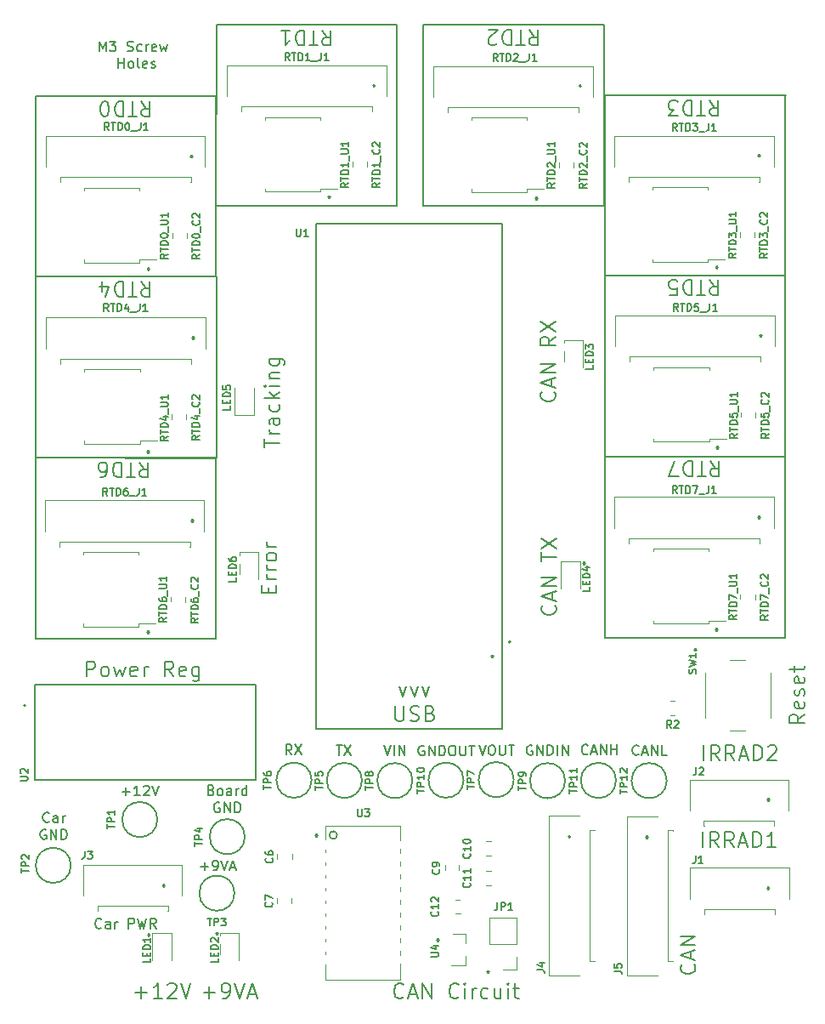
<source format=gto>
G04 #@! TF.GenerationSoftware,KiCad,Pcbnew,5.1.7-a382d34a8~88~ubuntu18.04.1*
G04 #@! TF.CreationDate,2021-03-07T00:42:37-06:00*
G04 #@! TF.ProjectId,RTDTemp,52544454-656d-4702-9e6b-696361645f70,1.0.0*
G04 #@! TF.SameCoordinates,Original*
G04 #@! TF.FileFunction,Legend,Top*
G04 #@! TF.FilePolarity,Positive*
%FSLAX46Y46*%
G04 Gerber Fmt 4.6, Leading zero omitted, Abs format (unit mm)*
G04 Created by KiCad (PCBNEW 5.1.7-a382d34a8~88~ubuntu18.04.1) date 2021-03-07 00:42:37*
%MOMM*%
%LPD*%
G01*
G04 APERTURE LIST*
%ADD10C,0.200000*%
%ADD11C,0.250000*%
%ADD12C,0.150000*%
%ADD13C,0.120000*%
%ADD14C,0.152400*%
%ADD15C,0.127000*%
%ADD16O,2.100000X2.100000*%
%ADD17C,3.200000*%
%ADD18C,1.670000*%
%ADD19O,2.420000X1.900000*%
%ADD20O,1.900000X2.420000*%
%ADD21C,1.908000*%
%ADD22C,1.930000*%
%ADD23C,2.400000*%
%ADD24C,3.400000*%
G04 APERTURE END LIST*
D10*
X29345238Y-112337142D02*
X29297619Y-112384761D01*
X29154761Y-112432380D01*
X29059523Y-112432380D01*
X28916666Y-112384761D01*
X28821428Y-112289523D01*
X28773809Y-112194285D01*
X28726190Y-112003809D01*
X28726190Y-111860952D01*
X28773809Y-111670476D01*
X28821428Y-111575238D01*
X28916666Y-111480000D01*
X29059523Y-111432380D01*
X29154761Y-111432380D01*
X29297619Y-111480000D01*
X29345238Y-111527619D01*
X30202380Y-112432380D02*
X30202380Y-111908571D01*
X30154761Y-111813333D01*
X30059523Y-111765714D01*
X29869047Y-111765714D01*
X29773809Y-111813333D01*
X30202380Y-112384761D02*
X30107142Y-112432380D01*
X29869047Y-112432380D01*
X29773809Y-112384761D01*
X29726190Y-112289523D01*
X29726190Y-112194285D01*
X29773809Y-112099047D01*
X29869047Y-112051428D01*
X30107142Y-112051428D01*
X30202380Y-112003809D01*
X30678571Y-112432380D02*
X30678571Y-111765714D01*
X30678571Y-111956190D02*
X30726190Y-111860952D01*
X30773809Y-111813333D01*
X30869047Y-111765714D01*
X30964285Y-111765714D01*
X32059523Y-112432380D02*
X32059523Y-111432380D01*
X32440476Y-111432380D01*
X32535714Y-111480000D01*
X32583333Y-111527619D01*
X32630952Y-111622857D01*
X32630952Y-111765714D01*
X32583333Y-111860952D01*
X32535714Y-111908571D01*
X32440476Y-111956190D01*
X32059523Y-111956190D01*
X32964285Y-111432380D02*
X33202380Y-112432380D01*
X33392857Y-111718095D01*
X33583333Y-112432380D01*
X33821428Y-111432380D01*
X34773809Y-112432380D02*
X34440476Y-111956190D01*
X34202380Y-112432380D02*
X34202380Y-111432380D01*
X34583333Y-111432380D01*
X34678571Y-111480000D01*
X34726190Y-111527619D01*
X34773809Y-111622857D01*
X34773809Y-111765714D01*
X34726190Y-111860952D01*
X34678571Y-111908571D01*
X34583333Y-111956190D01*
X34202380Y-111956190D01*
D11*
X68280000Y-85255714D02*
X68351428Y-85327142D01*
X68280000Y-85398571D01*
X68208571Y-85327142D01*
X68280000Y-85255714D01*
X68280000Y-85398571D01*
X40800000Y-112845714D02*
X40871428Y-112917142D01*
X40800000Y-112988571D01*
X40728571Y-112917142D01*
X40800000Y-112845714D01*
X40800000Y-112988571D01*
X34020000Y-112965714D02*
X34091428Y-113037142D01*
X34020000Y-113108571D01*
X33948571Y-113037142D01*
X34020000Y-112965714D01*
X34020000Y-113108571D01*
X35530000Y-108075714D02*
X35601428Y-108147142D01*
X35530000Y-108218571D01*
X35458571Y-108147142D01*
X35530000Y-108075714D01*
X35530000Y-108218571D01*
X33980000Y-82855714D02*
X34051428Y-82927142D01*
X33980000Y-82998571D01*
X33908571Y-82927142D01*
X33980000Y-82855714D01*
X33980000Y-82998571D01*
X38360000Y-71745714D02*
X38431428Y-71817142D01*
X38360000Y-71888571D01*
X38288571Y-71817142D01*
X38360000Y-71745714D01*
X38360000Y-71888571D01*
X33990000Y-64905714D02*
X34061428Y-64977142D01*
X33990000Y-65048571D01*
X33918571Y-64977142D01*
X33990000Y-64905714D01*
X33990000Y-65048571D01*
X38440000Y-53555714D02*
X38511428Y-53627142D01*
X38440000Y-53698571D01*
X38368571Y-53627142D01*
X38440000Y-53555714D01*
X38440000Y-53698571D01*
X34000000Y-46705714D02*
X34071428Y-46777142D01*
X34000000Y-46848571D01*
X33928571Y-46777142D01*
X34000000Y-46705714D01*
X34000000Y-46848571D01*
X38280000Y-35475714D02*
X38351428Y-35547142D01*
X38280000Y-35618571D01*
X38208571Y-35547142D01*
X38280000Y-35475714D01*
X38280000Y-35618571D01*
X52000000Y-39535714D02*
X52071428Y-39607142D01*
X52000000Y-39678571D01*
X51928571Y-39607142D01*
X52000000Y-39535714D01*
X52000000Y-39678571D01*
X56450000Y-28435714D02*
X56521428Y-28507142D01*
X56450000Y-28578571D01*
X56378571Y-28507142D01*
X56450000Y-28435714D01*
X56450000Y-28578571D01*
X77020000Y-28455714D02*
X77091428Y-28527142D01*
X77020000Y-28598571D01*
X76948571Y-28527142D01*
X77020000Y-28455714D01*
X77020000Y-28598571D01*
X72660000Y-39685714D02*
X72731428Y-39757142D01*
X72660000Y-39828571D01*
X72588571Y-39757142D01*
X72660000Y-39685714D01*
X72660000Y-39828571D01*
X94860000Y-35395714D02*
X94931428Y-35467142D01*
X94860000Y-35538571D01*
X94788571Y-35467142D01*
X94860000Y-35395714D01*
X94860000Y-35538571D01*
X90650000Y-46495714D02*
X90721428Y-46567142D01*
X90650000Y-46638571D01*
X90578571Y-46567142D01*
X90650000Y-46495714D01*
X90650000Y-46638571D01*
X94990000Y-53335714D02*
X95061428Y-53407142D01*
X94990000Y-53478571D01*
X94918571Y-53407142D01*
X94990000Y-53335714D01*
X94990000Y-53478571D01*
X90710000Y-64475714D02*
X90781428Y-64547142D01*
X90710000Y-64618571D01*
X90638571Y-64547142D01*
X90710000Y-64475714D01*
X90710000Y-64618571D01*
X94820000Y-71415714D02*
X94891428Y-71487142D01*
X94820000Y-71558571D01*
X94748571Y-71487142D01*
X94820000Y-71415714D01*
X94820000Y-71558571D01*
X77420000Y-75965714D02*
X77491428Y-76037142D01*
X77420000Y-76108571D01*
X77348571Y-76037142D01*
X77420000Y-75965714D01*
X77420000Y-76108571D01*
X90590000Y-82595714D02*
X90661428Y-82667142D01*
X90590000Y-82738571D01*
X90518571Y-82667142D01*
X90590000Y-82595714D01*
X90590000Y-82738571D01*
X88520000Y-84585714D02*
X88591428Y-84657142D01*
X88520000Y-84728571D01*
X88448571Y-84657142D01*
X88520000Y-84585714D01*
X88520000Y-84728571D01*
X95772000Y-99545714D02*
X95843428Y-99617142D01*
X95772000Y-99688571D01*
X95700571Y-99617142D01*
X95772000Y-99545714D01*
X95772000Y-99688571D01*
X95742000Y-108345714D02*
X95813428Y-108417142D01*
X95742000Y-108488571D01*
X95670571Y-108417142D01*
X95742000Y-108345714D01*
X95742000Y-108488571D01*
X83680000Y-103225714D02*
X83751428Y-103297142D01*
X83680000Y-103368571D01*
X83608571Y-103297142D01*
X83680000Y-103225714D01*
X83680000Y-103368571D01*
X75920000Y-103195714D02*
X75991428Y-103267142D01*
X75920000Y-103338571D01*
X75848571Y-103267142D01*
X75920000Y-103195714D01*
X75920000Y-103338571D01*
X50720000Y-103105714D02*
X50791428Y-103177142D01*
X50720000Y-103248571D01*
X50648571Y-103177142D01*
X50720000Y-103105714D01*
X50720000Y-103248571D01*
X62860000Y-113495714D02*
X62931428Y-113567142D01*
X62860000Y-113638571D01*
X62788571Y-113567142D01*
X62860000Y-113495714D01*
X62860000Y-113638571D01*
X67810000Y-116665714D02*
X67881428Y-116737142D01*
X67810000Y-116808571D01*
X67738571Y-116737142D01*
X67810000Y-116665714D01*
X67810000Y-116808571D01*
D10*
X39225714Y-106271428D02*
X39987619Y-106271428D01*
X39606666Y-106652380D02*
X39606666Y-105890476D01*
X40511428Y-106652380D02*
X40701904Y-106652380D01*
X40797142Y-106604761D01*
X40844761Y-106557142D01*
X40940000Y-106414285D01*
X40987619Y-106223809D01*
X40987619Y-105842857D01*
X40940000Y-105747619D01*
X40892380Y-105700000D01*
X40797142Y-105652380D01*
X40606666Y-105652380D01*
X40511428Y-105700000D01*
X40463809Y-105747619D01*
X40416190Y-105842857D01*
X40416190Y-106080952D01*
X40463809Y-106176190D01*
X40511428Y-106223809D01*
X40606666Y-106271428D01*
X40797142Y-106271428D01*
X40892380Y-106223809D01*
X40940000Y-106176190D01*
X40987619Y-106080952D01*
X41273333Y-105652380D02*
X41606666Y-106652380D01*
X41940000Y-105652380D01*
X42225714Y-106366666D02*
X42701904Y-106366666D01*
X42130476Y-106652380D02*
X42463809Y-105652380D01*
X42797142Y-106652380D01*
X40284761Y-98658571D02*
X40427619Y-98706190D01*
X40475238Y-98753809D01*
X40522857Y-98849047D01*
X40522857Y-98991904D01*
X40475238Y-99087142D01*
X40427619Y-99134761D01*
X40332380Y-99182380D01*
X39951428Y-99182380D01*
X39951428Y-98182380D01*
X40284761Y-98182380D01*
X40380000Y-98230000D01*
X40427619Y-98277619D01*
X40475238Y-98372857D01*
X40475238Y-98468095D01*
X40427619Y-98563333D01*
X40380000Y-98610952D01*
X40284761Y-98658571D01*
X39951428Y-98658571D01*
X41094285Y-99182380D02*
X40999047Y-99134761D01*
X40951428Y-99087142D01*
X40903809Y-98991904D01*
X40903809Y-98706190D01*
X40951428Y-98610952D01*
X40999047Y-98563333D01*
X41094285Y-98515714D01*
X41237142Y-98515714D01*
X41332380Y-98563333D01*
X41380000Y-98610952D01*
X41427619Y-98706190D01*
X41427619Y-98991904D01*
X41380000Y-99087142D01*
X41332380Y-99134761D01*
X41237142Y-99182380D01*
X41094285Y-99182380D01*
X42284761Y-99182380D02*
X42284761Y-98658571D01*
X42237142Y-98563333D01*
X42141904Y-98515714D01*
X41951428Y-98515714D01*
X41856190Y-98563333D01*
X42284761Y-99134761D02*
X42189523Y-99182380D01*
X41951428Y-99182380D01*
X41856190Y-99134761D01*
X41808571Y-99039523D01*
X41808571Y-98944285D01*
X41856190Y-98849047D01*
X41951428Y-98801428D01*
X42189523Y-98801428D01*
X42284761Y-98753809D01*
X42760952Y-99182380D02*
X42760952Y-98515714D01*
X42760952Y-98706190D02*
X42808571Y-98610952D01*
X42856190Y-98563333D01*
X42951428Y-98515714D01*
X43046666Y-98515714D01*
X43808571Y-99182380D02*
X43808571Y-98182380D01*
X43808571Y-99134761D02*
X43713333Y-99182380D01*
X43522857Y-99182380D01*
X43427619Y-99134761D01*
X43380000Y-99087142D01*
X43332380Y-98991904D01*
X43332380Y-98706190D01*
X43380000Y-98610952D01*
X43427619Y-98563333D01*
X43522857Y-98515714D01*
X43713333Y-98515714D01*
X43808571Y-98563333D01*
X41118095Y-99930000D02*
X41022857Y-99882380D01*
X40880000Y-99882380D01*
X40737142Y-99930000D01*
X40641904Y-100025238D01*
X40594285Y-100120476D01*
X40546666Y-100310952D01*
X40546666Y-100453809D01*
X40594285Y-100644285D01*
X40641904Y-100739523D01*
X40737142Y-100834761D01*
X40880000Y-100882380D01*
X40975238Y-100882380D01*
X41118095Y-100834761D01*
X41165714Y-100787142D01*
X41165714Y-100453809D01*
X40975238Y-100453809D01*
X41594285Y-100882380D02*
X41594285Y-99882380D01*
X42165714Y-100882380D01*
X42165714Y-99882380D01*
X42641904Y-100882380D02*
X42641904Y-99882380D01*
X42880000Y-99882380D01*
X43022857Y-99930000D01*
X43118095Y-100025238D01*
X43165714Y-100120476D01*
X43213333Y-100310952D01*
X43213333Y-100453809D01*
X43165714Y-100644285D01*
X43118095Y-100739523D01*
X43022857Y-100834761D01*
X42880000Y-100882380D01*
X42641904Y-100882380D01*
X24127619Y-101777142D02*
X24080000Y-101824761D01*
X23937142Y-101872380D01*
X23841904Y-101872380D01*
X23699047Y-101824761D01*
X23603809Y-101729523D01*
X23556190Y-101634285D01*
X23508571Y-101443809D01*
X23508571Y-101300952D01*
X23556190Y-101110476D01*
X23603809Y-101015238D01*
X23699047Y-100920000D01*
X23841904Y-100872380D01*
X23937142Y-100872380D01*
X24080000Y-100920000D01*
X24127619Y-100967619D01*
X24984761Y-101872380D02*
X24984761Y-101348571D01*
X24937142Y-101253333D01*
X24841904Y-101205714D01*
X24651428Y-101205714D01*
X24556190Y-101253333D01*
X24984761Y-101824761D02*
X24889523Y-101872380D01*
X24651428Y-101872380D01*
X24556190Y-101824761D01*
X24508571Y-101729523D01*
X24508571Y-101634285D01*
X24556190Y-101539047D01*
X24651428Y-101491428D01*
X24889523Y-101491428D01*
X24984761Y-101443809D01*
X25460952Y-101872380D02*
X25460952Y-101205714D01*
X25460952Y-101396190D02*
X25508571Y-101300952D01*
X25556190Y-101253333D01*
X25651428Y-101205714D01*
X25746666Y-101205714D01*
X23818095Y-102620000D02*
X23722857Y-102572380D01*
X23580000Y-102572380D01*
X23437142Y-102620000D01*
X23341904Y-102715238D01*
X23294285Y-102810476D01*
X23246666Y-103000952D01*
X23246666Y-103143809D01*
X23294285Y-103334285D01*
X23341904Y-103429523D01*
X23437142Y-103524761D01*
X23580000Y-103572380D01*
X23675238Y-103572380D01*
X23818095Y-103524761D01*
X23865714Y-103477142D01*
X23865714Y-103143809D01*
X23675238Y-103143809D01*
X24294285Y-103572380D02*
X24294285Y-102572380D01*
X24865714Y-103572380D01*
X24865714Y-102572380D01*
X25341904Y-103572380D02*
X25341904Y-102572380D01*
X25580000Y-102572380D01*
X25722857Y-102620000D01*
X25818095Y-102715238D01*
X25865714Y-102810476D01*
X25913333Y-103000952D01*
X25913333Y-103143809D01*
X25865714Y-103334285D01*
X25818095Y-103429523D01*
X25722857Y-103524761D01*
X25580000Y-103572380D01*
X25341904Y-103572380D01*
X31418095Y-98831428D02*
X32180000Y-98831428D01*
X31799047Y-99212380D02*
X31799047Y-98450476D01*
X33180000Y-99212380D02*
X32608571Y-99212380D01*
X32894285Y-99212380D02*
X32894285Y-98212380D01*
X32799047Y-98355238D01*
X32703809Y-98450476D01*
X32608571Y-98498095D01*
X33560952Y-98307619D02*
X33608571Y-98260000D01*
X33703809Y-98212380D01*
X33941904Y-98212380D01*
X34037142Y-98260000D01*
X34084761Y-98307619D01*
X34132380Y-98402857D01*
X34132380Y-98498095D01*
X34084761Y-98640952D01*
X33513333Y-99212380D01*
X34132380Y-99212380D01*
X34418095Y-98212380D02*
X34751428Y-99212380D01*
X35084761Y-98212380D01*
X99418571Y-91107142D02*
X98704285Y-91607142D01*
X99418571Y-91964285D02*
X97918571Y-91964285D01*
X97918571Y-91392857D01*
X97990000Y-91250000D01*
X98061428Y-91178571D01*
X98204285Y-91107142D01*
X98418571Y-91107142D01*
X98561428Y-91178571D01*
X98632857Y-91250000D01*
X98704285Y-91392857D01*
X98704285Y-91964285D01*
X99347142Y-89892857D02*
X99418571Y-90035714D01*
X99418571Y-90321428D01*
X99347142Y-90464285D01*
X99204285Y-90535714D01*
X98632857Y-90535714D01*
X98490000Y-90464285D01*
X98418571Y-90321428D01*
X98418571Y-90035714D01*
X98490000Y-89892857D01*
X98632857Y-89821428D01*
X98775714Y-89821428D01*
X98918571Y-90535714D01*
X99347142Y-89250000D02*
X99418571Y-89107142D01*
X99418571Y-88821428D01*
X99347142Y-88678571D01*
X99204285Y-88607142D01*
X99132857Y-88607142D01*
X98990000Y-88678571D01*
X98918571Y-88821428D01*
X98918571Y-89035714D01*
X98847142Y-89178571D01*
X98704285Y-89250000D01*
X98632857Y-89250000D01*
X98490000Y-89178571D01*
X98418571Y-89035714D01*
X98418571Y-88821428D01*
X98490000Y-88678571D01*
X99347142Y-87392857D02*
X99418571Y-87535714D01*
X99418571Y-87821428D01*
X99347142Y-87964285D01*
X99204285Y-88035714D01*
X98632857Y-88035714D01*
X98490000Y-87964285D01*
X98418571Y-87821428D01*
X98418571Y-87535714D01*
X98490000Y-87392857D01*
X98632857Y-87321428D01*
X98775714Y-87321428D01*
X98918571Y-88035714D01*
X98418571Y-86892857D02*
X98418571Y-86321428D01*
X97918571Y-86678571D02*
X99204285Y-86678571D01*
X99347142Y-86607142D01*
X99418571Y-86464285D01*
X99418571Y-86321428D01*
X27872857Y-87348571D02*
X27872857Y-85848571D01*
X28444285Y-85848571D01*
X28587142Y-85920000D01*
X28658571Y-85991428D01*
X28729999Y-86134285D01*
X28729999Y-86348571D01*
X28658571Y-86491428D01*
X28587142Y-86562857D01*
X28444285Y-86634285D01*
X27872857Y-86634285D01*
X29587142Y-87348571D02*
X29444285Y-87277142D01*
X29372857Y-87205714D01*
X29301428Y-87062857D01*
X29301428Y-86634285D01*
X29372857Y-86491428D01*
X29444285Y-86420000D01*
X29587142Y-86348571D01*
X29801428Y-86348571D01*
X29944285Y-86420000D01*
X30015714Y-86491428D01*
X30087142Y-86634285D01*
X30087142Y-87062857D01*
X30015714Y-87205714D01*
X29944285Y-87277142D01*
X29801428Y-87348571D01*
X29587142Y-87348571D01*
X30587142Y-86348571D02*
X30872857Y-87348571D01*
X31158571Y-86634285D01*
X31444285Y-87348571D01*
X31729999Y-86348571D01*
X32872857Y-87277142D02*
X32729999Y-87348571D01*
X32444285Y-87348571D01*
X32301428Y-87277142D01*
X32229999Y-87134285D01*
X32229999Y-86562857D01*
X32301428Y-86420000D01*
X32444285Y-86348571D01*
X32729999Y-86348571D01*
X32872857Y-86420000D01*
X32944285Y-86562857D01*
X32944285Y-86705714D01*
X32229999Y-86848571D01*
X33587142Y-87348571D02*
X33587142Y-86348571D01*
X33587142Y-86634285D02*
X33658571Y-86491428D01*
X33730000Y-86420000D01*
X33872857Y-86348571D01*
X34015714Y-86348571D01*
X36515714Y-87348571D02*
X36015714Y-86634285D01*
X35658571Y-87348571D02*
X35658571Y-85848571D01*
X36230000Y-85848571D01*
X36372857Y-85920000D01*
X36444285Y-85991428D01*
X36515714Y-86134285D01*
X36515714Y-86348571D01*
X36444285Y-86491428D01*
X36372857Y-86562857D01*
X36230000Y-86634285D01*
X35658571Y-86634285D01*
X37730000Y-87277142D02*
X37587142Y-87348571D01*
X37301428Y-87348571D01*
X37158571Y-87277142D01*
X37087142Y-87134285D01*
X37087142Y-86562857D01*
X37158571Y-86420000D01*
X37301428Y-86348571D01*
X37587142Y-86348571D01*
X37730000Y-86420000D01*
X37801428Y-86562857D01*
X37801428Y-86705714D01*
X37087142Y-86848571D01*
X39087142Y-86348571D02*
X39087142Y-87562857D01*
X39015714Y-87705714D01*
X38944285Y-87777142D01*
X38801428Y-87848571D01*
X38587142Y-87848571D01*
X38444285Y-87777142D01*
X39087142Y-87277142D02*
X38944285Y-87348571D01*
X38658571Y-87348571D01*
X38515714Y-87277142D01*
X38444285Y-87205714D01*
X38372857Y-87062857D01*
X38372857Y-86634285D01*
X38444285Y-86491428D01*
X38515714Y-86420000D01*
X38658571Y-86348571D01*
X38944285Y-86348571D01*
X39087142Y-86420000D01*
X89356857Y-95698571D02*
X89356857Y-94198571D01*
X90928285Y-95698571D02*
X90428285Y-94984285D01*
X90071142Y-95698571D02*
X90071142Y-94198571D01*
X90642571Y-94198571D01*
X90785428Y-94270000D01*
X90856857Y-94341428D01*
X90928285Y-94484285D01*
X90928285Y-94698571D01*
X90856857Y-94841428D01*
X90785428Y-94912857D01*
X90642571Y-94984285D01*
X90071142Y-94984285D01*
X92428285Y-95698571D02*
X91928285Y-94984285D01*
X91571142Y-95698571D02*
X91571142Y-94198571D01*
X92142571Y-94198571D01*
X92285428Y-94270000D01*
X92356857Y-94341428D01*
X92428285Y-94484285D01*
X92428285Y-94698571D01*
X92356857Y-94841428D01*
X92285428Y-94912857D01*
X92142571Y-94984285D01*
X91571142Y-94984285D01*
X92999714Y-95270000D02*
X93714000Y-95270000D01*
X92856857Y-95698571D02*
X93356857Y-94198571D01*
X93856857Y-95698571D01*
X94356857Y-95698571D02*
X94356857Y-94198571D01*
X94714000Y-94198571D01*
X94928285Y-94270000D01*
X95071142Y-94412857D01*
X95142571Y-94555714D01*
X95214000Y-94841428D01*
X95214000Y-95055714D01*
X95142571Y-95341428D01*
X95071142Y-95484285D01*
X94928285Y-95627142D01*
X94714000Y-95698571D01*
X94356857Y-95698571D01*
X95785428Y-94341428D02*
X95856857Y-94270000D01*
X95999714Y-94198571D01*
X96356857Y-94198571D01*
X96499714Y-94270000D01*
X96571142Y-94341428D01*
X96642571Y-94484285D01*
X96642571Y-94627142D01*
X96571142Y-94841428D01*
X95714000Y-95698571D01*
X96642571Y-95698571D01*
X88385714Y-116034285D02*
X88457142Y-116105714D01*
X88528571Y-116320000D01*
X88528571Y-116462857D01*
X88457142Y-116677142D01*
X88314285Y-116820000D01*
X88171428Y-116891428D01*
X87885714Y-116962857D01*
X87671428Y-116962857D01*
X87385714Y-116891428D01*
X87242857Y-116820000D01*
X87100000Y-116677142D01*
X87028571Y-116462857D01*
X87028571Y-116320000D01*
X87100000Y-116105714D01*
X87171428Y-116034285D01*
X88100000Y-115462857D02*
X88100000Y-114748571D01*
X88528571Y-115605714D02*
X87028571Y-115105714D01*
X88528571Y-114605714D01*
X88528571Y-114105714D02*
X87028571Y-114105714D01*
X88528571Y-113248571D01*
X87028571Y-113248571D01*
X89274857Y-104348571D02*
X89274857Y-102848571D01*
X90846285Y-104348571D02*
X90346285Y-103634285D01*
X89989142Y-104348571D02*
X89989142Y-102848571D01*
X90560571Y-102848571D01*
X90703428Y-102920000D01*
X90774857Y-102991428D01*
X90846285Y-103134285D01*
X90846285Y-103348571D01*
X90774857Y-103491428D01*
X90703428Y-103562857D01*
X90560571Y-103634285D01*
X89989142Y-103634285D01*
X92346285Y-104348571D02*
X91846285Y-103634285D01*
X91489142Y-104348571D02*
X91489142Y-102848571D01*
X92060571Y-102848571D01*
X92203428Y-102920000D01*
X92274857Y-102991428D01*
X92346285Y-103134285D01*
X92346285Y-103348571D01*
X92274857Y-103491428D01*
X92203428Y-103562857D01*
X92060571Y-103634285D01*
X91489142Y-103634285D01*
X92917714Y-103920000D02*
X93632000Y-103920000D01*
X92774857Y-104348571D02*
X93274857Y-102848571D01*
X93774857Y-104348571D01*
X94274857Y-104348571D02*
X94274857Y-102848571D01*
X94632000Y-102848571D01*
X94846285Y-102920000D01*
X94989142Y-103062857D01*
X95060571Y-103205714D01*
X95132000Y-103491428D01*
X95132000Y-103705714D01*
X95060571Y-103991428D01*
X94989142Y-104134285D01*
X94846285Y-104277142D01*
X94632000Y-104348571D01*
X94274857Y-104348571D01*
X96560571Y-104348571D02*
X95703428Y-104348571D01*
X96132000Y-104348571D02*
X96132000Y-102848571D01*
X95989142Y-103062857D01*
X95846285Y-103205714D01*
X95703428Y-103277142D01*
D12*
X58810000Y-22490000D02*
X58810000Y-40490000D01*
X40760000Y-65610000D02*
X22810000Y-65600000D01*
X22800000Y-65610000D02*
X22800000Y-83610000D01*
X40780000Y-83610000D02*
X22780000Y-83610000D01*
X40780000Y-65610000D02*
X40780000Y-83610000D01*
X97480000Y-47470000D02*
X79530000Y-47460000D01*
X79520000Y-47470000D02*
X79520000Y-65470000D01*
X97500000Y-65470000D02*
X79500000Y-65470000D01*
X97500000Y-47470000D02*
X97500000Y-65470000D01*
X79460000Y-22500000D02*
X61440000Y-22500000D01*
X79460000Y-22500000D02*
X79460000Y-40500000D01*
X79440000Y-40500000D02*
X61440000Y-40500000D01*
X58810000Y-22490000D02*
X40790000Y-22490000D01*
X40790000Y-22490000D02*
X40770000Y-40510000D01*
X61440000Y-22500000D02*
X61440000Y-40500000D01*
X58770000Y-40510000D02*
X40770000Y-40510000D01*
X97510000Y-29460000D02*
X79500000Y-29470000D01*
X22800000Y-29560000D02*
X40780000Y-29580000D01*
D10*
X48303333Y-95132380D02*
X47970000Y-94656190D01*
X47731904Y-95132380D02*
X47731904Y-94132380D01*
X48112857Y-94132380D01*
X48208095Y-94180000D01*
X48255714Y-94227619D01*
X48303333Y-94322857D01*
X48303333Y-94465714D01*
X48255714Y-94560952D01*
X48208095Y-94608571D01*
X48112857Y-94656190D01*
X47731904Y-94656190D01*
X48636666Y-94132380D02*
X49303333Y-95132380D01*
X49303333Y-94132380D02*
X48636666Y-95132380D01*
X52758095Y-94202380D02*
X53329523Y-94202380D01*
X53043809Y-95202380D02*
X53043809Y-94202380D01*
X53567619Y-94202380D02*
X54234285Y-95202380D01*
X54234285Y-94202380D02*
X53567619Y-95202380D01*
X57524761Y-94182380D02*
X57858095Y-95182380D01*
X58191428Y-94182380D01*
X58524761Y-95182380D02*
X58524761Y-94182380D01*
X59000952Y-95182380D02*
X59000952Y-94182380D01*
X59572380Y-95182380D01*
X59572380Y-94182380D01*
X66958095Y-94182380D02*
X67291428Y-95182380D01*
X67624761Y-94182380D01*
X68148571Y-94182380D02*
X68339047Y-94182380D01*
X68434285Y-94230000D01*
X68529523Y-94325238D01*
X68577142Y-94515714D01*
X68577142Y-94849047D01*
X68529523Y-95039523D01*
X68434285Y-95134761D01*
X68339047Y-95182380D01*
X68148571Y-95182380D01*
X68053333Y-95134761D01*
X67958095Y-95039523D01*
X67910476Y-94849047D01*
X67910476Y-94515714D01*
X67958095Y-94325238D01*
X68053333Y-94230000D01*
X68148571Y-94182380D01*
X69005714Y-94182380D02*
X69005714Y-94991904D01*
X69053333Y-95087142D01*
X69100952Y-95134761D01*
X69196190Y-95182380D01*
X69386666Y-95182380D01*
X69481904Y-95134761D01*
X69529523Y-95087142D01*
X69577142Y-94991904D01*
X69577142Y-94182380D01*
X69910476Y-94182380D02*
X70481904Y-94182380D01*
X70196190Y-95182380D02*
X70196190Y-94182380D01*
X61499523Y-94270000D02*
X61404285Y-94222380D01*
X61261428Y-94222380D01*
X61118571Y-94270000D01*
X61023333Y-94365238D01*
X60975714Y-94460476D01*
X60928095Y-94650952D01*
X60928095Y-94793809D01*
X60975714Y-94984285D01*
X61023333Y-95079523D01*
X61118571Y-95174761D01*
X61261428Y-95222380D01*
X61356666Y-95222380D01*
X61499523Y-95174761D01*
X61547142Y-95127142D01*
X61547142Y-94793809D01*
X61356666Y-94793809D01*
X61975714Y-95222380D02*
X61975714Y-94222380D01*
X62547142Y-95222380D01*
X62547142Y-94222380D01*
X63023333Y-95222380D02*
X63023333Y-94222380D01*
X63261428Y-94222380D01*
X63404285Y-94270000D01*
X63499523Y-94365238D01*
X63547142Y-94460476D01*
X63594761Y-94650952D01*
X63594761Y-94793809D01*
X63547142Y-94984285D01*
X63499523Y-95079523D01*
X63404285Y-95174761D01*
X63261428Y-95222380D01*
X63023333Y-95222380D01*
X64213809Y-94222380D02*
X64404285Y-94222380D01*
X64499523Y-94270000D01*
X64594761Y-94365238D01*
X64642380Y-94555714D01*
X64642380Y-94889047D01*
X64594761Y-95079523D01*
X64499523Y-95174761D01*
X64404285Y-95222380D01*
X64213809Y-95222380D01*
X64118571Y-95174761D01*
X64023333Y-95079523D01*
X63975714Y-94889047D01*
X63975714Y-94555714D01*
X64023333Y-94365238D01*
X64118571Y-94270000D01*
X64213809Y-94222380D01*
X65070952Y-94222380D02*
X65070952Y-95031904D01*
X65118571Y-95127142D01*
X65166190Y-95174761D01*
X65261428Y-95222380D01*
X65451904Y-95222380D01*
X65547142Y-95174761D01*
X65594761Y-95127142D01*
X65642380Y-95031904D01*
X65642380Y-94222380D01*
X65975714Y-94222380D02*
X66547142Y-94222380D01*
X66261428Y-95222380D02*
X66261428Y-94222380D01*
X72266190Y-94230000D02*
X72170952Y-94182380D01*
X72028095Y-94182380D01*
X71885238Y-94230000D01*
X71790000Y-94325238D01*
X71742380Y-94420476D01*
X71694761Y-94610952D01*
X71694761Y-94753809D01*
X71742380Y-94944285D01*
X71790000Y-95039523D01*
X71885238Y-95134761D01*
X72028095Y-95182380D01*
X72123333Y-95182380D01*
X72266190Y-95134761D01*
X72313809Y-95087142D01*
X72313809Y-94753809D01*
X72123333Y-94753809D01*
X72742380Y-95182380D02*
X72742380Y-94182380D01*
X73313809Y-95182380D01*
X73313809Y-94182380D01*
X73790000Y-95182380D02*
X73790000Y-94182380D01*
X74028095Y-94182380D01*
X74170952Y-94230000D01*
X74266190Y-94325238D01*
X74313809Y-94420476D01*
X74361428Y-94610952D01*
X74361428Y-94753809D01*
X74313809Y-94944285D01*
X74266190Y-95039523D01*
X74170952Y-95134761D01*
X74028095Y-95182380D01*
X73790000Y-95182380D01*
X74790000Y-95182380D02*
X74790000Y-94182380D01*
X75266190Y-95182380D02*
X75266190Y-94182380D01*
X75837619Y-95182380D01*
X75837619Y-94182380D01*
X77813333Y-95037142D02*
X77765714Y-95084761D01*
X77622857Y-95132380D01*
X77527619Y-95132380D01*
X77384761Y-95084761D01*
X77289523Y-94989523D01*
X77241904Y-94894285D01*
X77194285Y-94703809D01*
X77194285Y-94560952D01*
X77241904Y-94370476D01*
X77289523Y-94275238D01*
X77384761Y-94180000D01*
X77527619Y-94132380D01*
X77622857Y-94132380D01*
X77765714Y-94180000D01*
X77813333Y-94227619D01*
X78194285Y-94846666D02*
X78670476Y-94846666D01*
X78099047Y-95132380D02*
X78432380Y-94132380D01*
X78765714Y-95132380D01*
X79099047Y-95132380D02*
X79099047Y-94132380D01*
X79670476Y-95132380D01*
X79670476Y-94132380D01*
X80146666Y-95132380D02*
X80146666Y-94132380D01*
X80146666Y-94608571D02*
X80718095Y-94608571D01*
X80718095Y-95132380D02*
X80718095Y-94132380D01*
X46002857Y-78982857D02*
X46002857Y-78482857D01*
X46788571Y-78268571D02*
X46788571Y-78982857D01*
X45288571Y-78982857D01*
X45288571Y-78268571D01*
X46788571Y-77625714D02*
X45788571Y-77625714D01*
X46074285Y-77625714D02*
X45931428Y-77554285D01*
X45860000Y-77482857D01*
X45788571Y-77340000D01*
X45788571Y-77197142D01*
X46788571Y-76697142D02*
X45788571Y-76697142D01*
X46074285Y-76697142D02*
X45931428Y-76625714D01*
X45860000Y-76554285D01*
X45788571Y-76411428D01*
X45788571Y-76268571D01*
X46788571Y-75554285D02*
X46717142Y-75697142D01*
X46645714Y-75768571D01*
X46502857Y-75840000D01*
X46074285Y-75840000D01*
X45931428Y-75768571D01*
X45860000Y-75697142D01*
X45788571Y-75554285D01*
X45788571Y-75340000D01*
X45860000Y-75197142D01*
X45931428Y-75125714D01*
X46074285Y-75054285D01*
X46502857Y-75054285D01*
X46645714Y-75125714D01*
X46717142Y-75197142D01*
X46788571Y-75340000D01*
X46788571Y-75554285D01*
X46788571Y-74411428D02*
X45788571Y-74411428D01*
X46074285Y-74411428D02*
X45931428Y-74340000D01*
X45860000Y-74268571D01*
X45788571Y-74125714D01*
X45788571Y-73982857D01*
X45588571Y-64565714D02*
X45588571Y-63708571D01*
X47088571Y-64137142D02*
X45588571Y-64137142D01*
X47088571Y-63208571D02*
X46088571Y-63208571D01*
X46374285Y-63208571D02*
X46231428Y-63137142D01*
X46160000Y-63065714D01*
X46088571Y-62922857D01*
X46088571Y-62780000D01*
X47088571Y-61637142D02*
X46302857Y-61637142D01*
X46160000Y-61708571D01*
X46088571Y-61851428D01*
X46088571Y-62137142D01*
X46160000Y-62280000D01*
X47017142Y-61637142D02*
X47088571Y-61780000D01*
X47088571Y-62137142D01*
X47017142Y-62280000D01*
X46874285Y-62351428D01*
X46731428Y-62351428D01*
X46588571Y-62280000D01*
X46517142Y-62137142D01*
X46517142Y-61780000D01*
X46445714Y-61637142D01*
X47017142Y-60280000D02*
X47088571Y-60422857D01*
X47088571Y-60708571D01*
X47017142Y-60851428D01*
X46945714Y-60922857D01*
X46802857Y-60994285D01*
X46374285Y-60994285D01*
X46231428Y-60922857D01*
X46160000Y-60851428D01*
X46088571Y-60708571D01*
X46088571Y-60422857D01*
X46160000Y-60280000D01*
X47088571Y-59637142D02*
X45588571Y-59637142D01*
X46517142Y-59494285D02*
X47088571Y-59065714D01*
X46088571Y-59065714D02*
X46660000Y-59637142D01*
X47088571Y-58422857D02*
X46088571Y-58422857D01*
X45588571Y-58422857D02*
X45660000Y-58494285D01*
X45731428Y-58422857D01*
X45660000Y-58351428D01*
X45588571Y-58422857D01*
X45731428Y-58422857D01*
X46088571Y-57708571D02*
X47088571Y-57708571D01*
X46231428Y-57708571D02*
X46160000Y-57637142D01*
X46088571Y-57494285D01*
X46088571Y-57280000D01*
X46160000Y-57137142D01*
X46302857Y-57065714D01*
X47088571Y-57065714D01*
X46088571Y-55708571D02*
X47302857Y-55708571D01*
X47445714Y-55780000D01*
X47517142Y-55851428D01*
X47588571Y-55994285D01*
X47588571Y-56208571D01*
X47517142Y-56351428D01*
X47017142Y-55708571D02*
X47088571Y-55851428D01*
X47088571Y-56137142D01*
X47017142Y-56280000D01*
X46945714Y-56351428D01*
X46802857Y-56422857D01*
X46374285Y-56422857D01*
X46231428Y-56351428D01*
X46160000Y-56280000D01*
X46088571Y-56137142D01*
X46088571Y-55851428D01*
X46160000Y-55708571D01*
X74545714Y-80281428D02*
X74617142Y-80352857D01*
X74688571Y-80567142D01*
X74688571Y-80710000D01*
X74617142Y-80924285D01*
X74474285Y-81067142D01*
X74331428Y-81138571D01*
X74045714Y-81210000D01*
X73831428Y-81210000D01*
X73545714Y-81138571D01*
X73402857Y-81067142D01*
X73260000Y-80924285D01*
X73188571Y-80710000D01*
X73188571Y-80567142D01*
X73260000Y-80352857D01*
X73331428Y-80281428D01*
X74260000Y-79710000D02*
X74260000Y-78995714D01*
X74688571Y-79852857D02*
X73188571Y-79352857D01*
X74688571Y-78852857D01*
X74688571Y-78352857D02*
X73188571Y-78352857D01*
X74688571Y-77495714D01*
X73188571Y-77495714D01*
X73188571Y-75852857D02*
X73188571Y-74995714D01*
X74688571Y-75424285D02*
X73188571Y-75424285D01*
X73188571Y-74638571D02*
X74688571Y-73638571D01*
X73188571Y-73638571D02*
X74688571Y-74638571D01*
X74475714Y-59010000D02*
X74547142Y-59081428D01*
X74618571Y-59295714D01*
X74618571Y-59438571D01*
X74547142Y-59652857D01*
X74404285Y-59795714D01*
X74261428Y-59867142D01*
X73975714Y-59938571D01*
X73761428Y-59938571D01*
X73475714Y-59867142D01*
X73332857Y-59795714D01*
X73190000Y-59652857D01*
X73118571Y-59438571D01*
X73118571Y-59295714D01*
X73190000Y-59081428D01*
X73261428Y-59010000D01*
X74190000Y-58438571D02*
X74190000Y-57724285D01*
X74618571Y-58581428D02*
X73118571Y-58081428D01*
X74618571Y-57581428D01*
X74618571Y-57081428D02*
X73118571Y-57081428D01*
X74618571Y-56224285D01*
X73118571Y-56224285D01*
X74618571Y-53510000D02*
X73904285Y-54010000D01*
X74618571Y-54367142D02*
X73118571Y-54367142D01*
X73118571Y-53795714D01*
X73190000Y-53652857D01*
X73261428Y-53581428D01*
X73404285Y-53510000D01*
X73618571Y-53510000D01*
X73761428Y-53581428D01*
X73832857Y-53652857D01*
X73904285Y-53795714D01*
X73904285Y-54367142D01*
X73118571Y-53010000D02*
X74618571Y-52010000D01*
X73118571Y-52010000D02*
X74618571Y-53010000D01*
X39518571Y-118817142D02*
X40661428Y-118817142D01*
X40090000Y-119388571D02*
X40090000Y-118245714D01*
X41447142Y-119388571D02*
X41732857Y-119388571D01*
X41875714Y-119317142D01*
X41947142Y-119245714D01*
X42090000Y-119031428D01*
X42161428Y-118745714D01*
X42161428Y-118174285D01*
X42090000Y-118031428D01*
X42018571Y-117960000D01*
X41875714Y-117888571D01*
X41590000Y-117888571D01*
X41447142Y-117960000D01*
X41375714Y-118031428D01*
X41304285Y-118174285D01*
X41304285Y-118531428D01*
X41375714Y-118674285D01*
X41447142Y-118745714D01*
X41590000Y-118817142D01*
X41875714Y-118817142D01*
X42018571Y-118745714D01*
X42090000Y-118674285D01*
X42161428Y-118531428D01*
X42590000Y-117888571D02*
X43090000Y-119388571D01*
X43590000Y-117888571D01*
X44018571Y-118960000D02*
X44732857Y-118960000D01*
X43875714Y-119388571D02*
X44375714Y-117888571D01*
X44875714Y-119388571D01*
X32737142Y-118817142D02*
X33880000Y-118817142D01*
X33308571Y-119388571D02*
X33308571Y-118245714D01*
X35380000Y-119388571D02*
X34522857Y-119388571D01*
X34951428Y-119388571D02*
X34951428Y-117888571D01*
X34808571Y-118102857D01*
X34665714Y-118245714D01*
X34522857Y-118317142D01*
X35951428Y-118031428D02*
X36022857Y-117960000D01*
X36165714Y-117888571D01*
X36522857Y-117888571D01*
X36665714Y-117960000D01*
X36737142Y-118031428D01*
X36808571Y-118174285D01*
X36808571Y-118317142D01*
X36737142Y-118531428D01*
X35880000Y-119388571D01*
X36808571Y-119388571D01*
X37237142Y-117888571D02*
X37737142Y-119388571D01*
X38237142Y-117888571D01*
X89961428Y-47851428D02*
X90461428Y-48565714D01*
X90818571Y-47851428D02*
X90818571Y-49351428D01*
X90247142Y-49351428D01*
X90104285Y-49280000D01*
X90032857Y-49208571D01*
X89961428Y-49065714D01*
X89961428Y-48851428D01*
X90032857Y-48708571D01*
X90104285Y-48637142D01*
X90247142Y-48565714D01*
X90818571Y-48565714D01*
X89532857Y-49351428D02*
X88675714Y-49351428D01*
X89104285Y-47851428D02*
X89104285Y-49351428D01*
X88175714Y-47851428D02*
X88175714Y-49351428D01*
X87818571Y-49351428D01*
X87604285Y-49280000D01*
X87461428Y-49137142D01*
X87390000Y-48994285D01*
X87318571Y-48708571D01*
X87318571Y-48494285D01*
X87390000Y-48208571D01*
X87461428Y-48065714D01*
X87604285Y-47922857D01*
X87818571Y-47851428D01*
X88175714Y-47851428D01*
X85961428Y-49351428D02*
X86675714Y-49351428D01*
X86747142Y-48637142D01*
X86675714Y-48708571D01*
X86532857Y-48780000D01*
X86175714Y-48780000D01*
X86032857Y-48708571D01*
X85961428Y-48637142D01*
X85890000Y-48494285D01*
X85890000Y-48137142D01*
X85961428Y-47994285D01*
X86032857Y-47922857D01*
X86175714Y-47851428D01*
X86532857Y-47851428D01*
X86675714Y-47922857D01*
X86747142Y-47994285D01*
X33121428Y-66031428D02*
X33621428Y-66745714D01*
X33978571Y-66031428D02*
X33978571Y-67531428D01*
X33407142Y-67531428D01*
X33264285Y-67460000D01*
X33192857Y-67388571D01*
X33121428Y-67245714D01*
X33121428Y-67031428D01*
X33192857Y-66888571D01*
X33264285Y-66817142D01*
X33407142Y-66745714D01*
X33978571Y-66745714D01*
X32692857Y-67531428D02*
X31835714Y-67531428D01*
X32264285Y-66031428D02*
X32264285Y-67531428D01*
X31335714Y-66031428D02*
X31335714Y-67531428D01*
X30978571Y-67531428D01*
X30764285Y-67460000D01*
X30621428Y-67317142D01*
X30550000Y-67174285D01*
X30478571Y-66888571D01*
X30478571Y-66674285D01*
X30550000Y-66388571D01*
X30621428Y-66245714D01*
X30764285Y-66102857D01*
X30978571Y-66031428D01*
X31335714Y-66031428D01*
X29192857Y-67531428D02*
X29478571Y-67531428D01*
X29621428Y-67460000D01*
X29692857Y-67388571D01*
X29835714Y-67174285D01*
X29907142Y-66888571D01*
X29907142Y-66317142D01*
X29835714Y-66174285D01*
X29764285Y-66102857D01*
X29621428Y-66031428D01*
X29335714Y-66031428D01*
X29192857Y-66102857D01*
X29121428Y-66174285D01*
X29050000Y-66317142D01*
X29050000Y-66674285D01*
X29121428Y-66817142D01*
X29192857Y-66888571D01*
X29335714Y-66960000D01*
X29621428Y-66960000D01*
X29764285Y-66888571D01*
X29835714Y-66817142D01*
X29907142Y-66674285D01*
D12*
X97480000Y-65490000D02*
X97480000Y-83490000D01*
X97480000Y-83490000D02*
X79480000Y-83490000D01*
X79500000Y-65490000D02*
X79500000Y-83490000D01*
D10*
X89991428Y-65911428D02*
X90491428Y-66625714D01*
X90848571Y-65911428D02*
X90848571Y-67411428D01*
X90277142Y-67411428D01*
X90134285Y-67340000D01*
X90062857Y-67268571D01*
X89991428Y-67125714D01*
X89991428Y-66911428D01*
X90062857Y-66768571D01*
X90134285Y-66697142D01*
X90277142Y-66625714D01*
X90848571Y-66625714D01*
X89562857Y-67411428D02*
X88705714Y-67411428D01*
X89134285Y-65911428D02*
X89134285Y-67411428D01*
X88205714Y-65911428D02*
X88205714Y-67411428D01*
X87848571Y-67411428D01*
X87634285Y-67340000D01*
X87491428Y-67197142D01*
X87420000Y-67054285D01*
X87348571Y-66768571D01*
X87348571Y-66554285D01*
X87420000Y-66268571D01*
X87491428Y-66125714D01*
X87634285Y-65982857D01*
X87848571Y-65911428D01*
X88205714Y-65911428D01*
X86848571Y-67411428D02*
X85848571Y-67411428D01*
X86491428Y-65911428D01*
X33311428Y-48021428D02*
X33811428Y-48735714D01*
X34168571Y-48021428D02*
X34168571Y-49521428D01*
X33597142Y-49521428D01*
X33454285Y-49450000D01*
X33382857Y-49378571D01*
X33311428Y-49235714D01*
X33311428Y-49021428D01*
X33382857Y-48878571D01*
X33454285Y-48807142D01*
X33597142Y-48735714D01*
X34168571Y-48735714D01*
X32882857Y-49521428D02*
X32025714Y-49521428D01*
X32454285Y-48021428D02*
X32454285Y-49521428D01*
X31525714Y-48021428D02*
X31525714Y-49521428D01*
X31168571Y-49521428D01*
X30954285Y-49450000D01*
X30811428Y-49307142D01*
X30740000Y-49164285D01*
X30668571Y-48878571D01*
X30668571Y-48664285D01*
X30740000Y-48378571D01*
X30811428Y-48235714D01*
X30954285Y-48092857D01*
X31168571Y-48021428D01*
X31525714Y-48021428D01*
X29382857Y-49021428D02*
X29382857Y-48021428D01*
X29740000Y-49592857D02*
X30097142Y-48521428D01*
X29168571Y-48521428D01*
D12*
X22800000Y-47600000D02*
X22800000Y-65600000D01*
X40800000Y-47600000D02*
X40800000Y-65600000D01*
X40800000Y-65600000D02*
X22800000Y-65600000D01*
D10*
X89941428Y-30031428D02*
X90441428Y-30745714D01*
X90798571Y-30031428D02*
X90798571Y-31531428D01*
X90227142Y-31531428D01*
X90084285Y-31460000D01*
X90012857Y-31388571D01*
X89941428Y-31245714D01*
X89941428Y-31031428D01*
X90012857Y-30888571D01*
X90084285Y-30817142D01*
X90227142Y-30745714D01*
X90798571Y-30745714D01*
X89512857Y-31531428D02*
X88655714Y-31531428D01*
X89084285Y-30031428D02*
X89084285Y-31531428D01*
X88155714Y-30031428D02*
X88155714Y-31531428D01*
X87798571Y-31531428D01*
X87584285Y-31460000D01*
X87441428Y-31317142D01*
X87370000Y-31174285D01*
X87298571Y-30888571D01*
X87298571Y-30674285D01*
X87370000Y-30388571D01*
X87441428Y-30245714D01*
X87584285Y-30102857D01*
X87798571Y-30031428D01*
X88155714Y-30031428D01*
X86798571Y-31531428D02*
X85870000Y-31531428D01*
X86370000Y-30960000D01*
X86155714Y-30960000D01*
X86012857Y-30888571D01*
X85941428Y-30817142D01*
X85870000Y-30674285D01*
X85870000Y-30317142D01*
X85941428Y-30174285D01*
X86012857Y-30102857D01*
X86155714Y-30031428D01*
X86584285Y-30031428D01*
X86727142Y-30102857D01*
X86798571Y-30174285D01*
D12*
X97500000Y-29460000D02*
X97500000Y-47460000D01*
X97460000Y-65490000D02*
X79510000Y-65480000D01*
D10*
X51331428Y-23031428D02*
X51831428Y-23745714D01*
X52188571Y-23031428D02*
X52188571Y-24531428D01*
X51617142Y-24531428D01*
X51474285Y-24460000D01*
X51402857Y-24388571D01*
X51331428Y-24245714D01*
X51331428Y-24031428D01*
X51402857Y-23888571D01*
X51474285Y-23817142D01*
X51617142Y-23745714D01*
X52188571Y-23745714D01*
X50902857Y-24531428D02*
X50045714Y-24531428D01*
X50474285Y-23031428D02*
X50474285Y-24531428D01*
X49545714Y-23031428D02*
X49545714Y-24531428D01*
X49188571Y-24531428D01*
X48974285Y-24460000D01*
X48831428Y-24317142D01*
X48760000Y-24174285D01*
X48688571Y-23888571D01*
X48688571Y-23674285D01*
X48760000Y-23388571D01*
X48831428Y-23245714D01*
X48974285Y-23102857D01*
X49188571Y-23031428D01*
X49545714Y-23031428D01*
X47260000Y-23031428D02*
X48117142Y-23031428D01*
X47688571Y-23031428D02*
X47688571Y-24531428D01*
X47831428Y-24317142D01*
X47974285Y-24174285D01*
X48117142Y-24102857D01*
D12*
X40750000Y-29540000D02*
X40750000Y-47540000D01*
D10*
X33311428Y-30111428D02*
X33811428Y-30825714D01*
X34168571Y-30111428D02*
X34168571Y-31611428D01*
X33597142Y-31611428D01*
X33454285Y-31540000D01*
X33382857Y-31468571D01*
X33311428Y-31325714D01*
X33311428Y-31111428D01*
X33382857Y-30968571D01*
X33454285Y-30897142D01*
X33597142Y-30825714D01*
X34168571Y-30825714D01*
X32882857Y-31611428D02*
X32025714Y-31611428D01*
X32454285Y-30111428D02*
X32454285Y-31611428D01*
X31525714Y-30111428D02*
X31525714Y-31611428D01*
X31168571Y-31611428D01*
X30954285Y-31540000D01*
X30811428Y-31397142D01*
X30740000Y-31254285D01*
X30668571Y-30968571D01*
X30668571Y-30754285D01*
X30740000Y-30468571D01*
X30811428Y-30325714D01*
X30954285Y-30182857D01*
X31168571Y-30111428D01*
X31525714Y-30111428D01*
X29740000Y-31611428D02*
X29597142Y-31611428D01*
X29454285Y-31540000D01*
X29382857Y-31468571D01*
X29311428Y-31325714D01*
X29240000Y-31040000D01*
X29240000Y-30682857D01*
X29311428Y-30397142D01*
X29382857Y-30254285D01*
X29454285Y-30182857D01*
X29597142Y-30111428D01*
X29740000Y-30111428D01*
X29882857Y-30182857D01*
X29954285Y-30254285D01*
X30025714Y-30397142D01*
X30097142Y-30682857D01*
X30097142Y-31040000D01*
X30025714Y-31325714D01*
X29954285Y-31468571D01*
X29882857Y-31540000D01*
X29740000Y-31611428D01*
D12*
X22800000Y-29560000D02*
X22800000Y-47560000D01*
X40800000Y-47560000D02*
X22800000Y-47560000D01*
D10*
X59020000Y-88363571D02*
X59377142Y-89363571D01*
X59734285Y-88363571D01*
X60162857Y-88363571D02*
X60520000Y-89363571D01*
X60877142Y-88363571D01*
X61305714Y-88363571D02*
X61662857Y-89363571D01*
X62020000Y-88363571D01*
X58627142Y-90313571D02*
X58627142Y-91527857D01*
X58698571Y-91670714D01*
X58770000Y-91742142D01*
X58912857Y-91813571D01*
X59198571Y-91813571D01*
X59341428Y-91742142D01*
X59412857Y-91670714D01*
X59484285Y-91527857D01*
X59484285Y-90313571D01*
X60127142Y-91742142D02*
X60341428Y-91813571D01*
X60698571Y-91813571D01*
X60841428Y-91742142D01*
X60912857Y-91670714D01*
X60984285Y-91527857D01*
X60984285Y-91385000D01*
X60912857Y-91242142D01*
X60841428Y-91170714D01*
X60698571Y-91099285D01*
X60412857Y-91027857D01*
X60270000Y-90956428D01*
X60198571Y-90885000D01*
X60127142Y-90742142D01*
X60127142Y-90599285D01*
X60198571Y-90456428D01*
X60270000Y-90385000D01*
X60412857Y-90313571D01*
X60770000Y-90313571D01*
X60984285Y-90385000D01*
X62127142Y-91027857D02*
X62341428Y-91099285D01*
X62412857Y-91170714D01*
X62484285Y-91313571D01*
X62484285Y-91527857D01*
X62412857Y-91670714D01*
X62341428Y-91742142D01*
X62198571Y-91813571D01*
X61627142Y-91813571D01*
X61627142Y-90313571D01*
X62127142Y-90313571D01*
X62270000Y-90385000D01*
X62341428Y-90456428D01*
X62412857Y-90599285D01*
X62412857Y-90742142D01*
X62341428Y-90885000D01*
X62270000Y-90956428D01*
X62127142Y-91027857D01*
X61627142Y-91027857D01*
D12*
X40770000Y-29560000D02*
X40770000Y-47560000D01*
X79500000Y-29560000D02*
X79520000Y-47460000D01*
X29111904Y-25117380D02*
X29111904Y-24117380D01*
X29445238Y-24831666D01*
X29778571Y-24117380D01*
X29778571Y-25117380D01*
X30159523Y-24117380D02*
X30778571Y-24117380D01*
X30445238Y-24498333D01*
X30588095Y-24498333D01*
X30683333Y-24545952D01*
X30730952Y-24593571D01*
X30778571Y-24688809D01*
X30778571Y-24926904D01*
X30730952Y-25022142D01*
X30683333Y-25069761D01*
X30588095Y-25117380D01*
X30302380Y-25117380D01*
X30207142Y-25069761D01*
X30159523Y-25022142D01*
X31921428Y-25069761D02*
X32064285Y-25117380D01*
X32302380Y-25117380D01*
X32397619Y-25069761D01*
X32445238Y-25022142D01*
X32492857Y-24926904D01*
X32492857Y-24831666D01*
X32445238Y-24736428D01*
X32397619Y-24688809D01*
X32302380Y-24641190D01*
X32111904Y-24593571D01*
X32016666Y-24545952D01*
X31969047Y-24498333D01*
X31921428Y-24403095D01*
X31921428Y-24307857D01*
X31969047Y-24212619D01*
X32016666Y-24165000D01*
X32111904Y-24117380D01*
X32350000Y-24117380D01*
X32492857Y-24165000D01*
X33350000Y-25069761D02*
X33254761Y-25117380D01*
X33064285Y-25117380D01*
X32969047Y-25069761D01*
X32921428Y-25022142D01*
X32873809Y-24926904D01*
X32873809Y-24641190D01*
X32921428Y-24545952D01*
X32969047Y-24498333D01*
X33064285Y-24450714D01*
X33254761Y-24450714D01*
X33350000Y-24498333D01*
X33778571Y-25117380D02*
X33778571Y-24450714D01*
X33778571Y-24641190D02*
X33826190Y-24545952D01*
X33873809Y-24498333D01*
X33969047Y-24450714D01*
X34064285Y-24450714D01*
X34778571Y-25069761D02*
X34683333Y-25117380D01*
X34492857Y-25117380D01*
X34397619Y-25069761D01*
X34350000Y-24974523D01*
X34350000Y-24593571D01*
X34397619Y-24498333D01*
X34492857Y-24450714D01*
X34683333Y-24450714D01*
X34778571Y-24498333D01*
X34826190Y-24593571D01*
X34826190Y-24688809D01*
X34350000Y-24784047D01*
X35159523Y-24450714D02*
X35350000Y-25117380D01*
X35540476Y-24641190D01*
X35730952Y-25117380D01*
X35921428Y-24450714D01*
X31016666Y-26767380D02*
X31016666Y-25767380D01*
X31016666Y-26243571D02*
X31588095Y-26243571D01*
X31588095Y-26767380D02*
X31588095Y-25767380D01*
X32207142Y-26767380D02*
X32111904Y-26719761D01*
X32064285Y-26672142D01*
X32016666Y-26576904D01*
X32016666Y-26291190D01*
X32064285Y-26195952D01*
X32111904Y-26148333D01*
X32207142Y-26100714D01*
X32350000Y-26100714D01*
X32445238Y-26148333D01*
X32492857Y-26195952D01*
X32540476Y-26291190D01*
X32540476Y-26576904D01*
X32492857Y-26672142D01*
X32445238Y-26719761D01*
X32350000Y-26767380D01*
X32207142Y-26767380D01*
X33111904Y-26767380D02*
X33016666Y-26719761D01*
X32969047Y-26624523D01*
X32969047Y-25767380D01*
X33873809Y-26719761D02*
X33778571Y-26767380D01*
X33588095Y-26767380D01*
X33492857Y-26719761D01*
X33445238Y-26624523D01*
X33445238Y-26243571D01*
X33492857Y-26148333D01*
X33588095Y-26100714D01*
X33778571Y-26100714D01*
X33873809Y-26148333D01*
X33921428Y-26243571D01*
X33921428Y-26338809D01*
X33445238Y-26434047D01*
X34302380Y-26719761D02*
X34397619Y-26767380D01*
X34588095Y-26767380D01*
X34683333Y-26719761D01*
X34730952Y-26624523D01*
X34730952Y-26576904D01*
X34683333Y-26481666D01*
X34588095Y-26434047D01*
X34445238Y-26434047D01*
X34350000Y-26386428D01*
X34302380Y-26291190D01*
X34302380Y-26243571D01*
X34350000Y-26148333D01*
X34445238Y-26100714D01*
X34588095Y-26100714D01*
X34683333Y-26148333D01*
D10*
X82872380Y-95087142D02*
X82824761Y-95134761D01*
X82681904Y-95182380D01*
X82586666Y-95182380D01*
X82443809Y-95134761D01*
X82348571Y-95039523D01*
X82300952Y-94944285D01*
X82253333Y-94753809D01*
X82253333Y-94610952D01*
X82300952Y-94420476D01*
X82348571Y-94325238D01*
X82443809Y-94230000D01*
X82586666Y-94182380D01*
X82681904Y-94182380D01*
X82824761Y-94230000D01*
X82872380Y-94277619D01*
X83253333Y-94896666D02*
X83729523Y-94896666D01*
X83158095Y-95182380D02*
X83491428Y-94182380D01*
X83824761Y-95182380D01*
X84158095Y-95182380D02*
X84158095Y-94182380D01*
X84729523Y-95182380D01*
X84729523Y-94182380D01*
X85681904Y-95182380D02*
X85205714Y-95182380D01*
X85205714Y-94182380D01*
X59425714Y-119275714D02*
X59354285Y-119347142D01*
X59140000Y-119418571D01*
X58997142Y-119418571D01*
X58782857Y-119347142D01*
X58640000Y-119204285D01*
X58568571Y-119061428D01*
X58497142Y-118775714D01*
X58497142Y-118561428D01*
X58568571Y-118275714D01*
X58640000Y-118132857D01*
X58782857Y-117990000D01*
X58997142Y-117918571D01*
X59140000Y-117918571D01*
X59354285Y-117990000D01*
X59425714Y-118061428D01*
X59997142Y-118990000D02*
X60711428Y-118990000D01*
X59854285Y-119418571D02*
X60354285Y-117918571D01*
X60854285Y-119418571D01*
X61354285Y-119418571D02*
X61354285Y-117918571D01*
X62211428Y-119418571D01*
X62211428Y-117918571D01*
X64925714Y-119275714D02*
X64854285Y-119347142D01*
X64640000Y-119418571D01*
X64497142Y-119418571D01*
X64282857Y-119347142D01*
X64140000Y-119204285D01*
X64068571Y-119061428D01*
X63997142Y-118775714D01*
X63997142Y-118561428D01*
X64068571Y-118275714D01*
X64140000Y-118132857D01*
X64282857Y-117990000D01*
X64497142Y-117918571D01*
X64640000Y-117918571D01*
X64854285Y-117990000D01*
X64925714Y-118061428D01*
X65568571Y-119418571D02*
X65568571Y-118418571D01*
X65568571Y-117918571D02*
X65497142Y-117990000D01*
X65568571Y-118061428D01*
X65640000Y-117990000D01*
X65568571Y-117918571D01*
X65568571Y-118061428D01*
X66282857Y-119418571D02*
X66282857Y-118418571D01*
X66282857Y-118704285D02*
X66354285Y-118561428D01*
X66425714Y-118490000D01*
X66568571Y-118418571D01*
X66711428Y-118418571D01*
X67854285Y-119347142D02*
X67711428Y-119418571D01*
X67425714Y-119418571D01*
X67282857Y-119347142D01*
X67211428Y-119275714D01*
X67140000Y-119132857D01*
X67140000Y-118704285D01*
X67211428Y-118561428D01*
X67282857Y-118490000D01*
X67425714Y-118418571D01*
X67711428Y-118418571D01*
X67854285Y-118490000D01*
X69140000Y-118418571D02*
X69140000Y-119418571D01*
X68497142Y-118418571D02*
X68497142Y-119204285D01*
X68568571Y-119347142D01*
X68711428Y-119418571D01*
X68925714Y-119418571D01*
X69068571Y-119347142D01*
X69140000Y-119275714D01*
X69854285Y-119418571D02*
X69854285Y-118418571D01*
X69854285Y-117918571D02*
X69782857Y-117990000D01*
X69854285Y-118061428D01*
X69925714Y-117990000D01*
X69854285Y-117918571D01*
X69854285Y-118061428D01*
X70354285Y-118418571D02*
X70925714Y-118418571D01*
X70568571Y-117918571D02*
X70568571Y-119204285D01*
X70640000Y-119347142D01*
X70782857Y-119418571D01*
X70925714Y-119418571D01*
X71951428Y-23001428D02*
X72451428Y-23715714D01*
X72808571Y-23001428D02*
X72808571Y-24501428D01*
X72237142Y-24501428D01*
X72094285Y-24430000D01*
X72022857Y-24358571D01*
X71951428Y-24215714D01*
X71951428Y-24001428D01*
X72022857Y-23858571D01*
X72094285Y-23787142D01*
X72237142Y-23715714D01*
X72808571Y-23715714D01*
X71522857Y-24501428D02*
X70665714Y-24501428D01*
X71094285Y-23001428D02*
X71094285Y-24501428D01*
X70165714Y-23001428D02*
X70165714Y-24501428D01*
X69808571Y-24501428D01*
X69594285Y-24430000D01*
X69451428Y-24287142D01*
X69380000Y-24144285D01*
X69308571Y-23858571D01*
X69308571Y-23644285D01*
X69380000Y-23358571D01*
X69451428Y-23215714D01*
X69594285Y-23072857D01*
X69808571Y-23001428D01*
X70165714Y-23001428D01*
X68737142Y-24358571D02*
X68665714Y-24430000D01*
X68522857Y-24501428D01*
X68165714Y-24501428D01*
X68022857Y-24430000D01*
X67951428Y-24358571D01*
X67880000Y-24215714D01*
X67880000Y-24072857D01*
X67951428Y-23858571D01*
X68808571Y-23001428D01*
X67880000Y-23001428D01*
D13*
X65138578Y-109550000D02*
X64621422Y-109550000D01*
X65138578Y-110970000D02*
X64621422Y-110970000D01*
X70700000Y-116570000D02*
X69370000Y-116570000D01*
X70700000Y-115240000D02*
X70700000Y-116570000D01*
X70700000Y-113970000D02*
X68040000Y-113970000D01*
X68040000Y-113970000D02*
X68040000Y-111370000D01*
X70700000Y-113970000D02*
X70700000Y-111370000D01*
X70700000Y-111370000D02*
X68040000Y-111370000D01*
D12*
X80620000Y-97700000D02*
G75*
G03*
X80620000Y-97700000I-1750000J0D01*
G01*
D13*
X67678922Y-103760000D02*
X68196078Y-103760000D01*
X67678922Y-105180000D02*
X68196078Y-105180000D01*
X78530000Y-115695000D02*
X78530000Y-115675000D01*
X78030000Y-115695000D02*
X78530000Y-115695000D01*
X78030000Y-102665000D02*
X78030000Y-115695000D01*
X78530000Y-102665000D02*
X78030000Y-102665000D01*
X78530000Y-102685000D02*
X78530000Y-102665000D01*
X73940000Y-117115000D02*
X77015000Y-117115000D01*
X73940000Y-101245000D02*
X73940000Y-117115000D01*
X77015000Y-101245000D02*
X73940000Y-101245000D01*
X86295000Y-115705000D02*
X86295000Y-115685000D01*
X85795000Y-115705000D02*
X86295000Y-115705000D01*
X85795000Y-102675000D02*
X85795000Y-115705000D01*
X86295000Y-102675000D02*
X85795000Y-102675000D01*
X86295000Y-102695000D02*
X86295000Y-102675000D01*
X81705000Y-117125000D02*
X84780000Y-117125000D01*
X81705000Y-101255000D02*
X81705000Y-117125000D01*
X84780000Y-101255000D02*
X81705000Y-101255000D01*
X51170000Y-38805000D02*
X52860000Y-38805000D01*
X51170000Y-39080000D02*
X51170000Y-38805000D01*
X48410000Y-39080000D02*
X51170000Y-39080000D01*
X45650000Y-39080000D02*
X45650000Y-38805000D01*
X48410000Y-39080000D02*
X45650000Y-39080000D01*
X51170000Y-31660000D02*
X51170000Y-31935000D01*
X48410000Y-31660000D02*
X51170000Y-31660000D01*
X45650000Y-31660000D02*
X45650000Y-31935000D01*
X48410000Y-31660000D02*
X45650000Y-31660000D01*
X87080000Y-74630000D02*
X84320000Y-74630000D01*
X84320000Y-74630000D02*
X84320000Y-74905000D01*
X87080000Y-74630000D02*
X89840000Y-74630000D01*
X89840000Y-74630000D02*
X89840000Y-74905000D01*
X87080000Y-82050000D02*
X84320000Y-82050000D01*
X84320000Y-82050000D02*
X84320000Y-81775000D01*
X87080000Y-82050000D02*
X89840000Y-82050000D01*
X89840000Y-82050000D02*
X89840000Y-81775000D01*
X89840000Y-81775000D02*
X91530000Y-81775000D01*
X81885000Y-74080000D02*
X81905000Y-74080000D01*
X81885000Y-73580000D02*
X81885000Y-74080000D01*
X94915000Y-73580000D02*
X81885000Y-73580000D01*
X94915000Y-74080000D02*
X94915000Y-73580000D01*
X94895000Y-74080000D02*
X94915000Y-74080000D01*
X80465000Y-69490000D02*
X80465000Y-72565000D01*
X96335000Y-69490000D02*
X80465000Y-69490000D01*
X96335000Y-72565000D02*
X96335000Y-69490000D01*
X93015000Y-79681252D02*
X93015000Y-79158748D01*
X94485000Y-79681252D02*
X94485000Y-79158748D01*
X33060000Y-82105000D02*
X34750000Y-82105000D01*
X33060000Y-82380000D02*
X33060000Y-82105000D01*
X30300000Y-82380000D02*
X33060000Y-82380000D01*
X27540000Y-82380000D02*
X27540000Y-82105000D01*
X30300000Y-82380000D02*
X27540000Y-82380000D01*
X33060000Y-74960000D02*
X33060000Y-75235000D01*
X30300000Y-74960000D02*
X33060000Y-74960000D01*
X27540000Y-74960000D02*
X27540000Y-75235000D01*
X30300000Y-74960000D02*
X27540000Y-74960000D01*
X39595000Y-72905000D02*
X39595000Y-69830000D01*
X39595000Y-69830000D02*
X23725000Y-69830000D01*
X23725000Y-69830000D02*
X23725000Y-72905000D01*
X38155000Y-74420000D02*
X38175000Y-74420000D01*
X38175000Y-74420000D02*
X38175000Y-73920000D01*
X38175000Y-73920000D02*
X25145000Y-73920000D01*
X25145000Y-73920000D02*
X25145000Y-74420000D01*
X25145000Y-74420000D02*
X25165000Y-74420000D01*
X37705000Y-79961252D02*
X37705000Y-79438748D01*
X36235000Y-79961252D02*
X36235000Y-79438748D01*
X89900000Y-63715000D02*
X91590000Y-63715000D01*
X89900000Y-63990000D02*
X89900000Y-63715000D01*
X87140000Y-63990000D02*
X89900000Y-63990000D01*
X84380000Y-63990000D02*
X84380000Y-63715000D01*
X87140000Y-63990000D02*
X84380000Y-63990000D01*
X89900000Y-56570000D02*
X89900000Y-56845000D01*
X87140000Y-56570000D02*
X89900000Y-56570000D01*
X84380000Y-56570000D02*
X84380000Y-56845000D01*
X87140000Y-56570000D02*
X84380000Y-56570000D01*
X96435000Y-54495000D02*
X96435000Y-51420000D01*
X96435000Y-51420000D02*
X80565000Y-51420000D01*
X80565000Y-51420000D02*
X80565000Y-54495000D01*
X94995000Y-56010000D02*
X95015000Y-56010000D01*
X95015000Y-56010000D02*
X95015000Y-55510000D01*
X95015000Y-55510000D02*
X81985000Y-55510000D01*
X81985000Y-55510000D02*
X81985000Y-56010000D01*
X81985000Y-56010000D02*
X82005000Y-56010000D01*
X94545000Y-61571252D02*
X94545000Y-61048748D01*
X93075000Y-61571252D02*
X93075000Y-61048748D01*
X33170000Y-63905000D02*
X34860000Y-63905000D01*
X33170000Y-64180000D02*
X33170000Y-63905000D01*
X30410000Y-64180000D02*
X33170000Y-64180000D01*
X27650000Y-64180000D02*
X27650000Y-63905000D01*
X30410000Y-64180000D02*
X27650000Y-64180000D01*
X33170000Y-56760000D02*
X33170000Y-57035000D01*
X30410000Y-56760000D02*
X33170000Y-56760000D01*
X27650000Y-56760000D02*
X27650000Y-57035000D01*
X30410000Y-56760000D02*
X27650000Y-56760000D01*
X39705000Y-54705000D02*
X39705000Y-51630000D01*
X39705000Y-51630000D02*
X23835000Y-51630000D01*
X23835000Y-51630000D02*
X23835000Y-54705000D01*
X38265000Y-56220000D02*
X38285000Y-56220000D01*
X38285000Y-56220000D02*
X38285000Y-55720000D01*
X38285000Y-55720000D02*
X25255000Y-55720000D01*
X25255000Y-55720000D02*
X25255000Y-56220000D01*
X25255000Y-56220000D02*
X25275000Y-56220000D01*
X37805000Y-61771252D02*
X37805000Y-61248748D01*
X36335000Y-61771252D02*
X36335000Y-61248748D01*
X87030000Y-38650000D02*
X84270000Y-38650000D01*
X84270000Y-38650000D02*
X84270000Y-38925000D01*
X87030000Y-38650000D02*
X89790000Y-38650000D01*
X89790000Y-38650000D02*
X89790000Y-38925000D01*
X87030000Y-46070000D02*
X84270000Y-46070000D01*
X84270000Y-46070000D02*
X84270000Y-45795000D01*
X87030000Y-46070000D02*
X89790000Y-46070000D01*
X89790000Y-46070000D02*
X89790000Y-45795000D01*
X89790000Y-45795000D02*
X91480000Y-45795000D01*
X81875000Y-38110000D02*
X81895000Y-38110000D01*
X81875000Y-37610000D02*
X81875000Y-38110000D01*
X94905000Y-37610000D02*
X81875000Y-37610000D01*
X94905000Y-38110000D02*
X94905000Y-37610000D01*
X94885000Y-38110000D02*
X94905000Y-38110000D01*
X80455000Y-33520000D02*
X80455000Y-36595000D01*
X96325000Y-33520000D02*
X80455000Y-33520000D01*
X96325000Y-36595000D02*
X96325000Y-33520000D01*
X92975000Y-43661252D02*
X92975000Y-43138748D01*
X94445000Y-43661252D02*
X94445000Y-43138748D01*
X71770000Y-38845000D02*
X73460000Y-38845000D01*
X71770000Y-39120000D02*
X71770000Y-38845000D01*
X69010000Y-39120000D02*
X71770000Y-39120000D01*
X66250000Y-39120000D02*
X66250000Y-38845000D01*
X69010000Y-39120000D02*
X66250000Y-39120000D01*
X71770000Y-31700000D02*
X71770000Y-31975000D01*
X69010000Y-31700000D02*
X71770000Y-31700000D01*
X66250000Y-31700000D02*
X66250000Y-31975000D01*
X69010000Y-31700000D02*
X66250000Y-31700000D01*
X78315000Y-29645000D02*
X78315000Y-26570000D01*
X78315000Y-26570000D02*
X62445000Y-26570000D01*
X62445000Y-26570000D02*
X62445000Y-29645000D01*
X76875000Y-31160000D02*
X76895000Y-31160000D01*
X76895000Y-31160000D02*
X76895000Y-30660000D01*
X76895000Y-30660000D02*
X63865000Y-30660000D01*
X63865000Y-30660000D02*
X63865000Y-31160000D01*
X63865000Y-31160000D02*
X63885000Y-31160000D01*
X76425000Y-36691252D02*
X76425000Y-36168748D01*
X74955000Y-36691252D02*
X74955000Y-36168748D01*
X57725000Y-29615000D02*
X57725000Y-26540000D01*
X57725000Y-26540000D02*
X41855000Y-26540000D01*
X41855000Y-26540000D02*
X41855000Y-29615000D01*
X56285000Y-31130000D02*
X56305000Y-31130000D01*
X56305000Y-31130000D02*
X56305000Y-30630000D01*
X56305000Y-30630000D02*
X43275000Y-30630000D01*
X43275000Y-30630000D02*
X43275000Y-31130000D01*
X43275000Y-31130000D02*
X43295000Y-31130000D01*
X55825000Y-36631252D02*
X55825000Y-36108748D01*
X54355000Y-36631252D02*
X54355000Y-36108748D01*
X33130000Y-45855000D02*
X34820000Y-45855000D01*
X33130000Y-46130000D02*
X33130000Y-45855000D01*
X30370000Y-46130000D02*
X33130000Y-46130000D01*
X27610000Y-46130000D02*
X27610000Y-45855000D01*
X30370000Y-46130000D02*
X27610000Y-46130000D01*
X33130000Y-38710000D02*
X33130000Y-38985000D01*
X30370000Y-38710000D02*
X33130000Y-38710000D01*
X27610000Y-38710000D02*
X27610000Y-38985000D01*
X30370000Y-38710000D02*
X27610000Y-38710000D01*
X39675000Y-36615000D02*
X39675000Y-33540000D01*
X39675000Y-33540000D02*
X23805000Y-33540000D01*
X23805000Y-33540000D02*
X23805000Y-36615000D01*
X38235000Y-38130000D02*
X38255000Y-38130000D01*
X38255000Y-38130000D02*
X38255000Y-37630000D01*
X38255000Y-37630000D02*
X25225000Y-37630000D01*
X25225000Y-37630000D02*
X25225000Y-38130000D01*
X25225000Y-38130000D02*
X25245000Y-38130000D01*
X37855000Y-43761252D02*
X37855000Y-43238748D01*
X36385000Y-43761252D02*
X36385000Y-43238748D01*
X65640000Y-116130000D02*
X65640000Y-115200000D01*
X65640000Y-112970000D02*
X65640000Y-113900000D01*
X65640000Y-112970000D02*
X63480000Y-112970000D01*
X65640000Y-116130000D02*
X64180000Y-116130000D01*
D14*
X52825691Y-103140000D02*
G75*
G03*
X52825691Y-103140000I-385691J0D01*
G01*
D13*
X51640000Y-102240000D02*
X59140000Y-102240000D01*
X51640000Y-117540000D02*
X59140000Y-117540000D01*
X59140000Y-102240000D02*
X59140000Y-117540000D01*
X51640000Y-117540000D02*
X51640000Y-102240000D01*
D15*
X22690000Y-97660000D02*
X22690000Y-88160000D01*
X44690000Y-97660000D02*
X22690000Y-97660000D01*
X44690000Y-88160000D02*
X44690000Y-97660000D01*
X22690000Y-88160000D02*
X44690000Y-88160000D01*
D10*
X21800000Y-90240000D02*
G75*
G03*
X21800000Y-90240000I-100000J0D01*
G01*
X70100000Y-83900000D02*
G75*
G03*
X70100000Y-83900000I-100000J0D01*
G01*
D15*
X50730000Y-42255000D02*
X69270000Y-42255000D01*
X50730000Y-92545000D02*
X50730000Y-42255000D01*
X69270000Y-42255000D02*
X69270000Y-92545000D01*
X69270000Y-92545000D02*
X50730000Y-92545000D01*
D12*
X43630000Y-103300000D02*
G75*
G03*
X43630000Y-103300000I-1750000J0D01*
G01*
X42600000Y-108920000D02*
G75*
G03*
X42600000Y-108920000I-1750000J0D01*
G01*
X26290000Y-106150000D02*
G75*
G03*
X26290000Y-106150000I-1750000J0D01*
G01*
X34910000Y-101590000D02*
G75*
G03*
X34910000Y-101590000I-1750000J0D01*
G01*
D13*
X96000000Y-91500000D02*
X96000000Y-87000000D01*
X92000000Y-92750000D02*
X93500000Y-92750000D01*
X89500000Y-87000000D02*
X89500000Y-91500000D01*
X93500000Y-85750000D02*
X92000000Y-85750000D01*
X86507064Y-91215000D02*
X86052936Y-91215000D01*
X86507064Y-89745000D02*
X86052936Y-89745000D01*
X45000000Y-77670000D02*
X45000000Y-74985000D01*
X45000000Y-74985000D02*
X43080000Y-74985000D01*
X43080000Y-74985000D02*
X43080000Y-77670000D01*
X42630000Y-58640000D02*
X42630000Y-61325000D01*
X42630000Y-61325000D02*
X44550000Y-61325000D01*
X44550000Y-61325000D02*
X44550000Y-58640000D01*
X36350000Y-115570000D02*
X36350000Y-112885000D01*
X36350000Y-112885000D02*
X34430000Y-112885000D01*
X34430000Y-112885000D02*
X34430000Y-115570000D01*
X37385000Y-109185000D02*
X37385000Y-106110000D01*
X37385000Y-106110000D02*
X27515000Y-106110000D01*
X27515000Y-106110000D02*
X27515000Y-109185000D01*
X35945000Y-110700000D02*
X35965000Y-110700000D01*
X35965000Y-110700000D02*
X35965000Y-110200000D01*
X35965000Y-110200000D02*
X28935000Y-110200000D01*
X28935000Y-110200000D02*
X28935000Y-110700000D01*
X28935000Y-110700000D02*
X28955000Y-110700000D01*
X89377000Y-102240000D02*
X89397000Y-102240000D01*
X89377000Y-101740000D02*
X89377000Y-102240000D01*
X96407000Y-101740000D02*
X89377000Y-101740000D01*
X96407000Y-102240000D02*
X96407000Y-101740000D01*
X96387000Y-102240000D02*
X96407000Y-102240000D01*
X87957000Y-97650000D02*
X87957000Y-100725000D01*
X97827000Y-97650000D02*
X87957000Y-97650000D01*
X97827000Y-100725000D02*
X97827000Y-97650000D01*
X89427000Y-110990000D02*
X89447000Y-110990000D01*
X89427000Y-110490000D02*
X89427000Y-110990000D01*
X96457000Y-110490000D02*
X89427000Y-110490000D01*
X96457000Y-110990000D02*
X96457000Y-110490000D01*
X96437000Y-110990000D02*
X96457000Y-110990000D01*
X88007000Y-106400000D02*
X88007000Y-109475000D01*
X97877000Y-106400000D02*
X88007000Y-106400000D01*
X97877000Y-109475000D02*
X97877000Y-106400000D01*
D12*
X50280000Y-97670000D02*
G75*
G03*
X50280000Y-97670000I-1750000J0D01*
G01*
X55300000Y-97700000D02*
G75*
G03*
X55300000Y-97700000I-1750000J0D01*
G01*
D13*
X43050000Y-115570000D02*
X43050000Y-112885000D01*
X43050000Y-112885000D02*
X41130000Y-112885000D01*
X41130000Y-112885000D02*
X41130000Y-115570000D01*
X77340000Y-56550000D02*
X77340000Y-53865000D01*
X77340000Y-53865000D02*
X75420000Y-53865000D01*
X75420000Y-53865000D02*
X75420000Y-56550000D01*
X75130000Y-75925000D02*
X75130000Y-78610000D01*
X77050000Y-75925000D02*
X75130000Y-75925000D01*
X77050000Y-78610000D02*
X77050000Y-75925000D01*
X48295000Y-109448748D02*
X48295000Y-109971252D01*
X46825000Y-109448748D02*
X46825000Y-109971252D01*
X46855000Y-105541252D02*
X46855000Y-105018748D01*
X48325000Y-105541252D02*
X48325000Y-105018748D01*
D12*
X65430000Y-97670000D02*
G75*
G03*
X65430000Y-97670000I-1750000J0D01*
G01*
X85670000Y-97720000D02*
G75*
G03*
X85670000Y-97720000I-1750000J0D01*
G01*
X75550000Y-97720000D02*
G75*
G03*
X75550000Y-97720000I-1750000J0D01*
G01*
X60330000Y-97720000D02*
G75*
G03*
X60330000Y-97720000I-1750000J0D01*
G01*
X70430000Y-97620000D02*
G75*
G03*
X70430000Y-97620000I-1750000J0D01*
G01*
D13*
X63570000Y-106143922D02*
X63570000Y-106661078D01*
X64990000Y-106143922D02*
X64990000Y-106661078D01*
X67688922Y-108140000D02*
X68206078Y-108140000D01*
X67688922Y-106720000D02*
X68206078Y-106720000D01*
D12*
X62857857Y-110752142D02*
X62893571Y-110787857D01*
X62929285Y-110895000D01*
X62929285Y-110966428D01*
X62893571Y-111073571D01*
X62822142Y-111145000D01*
X62750714Y-111180714D01*
X62607857Y-111216428D01*
X62500714Y-111216428D01*
X62357857Y-111180714D01*
X62286428Y-111145000D01*
X62215000Y-111073571D01*
X62179285Y-110966428D01*
X62179285Y-110895000D01*
X62215000Y-110787857D01*
X62250714Y-110752142D01*
X62929285Y-110037857D02*
X62929285Y-110466428D01*
X62929285Y-110252142D02*
X62179285Y-110252142D01*
X62286428Y-110323571D01*
X62357857Y-110395000D01*
X62393571Y-110466428D01*
X62250714Y-109752142D02*
X62215000Y-109716428D01*
X62179285Y-109645000D01*
X62179285Y-109466428D01*
X62215000Y-109395000D01*
X62250714Y-109359285D01*
X62322142Y-109323571D01*
X62393571Y-109323571D01*
X62500714Y-109359285D01*
X62929285Y-109787857D01*
X62929285Y-109323571D01*
X68795000Y-109849285D02*
X68795000Y-110385000D01*
X68759285Y-110492142D01*
X68687857Y-110563571D01*
X68580714Y-110599285D01*
X68509285Y-110599285D01*
X69152142Y-110599285D02*
X69152142Y-109849285D01*
X69437857Y-109849285D01*
X69509285Y-109885000D01*
X69545000Y-109920714D01*
X69580714Y-109992142D01*
X69580714Y-110099285D01*
X69545000Y-110170714D01*
X69509285Y-110206428D01*
X69437857Y-110242142D01*
X69152142Y-110242142D01*
X70295000Y-110599285D02*
X69866428Y-110599285D01*
X70080714Y-110599285D02*
X70080714Y-109849285D01*
X70009285Y-109956428D01*
X69937857Y-110027857D01*
X69866428Y-110063571D01*
X75989285Y-99003571D02*
X75989285Y-98575000D01*
X76739285Y-98789285D02*
X75989285Y-98789285D01*
X76739285Y-98325000D02*
X75989285Y-98325000D01*
X75989285Y-98039285D01*
X76025000Y-97967857D01*
X76060714Y-97932142D01*
X76132142Y-97896428D01*
X76239285Y-97896428D01*
X76310714Y-97932142D01*
X76346428Y-97967857D01*
X76382142Y-98039285D01*
X76382142Y-98325000D01*
X76739285Y-97182142D02*
X76739285Y-97610714D01*
X76739285Y-97396428D02*
X75989285Y-97396428D01*
X76096428Y-97467857D01*
X76167857Y-97539285D01*
X76203571Y-97610714D01*
X76739285Y-96467857D02*
X76739285Y-96896428D01*
X76739285Y-96682142D02*
X75989285Y-96682142D01*
X76096428Y-96753571D01*
X76167857Y-96825000D01*
X76203571Y-96896428D01*
X66047857Y-104972142D02*
X66083571Y-105007857D01*
X66119285Y-105115000D01*
X66119285Y-105186428D01*
X66083571Y-105293571D01*
X66012142Y-105365000D01*
X65940714Y-105400714D01*
X65797857Y-105436428D01*
X65690714Y-105436428D01*
X65547857Y-105400714D01*
X65476428Y-105365000D01*
X65405000Y-105293571D01*
X65369285Y-105186428D01*
X65369285Y-105115000D01*
X65405000Y-105007857D01*
X65440714Y-104972142D01*
X66119285Y-104257857D02*
X66119285Y-104686428D01*
X66119285Y-104472142D02*
X65369285Y-104472142D01*
X65476428Y-104543571D01*
X65547857Y-104615000D01*
X65583571Y-104686428D01*
X65369285Y-103793571D02*
X65369285Y-103722142D01*
X65405000Y-103650714D01*
X65440714Y-103615000D01*
X65512142Y-103579285D01*
X65655000Y-103543571D01*
X65833571Y-103543571D01*
X65976428Y-103579285D01*
X66047857Y-103615000D01*
X66083571Y-103650714D01*
X66119285Y-103722142D01*
X66119285Y-103793571D01*
X66083571Y-103865000D01*
X66047857Y-103900714D01*
X65976428Y-103936428D01*
X65833571Y-103972142D01*
X65655000Y-103972142D01*
X65512142Y-103936428D01*
X65440714Y-103900714D01*
X65405000Y-103865000D01*
X65369285Y-103793571D01*
X72739285Y-116560000D02*
X73275000Y-116560000D01*
X73382142Y-116595714D01*
X73453571Y-116667142D01*
X73489285Y-116774285D01*
X73489285Y-116845714D01*
X72989285Y-115881428D02*
X73489285Y-115881428D01*
X72703571Y-116060000D02*
X73239285Y-116238571D01*
X73239285Y-115774285D01*
X80429285Y-116690000D02*
X80965000Y-116690000D01*
X81072142Y-116725714D01*
X81143571Y-116797142D01*
X81179285Y-116904285D01*
X81179285Y-116975714D01*
X80429285Y-115975714D02*
X80429285Y-116332857D01*
X80786428Y-116368571D01*
X80750714Y-116332857D01*
X80715000Y-116261428D01*
X80715000Y-116082857D01*
X80750714Y-116011428D01*
X80786428Y-115975714D01*
X80857857Y-115940000D01*
X81036428Y-115940000D01*
X81107857Y-115975714D01*
X81143571Y-116011428D01*
X81179285Y-116082857D01*
X81179285Y-116261428D01*
X81143571Y-116332857D01*
X81107857Y-116368571D01*
X53959285Y-38221428D02*
X53602142Y-38471428D01*
X53959285Y-38650000D02*
X53209285Y-38650000D01*
X53209285Y-38364285D01*
X53245000Y-38292857D01*
X53280714Y-38257142D01*
X53352142Y-38221428D01*
X53459285Y-38221428D01*
X53530714Y-38257142D01*
X53566428Y-38292857D01*
X53602142Y-38364285D01*
X53602142Y-38650000D01*
X53209285Y-38007142D02*
X53209285Y-37578571D01*
X53959285Y-37792857D02*
X53209285Y-37792857D01*
X53959285Y-37328571D02*
X53209285Y-37328571D01*
X53209285Y-37150000D01*
X53245000Y-37042857D01*
X53316428Y-36971428D01*
X53387857Y-36935714D01*
X53530714Y-36900000D01*
X53637857Y-36900000D01*
X53780714Y-36935714D01*
X53852142Y-36971428D01*
X53923571Y-37042857D01*
X53959285Y-37150000D01*
X53959285Y-37328571D01*
X53959285Y-36185714D02*
X53959285Y-36614285D01*
X53959285Y-36400000D02*
X53209285Y-36400000D01*
X53316428Y-36471428D01*
X53387857Y-36542857D01*
X53423571Y-36614285D01*
X54030714Y-36042857D02*
X54030714Y-35471428D01*
X53209285Y-35292857D02*
X53816428Y-35292857D01*
X53887857Y-35257142D01*
X53923571Y-35221428D01*
X53959285Y-35150000D01*
X53959285Y-35007142D01*
X53923571Y-34935714D01*
X53887857Y-34900000D01*
X53816428Y-34864285D01*
X53209285Y-34864285D01*
X53959285Y-34114285D02*
X53959285Y-34542857D01*
X53959285Y-34328571D02*
X53209285Y-34328571D01*
X53316428Y-34400000D01*
X53387857Y-34471428D01*
X53423571Y-34542857D01*
X92639285Y-81241428D02*
X92282142Y-81491428D01*
X92639285Y-81670000D02*
X91889285Y-81670000D01*
X91889285Y-81384285D01*
X91925000Y-81312857D01*
X91960714Y-81277142D01*
X92032142Y-81241428D01*
X92139285Y-81241428D01*
X92210714Y-81277142D01*
X92246428Y-81312857D01*
X92282142Y-81384285D01*
X92282142Y-81670000D01*
X91889285Y-81027142D02*
X91889285Y-80598571D01*
X92639285Y-80812857D02*
X91889285Y-80812857D01*
X92639285Y-80348571D02*
X91889285Y-80348571D01*
X91889285Y-80170000D01*
X91925000Y-80062857D01*
X91996428Y-79991428D01*
X92067857Y-79955714D01*
X92210714Y-79920000D01*
X92317857Y-79920000D01*
X92460714Y-79955714D01*
X92532142Y-79991428D01*
X92603571Y-80062857D01*
X92639285Y-80170000D01*
X92639285Y-80348571D01*
X91889285Y-79670000D02*
X91889285Y-79170000D01*
X92639285Y-79491428D01*
X92710714Y-79062857D02*
X92710714Y-78491428D01*
X91889285Y-78312857D02*
X92496428Y-78312857D01*
X92567857Y-78277142D01*
X92603571Y-78241428D01*
X92639285Y-78170000D01*
X92639285Y-78027142D01*
X92603571Y-77955714D01*
X92567857Y-77920000D01*
X92496428Y-77884285D01*
X91889285Y-77884285D01*
X92639285Y-77134285D02*
X92639285Y-77562857D01*
X92639285Y-77348571D02*
X91889285Y-77348571D01*
X91996428Y-77420000D01*
X92067857Y-77491428D01*
X92103571Y-77562857D01*
X86705714Y-69119285D02*
X86455714Y-68762142D01*
X86277142Y-69119285D02*
X86277142Y-68369285D01*
X86562857Y-68369285D01*
X86634285Y-68405000D01*
X86670000Y-68440714D01*
X86705714Y-68512142D01*
X86705714Y-68619285D01*
X86670000Y-68690714D01*
X86634285Y-68726428D01*
X86562857Y-68762142D01*
X86277142Y-68762142D01*
X86920000Y-68369285D02*
X87348571Y-68369285D01*
X87134285Y-69119285D02*
X87134285Y-68369285D01*
X87598571Y-69119285D02*
X87598571Y-68369285D01*
X87777142Y-68369285D01*
X87884285Y-68405000D01*
X87955714Y-68476428D01*
X87991428Y-68547857D01*
X88027142Y-68690714D01*
X88027142Y-68797857D01*
X87991428Y-68940714D01*
X87955714Y-69012142D01*
X87884285Y-69083571D01*
X87777142Y-69119285D01*
X87598571Y-69119285D01*
X88277142Y-68369285D02*
X88777142Y-68369285D01*
X88455714Y-69119285D01*
X88884285Y-69190714D02*
X89455714Y-69190714D01*
X89848571Y-68369285D02*
X89848571Y-68905000D01*
X89812857Y-69012142D01*
X89741428Y-69083571D01*
X89634285Y-69119285D01*
X89562857Y-69119285D01*
X90598571Y-69119285D02*
X90170000Y-69119285D01*
X90384285Y-69119285D02*
X90384285Y-68369285D01*
X90312857Y-68476428D01*
X90241428Y-68547857D01*
X90170000Y-68583571D01*
X95769285Y-81263571D02*
X95412142Y-81513571D01*
X95769285Y-81692142D02*
X95019285Y-81692142D01*
X95019285Y-81406428D01*
X95055000Y-81335000D01*
X95090714Y-81299285D01*
X95162142Y-81263571D01*
X95269285Y-81263571D01*
X95340714Y-81299285D01*
X95376428Y-81335000D01*
X95412142Y-81406428D01*
X95412142Y-81692142D01*
X95019285Y-81049285D02*
X95019285Y-80620714D01*
X95769285Y-80835000D02*
X95019285Y-80835000D01*
X95769285Y-80370714D02*
X95019285Y-80370714D01*
X95019285Y-80192142D01*
X95055000Y-80085000D01*
X95126428Y-80013571D01*
X95197857Y-79977857D01*
X95340714Y-79942142D01*
X95447857Y-79942142D01*
X95590714Y-79977857D01*
X95662142Y-80013571D01*
X95733571Y-80085000D01*
X95769285Y-80192142D01*
X95769285Y-80370714D01*
X95019285Y-79692142D02*
X95019285Y-79192142D01*
X95769285Y-79513571D01*
X95840714Y-79085000D02*
X95840714Y-78513571D01*
X95697857Y-77906428D02*
X95733571Y-77942142D01*
X95769285Y-78049285D01*
X95769285Y-78120714D01*
X95733571Y-78227857D01*
X95662142Y-78299285D01*
X95590714Y-78335000D01*
X95447857Y-78370714D01*
X95340714Y-78370714D01*
X95197857Y-78335000D01*
X95126428Y-78299285D01*
X95055000Y-78227857D01*
X95019285Y-78120714D01*
X95019285Y-78049285D01*
X95055000Y-77942142D01*
X95090714Y-77906428D01*
X95090714Y-77620714D02*
X95055000Y-77585000D01*
X95019285Y-77513571D01*
X95019285Y-77335000D01*
X95055000Y-77263571D01*
X95090714Y-77227857D01*
X95162142Y-77192142D01*
X95233571Y-77192142D01*
X95340714Y-77227857D01*
X95769285Y-77656428D01*
X95769285Y-77192142D01*
X35839285Y-81511428D02*
X35482142Y-81761428D01*
X35839285Y-81940000D02*
X35089285Y-81940000D01*
X35089285Y-81654285D01*
X35125000Y-81582857D01*
X35160714Y-81547142D01*
X35232142Y-81511428D01*
X35339285Y-81511428D01*
X35410714Y-81547142D01*
X35446428Y-81582857D01*
X35482142Y-81654285D01*
X35482142Y-81940000D01*
X35089285Y-81297142D02*
X35089285Y-80868571D01*
X35839285Y-81082857D02*
X35089285Y-81082857D01*
X35839285Y-80618571D02*
X35089285Y-80618571D01*
X35089285Y-80440000D01*
X35125000Y-80332857D01*
X35196428Y-80261428D01*
X35267857Y-80225714D01*
X35410714Y-80190000D01*
X35517857Y-80190000D01*
X35660714Y-80225714D01*
X35732142Y-80261428D01*
X35803571Y-80332857D01*
X35839285Y-80440000D01*
X35839285Y-80618571D01*
X35089285Y-79547142D02*
X35089285Y-79690000D01*
X35125000Y-79761428D01*
X35160714Y-79797142D01*
X35267857Y-79868571D01*
X35410714Y-79904285D01*
X35696428Y-79904285D01*
X35767857Y-79868571D01*
X35803571Y-79832857D01*
X35839285Y-79761428D01*
X35839285Y-79618571D01*
X35803571Y-79547142D01*
X35767857Y-79511428D01*
X35696428Y-79475714D01*
X35517857Y-79475714D01*
X35446428Y-79511428D01*
X35410714Y-79547142D01*
X35375000Y-79618571D01*
X35375000Y-79761428D01*
X35410714Y-79832857D01*
X35446428Y-79868571D01*
X35517857Y-79904285D01*
X35910714Y-79332857D02*
X35910714Y-78761428D01*
X35089285Y-78582857D02*
X35696428Y-78582857D01*
X35767857Y-78547142D01*
X35803571Y-78511428D01*
X35839285Y-78440000D01*
X35839285Y-78297142D01*
X35803571Y-78225714D01*
X35767857Y-78190000D01*
X35696428Y-78154285D01*
X35089285Y-78154285D01*
X35839285Y-77404285D02*
X35839285Y-77832857D01*
X35839285Y-77618571D02*
X35089285Y-77618571D01*
X35196428Y-77690000D01*
X35267857Y-77761428D01*
X35303571Y-77832857D01*
X29945714Y-69339285D02*
X29695714Y-68982142D01*
X29517142Y-69339285D02*
X29517142Y-68589285D01*
X29802857Y-68589285D01*
X29874285Y-68625000D01*
X29910000Y-68660714D01*
X29945714Y-68732142D01*
X29945714Y-68839285D01*
X29910000Y-68910714D01*
X29874285Y-68946428D01*
X29802857Y-68982142D01*
X29517142Y-68982142D01*
X30160000Y-68589285D02*
X30588571Y-68589285D01*
X30374285Y-69339285D02*
X30374285Y-68589285D01*
X30838571Y-69339285D02*
X30838571Y-68589285D01*
X31017142Y-68589285D01*
X31124285Y-68625000D01*
X31195714Y-68696428D01*
X31231428Y-68767857D01*
X31267142Y-68910714D01*
X31267142Y-69017857D01*
X31231428Y-69160714D01*
X31195714Y-69232142D01*
X31124285Y-69303571D01*
X31017142Y-69339285D01*
X30838571Y-69339285D01*
X31910000Y-68589285D02*
X31767142Y-68589285D01*
X31695714Y-68625000D01*
X31660000Y-68660714D01*
X31588571Y-68767857D01*
X31552857Y-68910714D01*
X31552857Y-69196428D01*
X31588571Y-69267857D01*
X31624285Y-69303571D01*
X31695714Y-69339285D01*
X31838571Y-69339285D01*
X31910000Y-69303571D01*
X31945714Y-69267857D01*
X31981428Y-69196428D01*
X31981428Y-69017857D01*
X31945714Y-68946428D01*
X31910000Y-68910714D01*
X31838571Y-68875000D01*
X31695714Y-68875000D01*
X31624285Y-68910714D01*
X31588571Y-68946428D01*
X31552857Y-69017857D01*
X32124285Y-69410714D02*
X32695714Y-69410714D01*
X33088571Y-68589285D02*
X33088571Y-69125000D01*
X33052857Y-69232142D01*
X32981428Y-69303571D01*
X32874285Y-69339285D01*
X32802857Y-69339285D01*
X33838571Y-69339285D02*
X33410000Y-69339285D01*
X33624285Y-69339285D02*
X33624285Y-68589285D01*
X33552857Y-68696428D01*
X33481428Y-68767857D01*
X33410000Y-68803571D01*
X38999285Y-81563571D02*
X38642142Y-81813571D01*
X38999285Y-81992142D02*
X38249285Y-81992142D01*
X38249285Y-81706428D01*
X38285000Y-81635000D01*
X38320714Y-81599285D01*
X38392142Y-81563571D01*
X38499285Y-81563571D01*
X38570714Y-81599285D01*
X38606428Y-81635000D01*
X38642142Y-81706428D01*
X38642142Y-81992142D01*
X38249285Y-81349285D02*
X38249285Y-80920714D01*
X38999285Y-81135000D02*
X38249285Y-81135000D01*
X38999285Y-80670714D02*
X38249285Y-80670714D01*
X38249285Y-80492142D01*
X38285000Y-80385000D01*
X38356428Y-80313571D01*
X38427857Y-80277857D01*
X38570714Y-80242142D01*
X38677857Y-80242142D01*
X38820714Y-80277857D01*
X38892142Y-80313571D01*
X38963571Y-80385000D01*
X38999285Y-80492142D01*
X38999285Y-80670714D01*
X38249285Y-79599285D02*
X38249285Y-79742142D01*
X38285000Y-79813571D01*
X38320714Y-79849285D01*
X38427857Y-79920714D01*
X38570714Y-79956428D01*
X38856428Y-79956428D01*
X38927857Y-79920714D01*
X38963571Y-79885000D01*
X38999285Y-79813571D01*
X38999285Y-79670714D01*
X38963571Y-79599285D01*
X38927857Y-79563571D01*
X38856428Y-79527857D01*
X38677857Y-79527857D01*
X38606428Y-79563571D01*
X38570714Y-79599285D01*
X38535000Y-79670714D01*
X38535000Y-79813571D01*
X38570714Y-79885000D01*
X38606428Y-79920714D01*
X38677857Y-79956428D01*
X39070714Y-79385000D02*
X39070714Y-78813571D01*
X38927857Y-78206428D02*
X38963571Y-78242142D01*
X38999285Y-78349285D01*
X38999285Y-78420714D01*
X38963571Y-78527857D01*
X38892142Y-78599285D01*
X38820714Y-78635000D01*
X38677857Y-78670714D01*
X38570714Y-78670714D01*
X38427857Y-78635000D01*
X38356428Y-78599285D01*
X38285000Y-78527857D01*
X38249285Y-78420714D01*
X38249285Y-78349285D01*
X38285000Y-78242142D01*
X38320714Y-78206428D01*
X38320714Y-77920714D02*
X38285000Y-77885000D01*
X38249285Y-77813571D01*
X38249285Y-77635000D01*
X38285000Y-77563571D01*
X38320714Y-77527857D01*
X38392142Y-77492142D01*
X38463571Y-77492142D01*
X38570714Y-77527857D01*
X38999285Y-77956428D01*
X38999285Y-77492142D01*
X92709285Y-63161428D02*
X92352142Y-63411428D01*
X92709285Y-63590000D02*
X91959285Y-63590000D01*
X91959285Y-63304285D01*
X91995000Y-63232857D01*
X92030714Y-63197142D01*
X92102142Y-63161428D01*
X92209285Y-63161428D01*
X92280714Y-63197142D01*
X92316428Y-63232857D01*
X92352142Y-63304285D01*
X92352142Y-63590000D01*
X91959285Y-62947142D02*
X91959285Y-62518571D01*
X92709285Y-62732857D02*
X91959285Y-62732857D01*
X92709285Y-62268571D02*
X91959285Y-62268571D01*
X91959285Y-62090000D01*
X91995000Y-61982857D01*
X92066428Y-61911428D01*
X92137857Y-61875714D01*
X92280714Y-61840000D01*
X92387857Y-61840000D01*
X92530714Y-61875714D01*
X92602142Y-61911428D01*
X92673571Y-61982857D01*
X92709285Y-62090000D01*
X92709285Y-62268571D01*
X91959285Y-61161428D02*
X91959285Y-61518571D01*
X92316428Y-61554285D01*
X92280714Y-61518571D01*
X92245000Y-61447142D01*
X92245000Y-61268571D01*
X92280714Y-61197142D01*
X92316428Y-61161428D01*
X92387857Y-61125714D01*
X92566428Y-61125714D01*
X92637857Y-61161428D01*
X92673571Y-61197142D01*
X92709285Y-61268571D01*
X92709285Y-61447142D01*
X92673571Y-61518571D01*
X92637857Y-61554285D01*
X92780714Y-60982857D02*
X92780714Y-60411428D01*
X91959285Y-60232857D02*
X92566428Y-60232857D01*
X92637857Y-60197142D01*
X92673571Y-60161428D01*
X92709285Y-60090000D01*
X92709285Y-59947142D01*
X92673571Y-59875714D01*
X92637857Y-59840000D01*
X92566428Y-59804285D01*
X91959285Y-59804285D01*
X92709285Y-59054285D02*
X92709285Y-59482857D01*
X92709285Y-59268571D02*
X91959285Y-59268571D01*
X92066428Y-59340000D01*
X92137857Y-59411428D01*
X92173571Y-59482857D01*
X86815714Y-50969285D02*
X86565714Y-50612142D01*
X86387142Y-50969285D02*
X86387142Y-50219285D01*
X86672857Y-50219285D01*
X86744285Y-50255000D01*
X86780000Y-50290714D01*
X86815714Y-50362142D01*
X86815714Y-50469285D01*
X86780000Y-50540714D01*
X86744285Y-50576428D01*
X86672857Y-50612142D01*
X86387142Y-50612142D01*
X87030000Y-50219285D02*
X87458571Y-50219285D01*
X87244285Y-50969285D02*
X87244285Y-50219285D01*
X87708571Y-50969285D02*
X87708571Y-50219285D01*
X87887142Y-50219285D01*
X87994285Y-50255000D01*
X88065714Y-50326428D01*
X88101428Y-50397857D01*
X88137142Y-50540714D01*
X88137142Y-50647857D01*
X88101428Y-50790714D01*
X88065714Y-50862142D01*
X87994285Y-50933571D01*
X87887142Y-50969285D01*
X87708571Y-50969285D01*
X88815714Y-50219285D02*
X88458571Y-50219285D01*
X88422857Y-50576428D01*
X88458571Y-50540714D01*
X88530000Y-50505000D01*
X88708571Y-50505000D01*
X88780000Y-50540714D01*
X88815714Y-50576428D01*
X88851428Y-50647857D01*
X88851428Y-50826428D01*
X88815714Y-50897857D01*
X88780000Y-50933571D01*
X88708571Y-50969285D01*
X88530000Y-50969285D01*
X88458571Y-50933571D01*
X88422857Y-50897857D01*
X88994285Y-51040714D02*
X89565714Y-51040714D01*
X89958571Y-50219285D02*
X89958571Y-50755000D01*
X89922857Y-50862142D01*
X89851428Y-50933571D01*
X89744285Y-50969285D01*
X89672857Y-50969285D01*
X90708571Y-50969285D02*
X90280000Y-50969285D01*
X90494285Y-50969285D02*
X90494285Y-50219285D01*
X90422857Y-50326428D01*
X90351428Y-50397857D01*
X90280000Y-50433571D01*
X95839285Y-63153571D02*
X95482142Y-63403571D01*
X95839285Y-63582142D02*
X95089285Y-63582142D01*
X95089285Y-63296428D01*
X95125000Y-63225000D01*
X95160714Y-63189285D01*
X95232142Y-63153571D01*
X95339285Y-63153571D01*
X95410714Y-63189285D01*
X95446428Y-63225000D01*
X95482142Y-63296428D01*
X95482142Y-63582142D01*
X95089285Y-62939285D02*
X95089285Y-62510714D01*
X95839285Y-62725000D02*
X95089285Y-62725000D01*
X95839285Y-62260714D02*
X95089285Y-62260714D01*
X95089285Y-62082142D01*
X95125000Y-61975000D01*
X95196428Y-61903571D01*
X95267857Y-61867857D01*
X95410714Y-61832142D01*
X95517857Y-61832142D01*
X95660714Y-61867857D01*
X95732142Y-61903571D01*
X95803571Y-61975000D01*
X95839285Y-62082142D01*
X95839285Y-62260714D01*
X95089285Y-61153571D02*
X95089285Y-61510714D01*
X95446428Y-61546428D01*
X95410714Y-61510714D01*
X95375000Y-61439285D01*
X95375000Y-61260714D01*
X95410714Y-61189285D01*
X95446428Y-61153571D01*
X95517857Y-61117857D01*
X95696428Y-61117857D01*
X95767857Y-61153571D01*
X95803571Y-61189285D01*
X95839285Y-61260714D01*
X95839285Y-61439285D01*
X95803571Y-61510714D01*
X95767857Y-61546428D01*
X95910714Y-60975000D02*
X95910714Y-60403571D01*
X95767857Y-59796428D02*
X95803571Y-59832142D01*
X95839285Y-59939285D01*
X95839285Y-60010714D01*
X95803571Y-60117857D01*
X95732142Y-60189285D01*
X95660714Y-60225000D01*
X95517857Y-60260714D01*
X95410714Y-60260714D01*
X95267857Y-60225000D01*
X95196428Y-60189285D01*
X95125000Y-60117857D01*
X95089285Y-60010714D01*
X95089285Y-59939285D01*
X95125000Y-59832142D01*
X95160714Y-59796428D01*
X95160714Y-59510714D02*
X95125000Y-59475000D01*
X95089285Y-59403571D01*
X95089285Y-59225000D01*
X95125000Y-59153571D01*
X95160714Y-59117857D01*
X95232142Y-59082142D01*
X95303571Y-59082142D01*
X95410714Y-59117857D01*
X95839285Y-59546428D01*
X95839285Y-59082142D01*
X35969285Y-63421428D02*
X35612142Y-63671428D01*
X35969285Y-63850000D02*
X35219285Y-63850000D01*
X35219285Y-63564285D01*
X35255000Y-63492857D01*
X35290714Y-63457142D01*
X35362142Y-63421428D01*
X35469285Y-63421428D01*
X35540714Y-63457142D01*
X35576428Y-63492857D01*
X35612142Y-63564285D01*
X35612142Y-63850000D01*
X35219285Y-63207142D02*
X35219285Y-62778571D01*
X35969285Y-62992857D02*
X35219285Y-62992857D01*
X35969285Y-62528571D02*
X35219285Y-62528571D01*
X35219285Y-62350000D01*
X35255000Y-62242857D01*
X35326428Y-62171428D01*
X35397857Y-62135714D01*
X35540714Y-62100000D01*
X35647857Y-62100000D01*
X35790714Y-62135714D01*
X35862142Y-62171428D01*
X35933571Y-62242857D01*
X35969285Y-62350000D01*
X35969285Y-62528571D01*
X35469285Y-61457142D02*
X35969285Y-61457142D01*
X35183571Y-61635714D02*
X35719285Y-61814285D01*
X35719285Y-61350000D01*
X36040714Y-61242857D02*
X36040714Y-60671428D01*
X35219285Y-60492857D02*
X35826428Y-60492857D01*
X35897857Y-60457142D01*
X35933571Y-60421428D01*
X35969285Y-60350000D01*
X35969285Y-60207142D01*
X35933571Y-60135714D01*
X35897857Y-60100000D01*
X35826428Y-60064285D01*
X35219285Y-60064285D01*
X35969285Y-59314285D02*
X35969285Y-59742857D01*
X35969285Y-59528571D02*
X35219285Y-59528571D01*
X35326428Y-59600000D01*
X35397857Y-59671428D01*
X35433571Y-59742857D01*
X30035714Y-50989285D02*
X29785714Y-50632142D01*
X29607142Y-50989285D02*
X29607142Y-50239285D01*
X29892857Y-50239285D01*
X29964285Y-50275000D01*
X30000000Y-50310714D01*
X30035714Y-50382142D01*
X30035714Y-50489285D01*
X30000000Y-50560714D01*
X29964285Y-50596428D01*
X29892857Y-50632142D01*
X29607142Y-50632142D01*
X30250000Y-50239285D02*
X30678571Y-50239285D01*
X30464285Y-50989285D02*
X30464285Y-50239285D01*
X30928571Y-50989285D02*
X30928571Y-50239285D01*
X31107142Y-50239285D01*
X31214285Y-50275000D01*
X31285714Y-50346428D01*
X31321428Y-50417857D01*
X31357142Y-50560714D01*
X31357142Y-50667857D01*
X31321428Y-50810714D01*
X31285714Y-50882142D01*
X31214285Y-50953571D01*
X31107142Y-50989285D01*
X30928571Y-50989285D01*
X32000000Y-50489285D02*
X32000000Y-50989285D01*
X31821428Y-50203571D02*
X31642857Y-50739285D01*
X32107142Y-50739285D01*
X32214285Y-51060714D02*
X32785714Y-51060714D01*
X33178571Y-50239285D02*
X33178571Y-50775000D01*
X33142857Y-50882142D01*
X33071428Y-50953571D01*
X32964285Y-50989285D01*
X32892857Y-50989285D01*
X33928571Y-50989285D02*
X33500000Y-50989285D01*
X33714285Y-50989285D02*
X33714285Y-50239285D01*
X33642857Y-50346428D01*
X33571428Y-50417857D01*
X33500000Y-50453571D01*
X39099285Y-63373571D02*
X38742142Y-63623571D01*
X39099285Y-63802142D02*
X38349285Y-63802142D01*
X38349285Y-63516428D01*
X38385000Y-63445000D01*
X38420714Y-63409285D01*
X38492142Y-63373571D01*
X38599285Y-63373571D01*
X38670714Y-63409285D01*
X38706428Y-63445000D01*
X38742142Y-63516428D01*
X38742142Y-63802142D01*
X38349285Y-63159285D02*
X38349285Y-62730714D01*
X39099285Y-62945000D02*
X38349285Y-62945000D01*
X39099285Y-62480714D02*
X38349285Y-62480714D01*
X38349285Y-62302142D01*
X38385000Y-62195000D01*
X38456428Y-62123571D01*
X38527857Y-62087857D01*
X38670714Y-62052142D01*
X38777857Y-62052142D01*
X38920714Y-62087857D01*
X38992142Y-62123571D01*
X39063571Y-62195000D01*
X39099285Y-62302142D01*
X39099285Y-62480714D01*
X38599285Y-61409285D02*
X39099285Y-61409285D01*
X38313571Y-61587857D02*
X38849285Y-61766428D01*
X38849285Y-61302142D01*
X39170714Y-61195000D02*
X39170714Y-60623571D01*
X39027857Y-60016428D02*
X39063571Y-60052142D01*
X39099285Y-60159285D01*
X39099285Y-60230714D01*
X39063571Y-60337857D01*
X38992142Y-60409285D01*
X38920714Y-60445000D01*
X38777857Y-60480714D01*
X38670714Y-60480714D01*
X38527857Y-60445000D01*
X38456428Y-60409285D01*
X38385000Y-60337857D01*
X38349285Y-60230714D01*
X38349285Y-60159285D01*
X38385000Y-60052142D01*
X38420714Y-60016428D01*
X38420714Y-59730714D02*
X38385000Y-59695000D01*
X38349285Y-59623571D01*
X38349285Y-59445000D01*
X38385000Y-59373571D01*
X38420714Y-59337857D01*
X38492142Y-59302142D01*
X38563571Y-59302142D01*
X38670714Y-59337857D01*
X39099285Y-59766428D01*
X39099285Y-59302142D01*
X92589285Y-45231428D02*
X92232142Y-45481428D01*
X92589285Y-45660000D02*
X91839285Y-45660000D01*
X91839285Y-45374285D01*
X91875000Y-45302857D01*
X91910714Y-45267142D01*
X91982142Y-45231428D01*
X92089285Y-45231428D01*
X92160714Y-45267142D01*
X92196428Y-45302857D01*
X92232142Y-45374285D01*
X92232142Y-45660000D01*
X91839285Y-45017142D02*
X91839285Y-44588571D01*
X92589285Y-44802857D02*
X91839285Y-44802857D01*
X92589285Y-44338571D02*
X91839285Y-44338571D01*
X91839285Y-44160000D01*
X91875000Y-44052857D01*
X91946428Y-43981428D01*
X92017857Y-43945714D01*
X92160714Y-43910000D01*
X92267857Y-43910000D01*
X92410714Y-43945714D01*
X92482142Y-43981428D01*
X92553571Y-44052857D01*
X92589285Y-44160000D01*
X92589285Y-44338571D01*
X91839285Y-43660000D02*
X91839285Y-43195714D01*
X92125000Y-43445714D01*
X92125000Y-43338571D01*
X92160714Y-43267142D01*
X92196428Y-43231428D01*
X92267857Y-43195714D01*
X92446428Y-43195714D01*
X92517857Y-43231428D01*
X92553571Y-43267142D01*
X92589285Y-43338571D01*
X92589285Y-43552857D01*
X92553571Y-43624285D01*
X92517857Y-43660000D01*
X92660714Y-43052857D02*
X92660714Y-42481428D01*
X91839285Y-42302857D02*
X92446428Y-42302857D01*
X92517857Y-42267142D01*
X92553571Y-42231428D01*
X92589285Y-42160000D01*
X92589285Y-42017142D01*
X92553571Y-41945714D01*
X92517857Y-41910000D01*
X92446428Y-41874285D01*
X91839285Y-41874285D01*
X92589285Y-41124285D02*
X92589285Y-41552857D01*
X92589285Y-41338571D02*
X91839285Y-41338571D01*
X91946428Y-41410000D01*
X92017857Y-41481428D01*
X92053571Y-41552857D01*
X86705714Y-33039285D02*
X86455714Y-32682142D01*
X86277142Y-33039285D02*
X86277142Y-32289285D01*
X86562857Y-32289285D01*
X86634285Y-32325000D01*
X86670000Y-32360714D01*
X86705714Y-32432142D01*
X86705714Y-32539285D01*
X86670000Y-32610714D01*
X86634285Y-32646428D01*
X86562857Y-32682142D01*
X86277142Y-32682142D01*
X86920000Y-32289285D02*
X87348571Y-32289285D01*
X87134285Y-33039285D02*
X87134285Y-32289285D01*
X87598571Y-33039285D02*
X87598571Y-32289285D01*
X87777142Y-32289285D01*
X87884285Y-32325000D01*
X87955714Y-32396428D01*
X87991428Y-32467857D01*
X88027142Y-32610714D01*
X88027142Y-32717857D01*
X87991428Y-32860714D01*
X87955714Y-32932142D01*
X87884285Y-33003571D01*
X87777142Y-33039285D01*
X87598571Y-33039285D01*
X88277142Y-32289285D02*
X88741428Y-32289285D01*
X88491428Y-32575000D01*
X88598571Y-32575000D01*
X88670000Y-32610714D01*
X88705714Y-32646428D01*
X88741428Y-32717857D01*
X88741428Y-32896428D01*
X88705714Y-32967857D01*
X88670000Y-33003571D01*
X88598571Y-33039285D01*
X88384285Y-33039285D01*
X88312857Y-33003571D01*
X88277142Y-32967857D01*
X88884285Y-33110714D02*
X89455714Y-33110714D01*
X89848571Y-32289285D02*
X89848571Y-32825000D01*
X89812857Y-32932142D01*
X89741428Y-33003571D01*
X89634285Y-33039285D01*
X89562857Y-33039285D01*
X90598571Y-33039285D02*
X90170000Y-33039285D01*
X90384285Y-33039285D02*
X90384285Y-32289285D01*
X90312857Y-32396428D01*
X90241428Y-32467857D01*
X90170000Y-32503571D01*
X95719285Y-45243571D02*
X95362142Y-45493571D01*
X95719285Y-45672142D02*
X94969285Y-45672142D01*
X94969285Y-45386428D01*
X95005000Y-45315000D01*
X95040714Y-45279285D01*
X95112142Y-45243571D01*
X95219285Y-45243571D01*
X95290714Y-45279285D01*
X95326428Y-45315000D01*
X95362142Y-45386428D01*
X95362142Y-45672142D01*
X94969285Y-45029285D02*
X94969285Y-44600714D01*
X95719285Y-44815000D02*
X94969285Y-44815000D01*
X95719285Y-44350714D02*
X94969285Y-44350714D01*
X94969285Y-44172142D01*
X95005000Y-44065000D01*
X95076428Y-43993571D01*
X95147857Y-43957857D01*
X95290714Y-43922142D01*
X95397857Y-43922142D01*
X95540714Y-43957857D01*
X95612142Y-43993571D01*
X95683571Y-44065000D01*
X95719285Y-44172142D01*
X95719285Y-44350714D01*
X94969285Y-43672142D02*
X94969285Y-43207857D01*
X95255000Y-43457857D01*
X95255000Y-43350714D01*
X95290714Y-43279285D01*
X95326428Y-43243571D01*
X95397857Y-43207857D01*
X95576428Y-43207857D01*
X95647857Y-43243571D01*
X95683571Y-43279285D01*
X95719285Y-43350714D01*
X95719285Y-43565000D01*
X95683571Y-43636428D01*
X95647857Y-43672142D01*
X95790714Y-43065000D02*
X95790714Y-42493571D01*
X95647857Y-41886428D02*
X95683571Y-41922142D01*
X95719285Y-42029285D01*
X95719285Y-42100714D01*
X95683571Y-42207857D01*
X95612142Y-42279285D01*
X95540714Y-42315000D01*
X95397857Y-42350714D01*
X95290714Y-42350714D01*
X95147857Y-42315000D01*
X95076428Y-42279285D01*
X95005000Y-42207857D01*
X94969285Y-42100714D01*
X94969285Y-42029285D01*
X95005000Y-41922142D01*
X95040714Y-41886428D01*
X95040714Y-41600714D02*
X95005000Y-41565000D01*
X94969285Y-41493571D01*
X94969285Y-41315000D01*
X95005000Y-41243571D01*
X95040714Y-41207857D01*
X95112142Y-41172142D01*
X95183571Y-41172142D01*
X95290714Y-41207857D01*
X95719285Y-41636428D01*
X95719285Y-41172142D01*
X74529285Y-38251428D02*
X74172142Y-38501428D01*
X74529285Y-38680000D02*
X73779285Y-38680000D01*
X73779285Y-38394285D01*
X73815000Y-38322857D01*
X73850714Y-38287142D01*
X73922142Y-38251428D01*
X74029285Y-38251428D01*
X74100714Y-38287142D01*
X74136428Y-38322857D01*
X74172142Y-38394285D01*
X74172142Y-38680000D01*
X73779285Y-38037142D02*
X73779285Y-37608571D01*
X74529285Y-37822857D02*
X73779285Y-37822857D01*
X74529285Y-37358571D02*
X73779285Y-37358571D01*
X73779285Y-37180000D01*
X73815000Y-37072857D01*
X73886428Y-37001428D01*
X73957857Y-36965714D01*
X74100714Y-36930000D01*
X74207857Y-36930000D01*
X74350714Y-36965714D01*
X74422142Y-37001428D01*
X74493571Y-37072857D01*
X74529285Y-37180000D01*
X74529285Y-37358571D01*
X73850714Y-36644285D02*
X73815000Y-36608571D01*
X73779285Y-36537142D01*
X73779285Y-36358571D01*
X73815000Y-36287142D01*
X73850714Y-36251428D01*
X73922142Y-36215714D01*
X73993571Y-36215714D01*
X74100714Y-36251428D01*
X74529285Y-36680000D01*
X74529285Y-36215714D01*
X74600714Y-36072857D02*
X74600714Y-35501428D01*
X73779285Y-35322857D02*
X74386428Y-35322857D01*
X74457857Y-35287142D01*
X74493571Y-35251428D01*
X74529285Y-35180000D01*
X74529285Y-35037142D01*
X74493571Y-34965714D01*
X74457857Y-34930000D01*
X74386428Y-34894285D01*
X73779285Y-34894285D01*
X74529285Y-34144285D02*
X74529285Y-34572857D01*
X74529285Y-34358571D02*
X73779285Y-34358571D01*
X73886428Y-34430000D01*
X73957857Y-34501428D01*
X73993571Y-34572857D01*
X68825714Y-26089285D02*
X68575714Y-25732142D01*
X68397142Y-26089285D02*
X68397142Y-25339285D01*
X68682857Y-25339285D01*
X68754285Y-25375000D01*
X68790000Y-25410714D01*
X68825714Y-25482142D01*
X68825714Y-25589285D01*
X68790000Y-25660714D01*
X68754285Y-25696428D01*
X68682857Y-25732142D01*
X68397142Y-25732142D01*
X69040000Y-25339285D02*
X69468571Y-25339285D01*
X69254285Y-26089285D02*
X69254285Y-25339285D01*
X69718571Y-26089285D02*
X69718571Y-25339285D01*
X69897142Y-25339285D01*
X70004285Y-25375000D01*
X70075714Y-25446428D01*
X70111428Y-25517857D01*
X70147142Y-25660714D01*
X70147142Y-25767857D01*
X70111428Y-25910714D01*
X70075714Y-25982142D01*
X70004285Y-26053571D01*
X69897142Y-26089285D01*
X69718571Y-26089285D01*
X70432857Y-25410714D02*
X70468571Y-25375000D01*
X70540000Y-25339285D01*
X70718571Y-25339285D01*
X70790000Y-25375000D01*
X70825714Y-25410714D01*
X70861428Y-25482142D01*
X70861428Y-25553571D01*
X70825714Y-25660714D01*
X70397142Y-26089285D01*
X70861428Y-26089285D01*
X71004285Y-26160714D02*
X71575714Y-26160714D01*
X71968571Y-25339285D02*
X71968571Y-25875000D01*
X71932857Y-25982142D01*
X71861428Y-26053571D01*
X71754285Y-26089285D01*
X71682857Y-26089285D01*
X72718571Y-26089285D02*
X72290000Y-26089285D01*
X72504285Y-26089285D02*
X72504285Y-25339285D01*
X72432857Y-25446428D01*
X72361428Y-25517857D01*
X72290000Y-25553571D01*
X77699285Y-38283571D02*
X77342142Y-38533571D01*
X77699285Y-38712142D02*
X76949285Y-38712142D01*
X76949285Y-38426428D01*
X76985000Y-38355000D01*
X77020714Y-38319285D01*
X77092142Y-38283571D01*
X77199285Y-38283571D01*
X77270714Y-38319285D01*
X77306428Y-38355000D01*
X77342142Y-38426428D01*
X77342142Y-38712142D01*
X76949285Y-38069285D02*
X76949285Y-37640714D01*
X77699285Y-37855000D02*
X76949285Y-37855000D01*
X77699285Y-37390714D02*
X76949285Y-37390714D01*
X76949285Y-37212142D01*
X76985000Y-37105000D01*
X77056428Y-37033571D01*
X77127857Y-36997857D01*
X77270714Y-36962142D01*
X77377857Y-36962142D01*
X77520714Y-36997857D01*
X77592142Y-37033571D01*
X77663571Y-37105000D01*
X77699285Y-37212142D01*
X77699285Y-37390714D01*
X77020714Y-36676428D02*
X76985000Y-36640714D01*
X76949285Y-36569285D01*
X76949285Y-36390714D01*
X76985000Y-36319285D01*
X77020714Y-36283571D01*
X77092142Y-36247857D01*
X77163571Y-36247857D01*
X77270714Y-36283571D01*
X77699285Y-36712142D01*
X77699285Y-36247857D01*
X77770714Y-36105000D02*
X77770714Y-35533571D01*
X77627857Y-34926428D02*
X77663571Y-34962142D01*
X77699285Y-35069285D01*
X77699285Y-35140714D01*
X77663571Y-35247857D01*
X77592142Y-35319285D01*
X77520714Y-35355000D01*
X77377857Y-35390714D01*
X77270714Y-35390714D01*
X77127857Y-35355000D01*
X77056428Y-35319285D01*
X76985000Y-35247857D01*
X76949285Y-35140714D01*
X76949285Y-35069285D01*
X76985000Y-34962142D01*
X77020714Y-34926428D01*
X77020714Y-34640714D02*
X76985000Y-34605000D01*
X76949285Y-34533571D01*
X76949285Y-34355000D01*
X76985000Y-34283571D01*
X77020714Y-34247857D01*
X77092142Y-34212142D01*
X77163571Y-34212142D01*
X77270714Y-34247857D01*
X77699285Y-34676428D01*
X77699285Y-34212142D01*
X48085714Y-26029285D02*
X47835714Y-25672142D01*
X47657142Y-26029285D02*
X47657142Y-25279285D01*
X47942857Y-25279285D01*
X48014285Y-25315000D01*
X48050000Y-25350714D01*
X48085714Y-25422142D01*
X48085714Y-25529285D01*
X48050000Y-25600714D01*
X48014285Y-25636428D01*
X47942857Y-25672142D01*
X47657142Y-25672142D01*
X48300000Y-25279285D02*
X48728571Y-25279285D01*
X48514285Y-26029285D02*
X48514285Y-25279285D01*
X48978571Y-26029285D02*
X48978571Y-25279285D01*
X49157142Y-25279285D01*
X49264285Y-25315000D01*
X49335714Y-25386428D01*
X49371428Y-25457857D01*
X49407142Y-25600714D01*
X49407142Y-25707857D01*
X49371428Y-25850714D01*
X49335714Y-25922142D01*
X49264285Y-25993571D01*
X49157142Y-26029285D01*
X48978571Y-26029285D01*
X50121428Y-26029285D02*
X49692857Y-26029285D01*
X49907142Y-26029285D02*
X49907142Y-25279285D01*
X49835714Y-25386428D01*
X49764285Y-25457857D01*
X49692857Y-25493571D01*
X50264285Y-26100714D02*
X50835714Y-26100714D01*
X51228571Y-25279285D02*
X51228571Y-25815000D01*
X51192857Y-25922142D01*
X51121428Y-25993571D01*
X51014285Y-26029285D01*
X50942857Y-26029285D01*
X51978571Y-26029285D02*
X51550000Y-26029285D01*
X51764285Y-26029285D02*
X51764285Y-25279285D01*
X51692857Y-25386428D01*
X51621428Y-25457857D01*
X51550000Y-25493571D01*
X57099285Y-38233571D02*
X56742142Y-38483571D01*
X57099285Y-38662142D02*
X56349285Y-38662142D01*
X56349285Y-38376428D01*
X56385000Y-38305000D01*
X56420714Y-38269285D01*
X56492142Y-38233571D01*
X56599285Y-38233571D01*
X56670714Y-38269285D01*
X56706428Y-38305000D01*
X56742142Y-38376428D01*
X56742142Y-38662142D01*
X56349285Y-38019285D02*
X56349285Y-37590714D01*
X57099285Y-37805000D02*
X56349285Y-37805000D01*
X57099285Y-37340714D02*
X56349285Y-37340714D01*
X56349285Y-37162142D01*
X56385000Y-37055000D01*
X56456428Y-36983571D01*
X56527857Y-36947857D01*
X56670714Y-36912142D01*
X56777857Y-36912142D01*
X56920714Y-36947857D01*
X56992142Y-36983571D01*
X57063571Y-37055000D01*
X57099285Y-37162142D01*
X57099285Y-37340714D01*
X57099285Y-36197857D02*
X57099285Y-36626428D01*
X57099285Y-36412142D02*
X56349285Y-36412142D01*
X56456428Y-36483571D01*
X56527857Y-36555000D01*
X56563571Y-36626428D01*
X57170714Y-36055000D02*
X57170714Y-35483571D01*
X57027857Y-34876428D02*
X57063571Y-34912142D01*
X57099285Y-35019285D01*
X57099285Y-35090714D01*
X57063571Y-35197857D01*
X56992142Y-35269285D01*
X56920714Y-35305000D01*
X56777857Y-35340714D01*
X56670714Y-35340714D01*
X56527857Y-35305000D01*
X56456428Y-35269285D01*
X56385000Y-35197857D01*
X56349285Y-35090714D01*
X56349285Y-35019285D01*
X56385000Y-34912142D01*
X56420714Y-34876428D01*
X56420714Y-34590714D02*
X56385000Y-34555000D01*
X56349285Y-34483571D01*
X56349285Y-34305000D01*
X56385000Y-34233571D01*
X56420714Y-34197857D01*
X56492142Y-34162142D01*
X56563571Y-34162142D01*
X56670714Y-34197857D01*
X57099285Y-34626428D01*
X57099285Y-34162142D01*
X35969285Y-45281428D02*
X35612142Y-45531428D01*
X35969285Y-45710000D02*
X35219285Y-45710000D01*
X35219285Y-45424285D01*
X35255000Y-45352857D01*
X35290714Y-45317142D01*
X35362142Y-45281428D01*
X35469285Y-45281428D01*
X35540714Y-45317142D01*
X35576428Y-45352857D01*
X35612142Y-45424285D01*
X35612142Y-45710000D01*
X35219285Y-45067142D02*
X35219285Y-44638571D01*
X35969285Y-44852857D02*
X35219285Y-44852857D01*
X35969285Y-44388571D02*
X35219285Y-44388571D01*
X35219285Y-44210000D01*
X35255000Y-44102857D01*
X35326428Y-44031428D01*
X35397857Y-43995714D01*
X35540714Y-43960000D01*
X35647857Y-43960000D01*
X35790714Y-43995714D01*
X35862142Y-44031428D01*
X35933571Y-44102857D01*
X35969285Y-44210000D01*
X35969285Y-44388571D01*
X35219285Y-43495714D02*
X35219285Y-43424285D01*
X35255000Y-43352857D01*
X35290714Y-43317142D01*
X35362142Y-43281428D01*
X35505000Y-43245714D01*
X35683571Y-43245714D01*
X35826428Y-43281428D01*
X35897857Y-43317142D01*
X35933571Y-43352857D01*
X35969285Y-43424285D01*
X35969285Y-43495714D01*
X35933571Y-43567142D01*
X35897857Y-43602857D01*
X35826428Y-43638571D01*
X35683571Y-43674285D01*
X35505000Y-43674285D01*
X35362142Y-43638571D01*
X35290714Y-43602857D01*
X35255000Y-43567142D01*
X35219285Y-43495714D01*
X36040714Y-43102857D02*
X36040714Y-42531428D01*
X35219285Y-42352857D02*
X35826428Y-42352857D01*
X35897857Y-42317142D01*
X35933571Y-42281428D01*
X35969285Y-42210000D01*
X35969285Y-42067142D01*
X35933571Y-41995714D01*
X35897857Y-41960000D01*
X35826428Y-41924285D01*
X35219285Y-41924285D01*
X35969285Y-41174285D02*
X35969285Y-41602857D01*
X35969285Y-41388571D02*
X35219285Y-41388571D01*
X35326428Y-41460000D01*
X35397857Y-41531428D01*
X35433571Y-41602857D01*
X30105714Y-32959285D02*
X29855714Y-32602142D01*
X29677142Y-32959285D02*
X29677142Y-32209285D01*
X29962857Y-32209285D01*
X30034285Y-32245000D01*
X30070000Y-32280714D01*
X30105714Y-32352142D01*
X30105714Y-32459285D01*
X30070000Y-32530714D01*
X30034285Y-32566428D01*
X29962857Y-32602142D01*
X29677142Y-32602142D01*
X30320000Y-32209285D02*
X30748571Y-32209285D01*
X30534285Y-32959285D02*
X30534285Y-32209285D01*
X30998571Y-32959285D02*
X30998571Y-32209285D01*
X31177142Y-32209285D01*
X31284285Y-32245000D01*
X31355714Y-32316428D01*
X31391428Y-32387857D01*
X31427142Y-32530714D01*
X31427142Y-32637857D01*
X31391428Y-32780714D01*
X31355714Y-32852142D01*
X31284285Y-32923571D01*
X31177142Y-32959285D01*
X30998571Y-32959285D01*
X31891428Y-32209285D02*
X31962857Y-32209285D01*
X32034285Y-32245000D01*
X32070000Y-32280714D01*
X32105714Y-32352142D01*
X32141428Y-32495000D01*
X32141428Y-32673571D01*
X32105714Y-32816428D01*
X32070000Y-32887857D01*
X32034285Y-32923571D01*
X31962857Y-32959285D01*
X31891428Y-32959285D01*
X31820000Y-32923571D01*
X31784285Y-32887857D01*
X31748571Y-32816428D01*
X31712857Y-32673571D01*
X31712857Y-32495000D01*
X31748571Y-32352142D01*
X31784285Y-32280714D01*
X31820000Y-32245000D01*
X31891428Y-32209285D01*
X32284285Y-33030714D02*
X32855714Y-33030714D01*
X33248571Y-32209285D02*
X33248571Y-32745000D01*
X33212857Y-32852142D01*
X33141428Y-32923571D01*
X33034285Y-32959285D01*
X32962857Y-32959285D01*
X33998571Y-32959285D02*
X33570000Y-32959285D01*
X33784285Y-32959285D02*
X33784285Y-32209285D01*
X33712857Y-32316428D01*
X33641428Y-32387857D01*
X33570000Y-32423571D01*
X39139285Y-45313571D02*
X38782142Y-45563571D01*
X39139285Y-45742142D02*
X38389285Y-45742142D01*
X38389285Y-45456428D01*
X38425000Y-45385000D01*
X38460714Y-45349285D01*
X38532142Y-45313571D01*
X38639285Y-45313571D01*
X38710714Y-45349285D01*
X38746428Y-45385000D01*
X38782142Y-45456428D01*
X38782142Y-45742142D01*
X38389285Y-45099285D02*
X38389285Y-44670714D01*
X39139285Y-44885000D02*
X38389285Y-44885000D01*
X39139285Y-44420714D02*
X38389285Y-44420714D01*
X38389285Y-44242142D01*
X38425000Y-44135000D01*
X38496428Y-44063571D01*
X38567857Y-44027857D01*
X38710714Y-43992142D01*
X38817857Y-43992142D01*
X38960714Y-44027857D01*
X39032142Y-44063571D01*
X39103571Y-44135000D01*
X39139285Y-44242142D01*
X39139285Y-44420714D01*
X38389285Y-43527857D02*
X38389285Y-43456428D01*
X38425000Y-43385000D01*
X38460714Y-43349285D01*
X38532142Y-43313571D01*
X38675000Y-43277857D01*
X38853571Y-43277857D01*
X38996428Y-43313571D01*
X39067857Y-43349285D01*
X39103571Y-43385000D01*
X39139285Y-43456428D01*
X39139285Y-43527857D01*
X39103571Y-43599285D01*
X39067857Y-43635000D01*
X38996428Y-43670714D01*
X38853571Y-43706428D01*
X38675000Y-43706428D01*
X38532142Y-43670714D01*
X38460714Y-43635000D01*
X38425000Y-43599285D01*
X38389285Y-43527857D01*
X39210714Y-43135000D02*
X39210714Y-42563571D01*
X39067857Y-41956428D02*
X39103571Y-41992142D01*
X39139285Y-42099285D01*
X39139285Y-42170714D01*
X39103571Y-42277857D01*
X39032142Y-42349285D01*
X38960714Y-42385000D01*
X38817857Y-42420714D01*
X38710714Y-42420714D01*
X38567857Y-42385000D01*
X38496428Y-42349285D01*
X38425000Y-42277857D01*
X38389285Y-42170714D01*
X38389285Y-42099285D01*
X38425000Y-41992142D01*
X38460714Y-41956428D01*
X38460714Y-41670714D02*
X38425000Y-41635000D01*
X38389285Y-41563571D01*
X38389285Y-41385000D01*
X38425000Y-41313571D01*
X38460714Y-41277857D01*
X38532142Y-41242142D01*
X38603571Y-41242142D01*
X38710714Y-41277857D01*
X39139285Y-41706428D01*
X39139285Y-41242142D01*
X62179285Y-115251428D02*
X62786428Y-115251428D01*
X62857857Y-115215714D01*
X62893571Y-115180000D01*
X62929285Y-115108571D01*
X62929285Y-114965714D01*
X62893571Y-114894285D01*
X62857857Y-114858571D01*
X62786428Y-114822857D01*
X62179285Y-114822857D01*
X62429285Y-114144285D02*
X62929285Y-114144285D01*
X62143571Y-114322857D02*
X62679285Y-114501428D01*
X62679285Y-114037142D01*
X54868571Y-100539285D02*
X54868571Y-101146428D01*
X54904285Y-101217857D01*
X54940000Y-101253571D01*
X55011428Y-101289285D01*
X55154285Y-101289285D01*
X55225714Y-101253571D01*
X55261428Y-101217857D01*
X55297142Y-101146428D01*
X55297142Y-100539285D01*
X55582857Y-100539285D02*
X56047142Y-100539285D01*
X55797142Y-100825000D01*
X55904285Y-100825000D01*
X55975714Y-100860714D01*
X56011428Y-100896428D01*
X56047142Y-100967857D01*
X56047142Y-101146428D01*
X56011428Y-101217857D01*
X55975714Y-101253571D01*
X55904285Y-101289285D01*
X55690000Y-101289285D01*
X55618571Y-101253571D01*
X55582857Y-101217857D01*
X21269285Y-97721428D02*
X21876428Y-97721428D01*
X21947857Y-97685714D01*
X21983571Y-97650000D01*
X22019285Y-97578571D01*
X22019285Y-97435714D01*
X21983571Y-97364285D01*
X21947857Y-97328571D01*
X21876428Y-97292857D01*
X21269285Y-97292857D01*
X21340714Y-96971428D02*
X21305000Y-96935714D01*
X21269285Y-96864285D01*
X21269285Y-96685714D01*
X21305000Y-96614285D01*
X21340714Y-96578571D01*
X21412142Y-96542857D01*
X21483571Y-96542857D01*
X21590714Y-96578571D01*
X22019285Y-97007142D01*
X22019285Y-96542857D01*
X48758571Y-42809285D02*
X48758571Y-43416428D01*
X48794285Y-43487857D01*
X48830000Y-43523571D01*
X48901428Y-43559285D01*
X49044285Y-43559285D01*
X49115714Y-43523571D01*
X49151428Y-43487857D01*
X49187142Y-43416428D01*
X49187142Y-42809285D01*
X49937142Y-43559285D02*
X49508571Y-43559285D01*
X49722857Y-43559285D02*
X49722857Y-42809285D01*
X49651428Y-42916428D01*
X49580000Y-42987857D01*
X49508571Y-43023571D01*
X38649285Y-104226428D02*
X38649285Y-103797857D01*
X39399285Y-104012142D02*
X38649285Y-104012142D01*
X39399285Y-103547857D02*
X38649285Y-103547857D01*
X38649285Y-103262142D01*
X38685000Y-103190714D01*
X38720714Y-103155000D01*
X38792142Y-103119285D01*
X38899285Y-103119285D01*
X38970714Y-103155000D01*
X39006428Y-103190714D01*
X39042142Y-103262142D01*
X39042142Y-103547857D01*
X38899285Y-102476428D02*
X39399285Y-102476428D01*
X38613571Y-102655000D02*
X39149285Y-102833571D01*
X39149285Y-102369285D01*
X39893571Y-111409285D02*
X40322142Y-111409285D01*
X40107857Y-112159285D02*
X40107857Y-111409285D01*
X40572142Y-112159285D02*
X40572142Y-111409285D01*
X40857857Y-111409285D01*
X40929285Y-111445000D01*
X40965000Y-111480714D01*
X41000714Y-111552142D01*
X41000714Y-111659285D01*
X40965000Y-111730714D01*
X40929285Y-111766428D01*
X40857857Y-111802142D01*
X40572142Y-111802142D01*
X41250714Y-111409285D02*
X41715000Y-111409285D01*
X41465000Y-111695000D01*
X41572142Y-111695000D01*
X41643571Y-111730714D01*
X41679285Y-111766428D01*
X41715000Y-111837857D01*
X41715000Y-112016428D01*
X41679285Y-112087857D01*
X41643571Y-112123571D01*
X41572142Y-112159285D01*
X41357857Y-112159285D01*
X41286428Y-112123571D01*
X41250714Y-112087857D01*
X21369285Y-106916428D02*
X21369285Y-106487857D01*
X22119285Y-106702142D02*
X21369285Y-106702142D01*
X22119285Y-106237857D02*
X21369285Y-106237857D01*
X21369285Y-105952142D01*
X21405000Y-105880714D01*
X21440714Y-105845000D01*
X21512142Y-105809285D01*
X21619285Y-105809285D01*
X21690714Y-105845000D01*
X21726428Y-105880714D01*
X21762142Y-105952142D01*
X21762142Y-106237857D01*
X21440714Y-105523571D02*
X21405000Y-105487857D01*
X21369285Y-105416428D01*
X21369285Y-105237857D01*
X21405000Y-105166428D01*
X21440714Y-105130714D01*
X21512142Y-105095000D01*
X21583571Y-105095000D01*
X21690714Y-105130714D01*
X22119285Y-105559285D01*
X22119285Y-105095000D01*
X29909285Y-102506428D02*
X29909285Y-102077857D01*
X30659285Y-102292142D02*
X29909285Y-102292142D01*
X30659285Y-101827857D02*
X29909285Y-101827857D01*
X29909285Y-101542142D01*
X29945000Y-101470714D01*
X29980714Y-101435000D01*
X30052142Y-101399285D01*
X30159285Y-101399285D01*
X30230714Y-101435000D01*
X30266428Y-101470714D01*
X30302142Y-101542142D01*
X30302142Y-101827857D01*
X30659285Y-100685000D02*
X30659285Y-101113571D01*
X30659285Y-100899285D02*
X29909285Y-100899285D01*
X30016428Y-100970714D01*
X30087857Y-101042142D01*
X30123571Y-101113571D01*
X88583571Y-87030000D02*
X88619285Y-86922857D01*
X88619285Y-86744285D01*
X88583571Y-86672857D01*
X88547857Y-86637142D01*
X88476428Y-86601428D01*
X88405000Y-86601428D01*
X88333571Y-86637142D01*
X88297857Y-86672857D01*
X88262142Y-86744285D01*
X88226428Y-86887142D01*
X88190714Y-86958571D01*
X88155000Y-86994285D01*
X88083571Y-87030000D01*
X88012142Y-87030000D01*
X87940714Y-86994285D01*
X87905000Y-86958571D01*
X87869285Y-86887142D01*
X87869285Y-86708571D01*
X87905000Y-86601428D01*
X87869285Y-86351428D02*
X88619285Y-86172857D01*
X88083571Y-86030000D01*
X88619285Y-85887142D01*
X87869285Y-85708571D01*
X88619285Y-85030000D02*
X88619285Y-85458571D01*
X88619285Y-85244285D02*
X87869285Y-85244285D01*
X87976428Y-85315714D01*
X88047857Y-85387142D01*
X88083571Y-85458571D01*
X86155000Y-92469285D02*
X85905000Y-92112142D01*
X85726428Y-92469285D02*
X85726428Y-91719285D01*
X86012142Y-91719285D01*
X86083571Y-91755000D01*
X86119285Y-91790714D01*
X86155000Y-91862142D01*
X86155000Y-91969285D01*
X86119285Y-92040714D01*
X86083571Y-92076428D01*
X86012142Y-92112142D01*
X85726428Y-92112142D01*
X86440714Y-91790714D02*
X86476428Y-91755000D01*
X86547857Y-91719285D01*
X86726428Y-91719285D01*
X86797857Y-91755000D01*
X86833571Y-91790714D01*
X86869285Y-91862142D01*
X86869285Y-91933571D01*
X86833571Y-92040714D01*
X86405000Y-92469285D01*
X86869285Y-92469285D01*
X42769285Y-77529285D02*
X42769285Y-77886428D01*
X42019285Y-77886428D01*
X42376428Y-77279285D02*
X42376428Y-77029285D01*
X42769285Y-76922142D02*
X42769285Y-77279285D01*
X42019285Y-77279285D01*
X42019285Y-76922142D01*
X42769285Y-76600714D02*
X42019285Y-76600714D01*
X42019285Y-76422142D01*
X42055000Y-76315000D01*
X42126428Y-76243571D01*
X42197857Y-76207857D01*
X42340714Y-76172142D01*
X42447857Y-76172142D01*
X42590714Y-76207857D01*
X42662142Y-76243571D01*
X42733571Y-76315000D01*
X42769285Y-76422142D01*
X42769285Y-76600714D01*
X42019285Y-75529285D02*
X42019285Y-75672142D01*
X42055000Y-75743571D01*
X42090714Y-75779285D01*
X42197857Y-75850714D01*
X42340714Y-75886428D01*
X42626428Y-75886428D01*
X42697857Y-75850714D01*
X42733571Y-75815000D01*
X42769285Y-75743571D01*
X42769285Y-75600714D01*
X42733571Y-75529285D01*
X42697857Y-75493571D01*
X42626428Y-75457857D01*
X42447857Y-75457857D01*
X42376428Y-75493571D01*
X42340714Y-75529285D01*
X42305000Y-75600714D01*
X42305000Y-75743571D01*
X42340714Y-75815000D01*
X42376428Y-75850714D01*
X42447857Y-75886428D01*
X42199285Y-60429285D02*
X42199285Y-60786428D01*
X41449285Y-60786428D01*
X41806428Y-60179285D02*
X41806428Y-59929285D01*
X42199285Y-59822142D02*
X42199285Y-60179285D01*
X41449285Y-60179285D01*
X41449285Y-59822142D01*
X42199285Y-59500714D02*
X41449285Y-59500714D01*
X41449285Y-59322142D01*
X41485000Y-59215000D01*
X41556428Y-59143571D01*
X41627857Y-59107857D01*
X41770714Y-59072142D01*
X41877857Y-59072142D01*
X42020714Y-59107857D01*
X42092142Y-59143571D01*
X42163571Y-59215000D01*
X42199285Y-59322142D01*
X42199285Y-59500714D01*
X41449285Y-58393571D02*
X41449285Y-58750714D01*
X41806428Y-58786428D01*
X41770714Y-58750714D01*
X41735000Y-58679285D01*
X41735000Y-58500714D01*
X41770714Y-58429285D01*
X41806428Y-58393571D01*
X41877857Y-58357857D01*
X42056428Y-58357857D01*
X42127857Y-58393571D01*
X42163571Y-58429285D01*
X42199285Y-58500714D01*
X42199285Y-58679285D01*
X42163571Y-58750714D01*
X42127857Y-58786428D01*
X34239285Y-115429285D02*
X34239285Y-115786428D01*
X33489285Y-115786428D01*
X33846428Y-115179285D02*
X33846428Y-114929285D01*
X34239285Y-114822142D02*
X34239285Y-115179285D01*
X33489285Y-115179285D01*
X33489285Y-114822142D01*
X34239285Y-114500714D02*
X33489285Y-114500714D01*
X33489285Y-114322142D01*
X33525000Y-114215000D01*
X33596428Y-114143571D01*
X33667857Y-114107857D01*
X33810714Y-114072142D01*
X33917857Y-114072142D01*
X34060714Y-114107857D01*
X34132142Y-114143571D01*
X34203571Y-114215000D01*
X34239285Y-114322142D01*
X34239285Y-114500714D01*
X34239285Y-113357857D02*
X34239285Y-113786428D01*
X34239285Y-113572142D02*
X33489285Y-113572142D01*
X33596428Y-113643571D01*
X33667857Y-113715000D01*
X33703571Y-113786428D01*
X27680000Y-104739285D02*
X27680000Y-105275000D01*
X27644285Y-105382142D01*
X27572857Y-105453571D01*
X27465714Y-105489285D01*
X27394285Y-105489285D01*
X27965714Y-104739285D02*
X28430000Y-104739285D01*
X28180000Y-105025000D01*
X28287142Y-105025000D01*
X28358571Y-105060714D01*
X28394285Y-105096428D01*
X28430000Y-105167857D01*
X28430000Y-105346428D01*
X28394285Y-105417857D01*
X28358571Y-105453571D01*
X28287142Y-105489285D01*
X28072857Y-105489285D01*
X28001428Y-105453571D01*
X27965714Y-105417857D01*
X88602000Y-96389285D02*
X88602000Y-96925000D01*
X88566285Y-97032142D01*
X88494857Y-97103571D01*
X88387714Y-97139285D01*
X88316285Y-97139285D01*
X88923428Y-96460714D02*
X88959142Y-96425000D01*
X89030571Y-96389285D01*
X89209142Y-96389285D01*
X89280571Y-96425000D01*
X89316285Y-96460714D01*
X89352000Y-96532142D01*
X89352000Y-96603571D01*
X89316285Y-96710714D01*
X88887714Y-97139285D01*
X89352000Y-97139285D01*
X88542000Y-105189285D02*
X88542000Y-105725000D01*
X88506285Y-105832142D01*
X88434857Y-105903571D01*
X88327714Y-105939285D01*
X88256285Y-105939285D01*
X89292000Y-105939285D02*
X88863428Y-105939285D01*
X89077714Y-105939285D02*
X89077714Y-105189285D01*
X89006285Y-105296428D01*
X88934857Y-105367857D01*
X88863428Y-105403571D01*
X45519285Y-98616428D02*
X45519285Y-98187857D01*
X46269285Y-98402142D02*
X45519285Y-98402142D01*
X46269285Y-97937857D02*
X45519285Y-97937857D01*
X45519285Y-97652142D01*
X45555000Y-97580714D01*
X45590714Y-97545000D01*
X45662142Y-97509285D01*
X45769285Y-97509285D01*
X45840714Y-97545000D01*
X45876428Y-97580714D01*
X45912142Y-97652142D01*
X45912142Y-97937857D01*
X45519285Y-96866428D02*
X45519285Y-97009285D01*
X45555000Y-97080714D01*
X45590714Y-97116428D01*
X45697857Y-97187857D01*
X45840714Y-97223571D01*
X46126428Y-97223571D01*
X46197857Y-97187857D01*
X46233571Y-97152142D01*
X46269285Y-97080714D01*
X46269285Y-96937857D01*
X46233571Y-96866428D01*
X46197857Y-96830714D01*
X46126428Y-96795000D01*
X45947857Y-96795000D01*
X45876428Y-96830714D01*
X45840714Y-96866428D01*
X45805000Y-96937857D01*
X45805000Y-97080714D01*
X45840714Y-97152142D01*
X45876428Y-97187857D01*
X45947857Y-97223571D01*
X50639285Y-98646428D02*
X50639285Y-98217857D01*
X51389285Y-98432142D02*
X50639285Y-98432142D01*
X51389285Y-97967857D02*
X50639285Y-97967857D01*
X50639285Y-97682142D01*
X50675000Y-97610714D01*
X50710714Y-97575000D01*
X50782142Y-97539285D01*
X50889285Y-97539285D01*
X50960714Y-97575000D01*
X50996428Y-97610714D01*
X51032142Y-97682142D01*
X51032142Y-97967857D01*
X50639285Y-96860714D02*
X50639285Y-97217857D01*
X50996428Y-97253571D01*
X50960714Y-97217857D01*
X50925000Y-97146428D01*
X50925000Y-96967857D01*
X50960714Y-96896428D01*
X50996428Y-96860714D01*
X51067857Y-96825000D01*
X51246428Y-96825000D01*
X51317857Y-96860714D01*
X51353571Y-96896428D01*
X51389285Y-96967857D01*
X51389285Y-97146428D01*
X51353571Y-97217857D01*
X51317857Y-97253571D01*
X40969285Y-115409285D02*
X40969285Y-115766428D01*
X40219285Y-115766428D01*
X40576428Y-115159285D02*
X40576428Y-114909285D01*
X40969285Y-114802142D02*
X40969285Y-115159285D01*
X40219285Y-115159285D01*
X40219285Y-114802142D01*
X40969285Y-114480714D02*
X40219285Y-114480714D01*
X40219285Y-114302142D01*
X40255000Y-114195000D01*
X40326428Y-114123571D01*
X40397857Y-114087857D01*
X40540714Y-114052142D01*
X40647857Y-114052142D01*
X40790714Y-114087857D01*
X40862142Y-114123571D01*
X40933571Y-114195000D01*
X40969285Y-114302142D01*
X40969285Y-114480714D01*
X40290714Y-113766428D02*
X40255000Y-113730714D01*
X40219285Y-113659285D01*
X40219285Y-113480714D01*
X40255000Y-113409285D01*
X40290714Y-113373571D01*
X40362142Y-113337857D01*
X40433571Y-113337857D01*
X40540714Y-113373571D01*
X40969285Y-113802142D01*
X40969285Y-113337857D01*
X78339285Y-56359285D02*
X78339285Y-56716428D01*
X77589285Y-56716428D01*
X77946428Y-56109285D02*
X77946428Y-55859285D01*
X78339285Y-55752142D02*
X78339285Y-56109285D01*
X77589285Y-56109285D01*
X77589285Y-55752142D01*
X78339285Y-55430714D02*
X77589285Y-55430714D01*
X77589285Y-55252142D01*
X77625000Y-55145000D01*
X77696428Y-55073571D01*
X77767857Y-55037857D01*
X77910714Y-55002142D01*
X78017857Y-55002142D01*
X78160714Y-55037857D01*
X78232142Y-55073571D01*
X78303571Y-55145000D01*
X78339285Y-55252142D01*
X78339285Y-55430714D01*
X77589285Y-54752142D02*
X77589285Y-54287857D01*
X77875000Y-54537857D01*
X77875000Y-54430714D01*
X77910714Y-54359285D01*
X77946428Y-54323571D01*
X78017857Y-54287857D01*
X78196428Y-54287857D01*
X78267857Y-54323571D01*
X78303571Y-54359285D01*
X78339285Y-54430714D01*
X78339285Y-54645000D01*
X78303571Y-54716428D01*
X78267857Y-54752142D01*
X78029285Y-78459285D02*
X78029285Y-78816428D01*
X77279285Y-78816428D01*
X77636428Y-78209285D02*
X77636428Y-77959285D01*
X78029285Y-77852142D02*
X78029285Y-78209285D01*
X77279285Y-78209285D01*
X77279285Y-77852142D01*
X78029285Y-77530714D02*
X77279285Y-77530714D01*
X77279285Y-77352142D01*
X77315000Y-77245000D01*
X77386428Y-77173571D01*
X77457857Y-77137857D01*
X77600714Y-77102142D01*
X77707857Y-77102142D01*
X77850714Y-77137857D01*
X77922142Y-77173571D01*
X77993571Y-77245000D01*
X78029285Y-77352142D01*
X78029285Y-77530714D01*
X77529285Y-76459285D02*
X78029285Y-76459285D01*
X77243571Y-76637857D02*
X77779285Y-76816428D01*
X77779285Y-76352142D01*
X46327857Y-109835000D02*
X46363571Y-109870714D01*
X46399285Y-109977857D01*
X46399285Y-110049285D01*
X46363571Y-110156428D01*
X46292142Y-110227857D01*
X46220714Y-110263571D01*
X46077857Y-110299285D01*
X45970714Y-110299285D01*
X45827857Y-110263571D01*
X45756428Y-110227857D01*
X45685000Y-110156428D01*
X45649285Y-110049285D01*
X45649285Y-109977857D01*
X45685000Y-109870714D01*
X45720714Y-109835000D01*
X45649285Y-109585000D02*
X45649285Y-109085000D01*
X46399285Y-109406428D01*
X46367857Y-105425000D02*
X46403571Y-105460714D01*
X46439285Y-105567857D01*
X46439285Y-105639285D01*
X46403571Y-105746428D01*
X46332142Y-105817857D01*
X46260714Y-105853571D01*
X46117857Y-105889285D01*
X46010714Y-105889285D01*
X45867857Y-105853571D01*
X45796428Y-105817857D01*
X45725000Y-105746428D01*
X45689285Y-105639285D01*
X45689285Y-105567857D01*
X45725000Y-105460714D01*
X45760714Y-105425000D01*
X45689285Y-104782142D02*
X45689285Y-104925000D01*
X45725000Y-104996428D01*
X45760714Y-105032142D01*
X45867857Y-105103571D01*
X46010714Y-105139285D01*
X46296428Y-105139285D01*
X46367857Y-105103571D01*
X46403571Y-105067857D01*
X46439285Y-104996428D01*
X46439285Y-104853571D01*
X46403571Y-104782142D01*
X46367857Y-104746428D01*
X46296428Y-104710714D01*
X46117857Y-104710714D01*
X46046428Y-104746428D01*
X46010714Y-104782142D01*
X45975000Y-104853571D01*
X45975000Y-104996428D01*
X46010714Y-105067857D01*
X46046428Y-105103571D01*
X46117857Y-105139285D01*
X60769285Y-98973571D02*
X60769285Y-98545000D01*
X61519285Y-98759285D02*
X60769285Y-98759285D01*
X61519285Y-98295000D02*
X60769285Y-98295000D01*
X60769285Y-98009285D01*
X60805000Y-97937857D01*
X60840714Y-97902142D01*
X60912142Y-97866428D01*
X61019285Y-97866428D01*
X61090714Y-97902142D01*
X61126428Y-97937857D01*
X61162142Y-98009285D01*
X61162142Y-98295000D01*
X61519285Y-97152142D02*
X61519285Y-97580714D01*
X61519285Y-97366428D02*
X60769285Y-97366428D01*
X60876428Y-97437857D01*
X60947857Y-97509285D01*
X60983571Y-97580714D01*
X60769285Y-96687857D02*
X60769285Y-96616428D01*
X60805000Y-96545000D01*
X60840714Y-96509285D01*
X60912142Y-96473571D01*
X61055000Y-96437857D01*
X61233571Y-96437857D01*
X61376428Y-96473571D01*
X61447857Y-96509285D01*
X61483571Y-96545000D01*
X61519285Y-96616428D01*
X61519285Y-96687857D01*
X61483571Y-96759285D01*
X61447857Y-96795000D01*
X61376428Y-96830714D01*
X61233571Y-96866428D01*
X61055000Y-96866428D01*
X60912142Y-96830714D01*
X60840714Y-96795000D01*
X60805000Y-96759285D01*
X60769285Y-96687857D01*
X81009285Y-99023571D02*
X81009285Y-98595000D01*
X81759285Y-98809285D02*
X81009285Y-98809285D01*
X81759285Y-98345000D02*
X81009285Y-98345000D01*
X81009285Y-98059285D01*
X81045000Y-97987857D01*
X81080714Y-97952142D01*
X81152142Y-97916428D01*
X81259285Y-97916428D01*
X81330714Y-97952142D01*
X81366428Y-97987857D01*
X81402142Y-98059285D01*
X81402142Y-98345000D01*
X81759285Y-97202142D02*
X81759285Y-97630714D01*
X81759285Y-97416428D02*
X81009285Y-97416428D01*
X81116428Y-97487857D01*
X81187857Y-97559285D01*
X81223571Y-97630714D01*
X81080714Y-96916428D02*
X81045000Y-96880714D01*
X81009285Y-96809285D01*
X81009285Y-96630714D01*
X81045000Y-96559285D01*
X81080714Y-96523571D01*
X81152142Y-96487857D01*
X81223571Y-96487857D01*
X81330714Y-96523571D01*
X81759285Y-96952142D01*
X81759285Y-96487857D01*
X70889285Y-98666428D02*
X70889285Y-98237857D01*
X71639285Y-98452142D02*
X70889285Y-98452142D01*
X71639285Y-97987857D02*
X70889285Y-97987857D01*
X70889285Y-97702142D01*
X70925000Y-97630714D01*
X70960714Y-97595000D01*
X71032142Y-97559285D01*
X71139285Y-97559285D01*
X71210714Y-97595000D01*
X71246428Y-97630714D01*
X71282142Y-97702142D01*
X71282142Y-97987857D01*
X71639285Y-97202142D02*
X71639285Y-97059285D01*
X71603571Y-96987857D01*
X71567857Y-96952142D01*
X71460714Y-96880714D01*
X71317857Y-96845000D01*
X71032142Y-96845000D01*
X70960714Y-96880714D01*
X70925000Y-96916428D01*
X70889285Y-96987857D01*
X70889285Y-97130714D01*
X70925000Y-97202142D01*
X70960714Y-97237857D01*
X71032142Y-97273571D01*
X71210714Y-97273571D01*
X71282142Y-97237857D01*
X71317857Y-97202142D01*
X71353571Y-97130714D01*
X71353571Y-96987857D01*
X71317857Y-96916428D01*
X71282142Y-96880714D01*
X71210714Y-96845000D01*
X55669285Y-98636428D02*
X55669285Y-98207857D01*
X56419285Y-98422142D02*
X55669285Y-98422142D01*
X56419285Y-97957857D02*
X55669285Y-97957857D01*
X55669285Y-97672142D01*
X55705000Y-97600714D01*
X55740714Y-97565000D01*
X55812142Y-97529285D01*
X55919285Y-97529285D01*
X55990714Y-97565000D01*
X56026428Y-97600714D01*
X56062142Y-97672142D01*
X56062142Y-97957857D01*
X55990714Y-97100714D02*
X55955000Y-97172142D01*
X55919285Y-97207857D01*
X55847857Y-97243571D01*
X55812142Y-97243571D01*
X55740714Y-97207857D01*
X55705000Y-97172142D01*
X55669285Y-97100714D01*
X55669285Y-96957857D01*
X55705000Y-96886428D01*
X55740714Y-96850714D01*
X55812142Y-96815000D01*
X55847857Y-96815000D01*
X55919285Y-96850714D01*
X55955000Y-96886428D01*
X55990714Y-96957857D01*
X55990714Y-97100714D01*
X56026428Y-97172142D01*
X56062142Y-97207857D01*
X56133571Y-97243571D01*
X56276428Y-97243571D01*
X56347857Y-97207857D01*
X56383571Y-97172142D01*
X56419285Y-97100714D01*
X56419285Y-96957857D01*
X56383571Y-96886428D01*
X56347857Y-96850714D01*
X56276428Y-96815000D01*
X56133571Y-96815000D01*
X56062142Y-96850714D01*
X56026428Y-96886428D01*
X55990714Y-96957857D01*
X65769285Y-98566428D02*
X65769285Y-98137857D01*
X66519285Y-98352142D02*
X65769285Y-98352142D01*
X66519285Y-97887857D02*
X65769285Y-97887857D01*
X65769285Y-97602142D01*
X65805000Y-97530714D01*
X65840714Y-97495000D01*
X65912142Y-97459285D01*
X66019285Y-97459285D01*
X66090714Y-97495000D01*
X66126428Y-97530714D01*
X66162142Y-97602142D01*
X66162142Y-97887857D01*
X65769285Y-97209285D02*
X65769285Y-96709285D01*
X66519285Y-97030714D01*
X62967857Y-106545000D02*
X63003571Y-106580714D01*
X63039285Y-106687857D01*
X63039285Y-106759285D01*
X63003571Y-106866428D01*
X62932142Y-106937857D01*
X62860714Y-106973571D01*
X62717857Y-107009285D01*
X62610714Y-107009285D01*
X62467857Y-106973571D01*
X62396428Y-106937857D01*
X62325000Y-106866428D01*
X62289285Y-106759285D01*
X62289285Y-106687857D01*
X62325000Y-106580714D01*
X62360714Y-106545000D01*
X63039285Y-106187857D02*
X63039285Y-106045000D01*
X63003571Y-105973571D01*
X62967857Y-105937857D01*
X62860714Y-105866428D01*
X62717857Y-105830714D01*
X62432142Y-105830714D01*
X62360714Y-105866428D01*
X62325000Y-105902142D01*
X62289285Y-105973571D01*
X62289285Y-106116428D01*
X62325000Y-106187857D01*
X62360714Y-106223571D01*
X62432142Y-106259285D01*
X62610714Y-106259285D01*
X62682142Y-106223571D01*
X62717857Y-106187857D01*
X62753571Y-106116428D01*
X62753571Y-105973571D01*
X62717857Y-105902142D01*
X62682142Y-105866428D01*
X62610714Y-105830714D01*
X66047857Y-107892142D02*
X66083571Y-107927857D01*
X66119285Y-108035000D01*
X66119285Y-108106428D01*
X66083571Y-108213571D01*
X66012142Y-108285000D01*
X65940714Y-108320714D01*
X65797857Y-108356428D01*
X65690714Y-108356428D01*
X65547857Y-108320714D01*
X65476428Y-108285000D01*
X65405000Y-108213571D01*
X65369285Y-108106428D01*
X65369285Y-108035000D01*
X65405000Y-107927857D01*
X65440714Y-107892142D01*
X66119285Y-107177857D02*
X66119285Y-107606428D01*
X66119285Y-107392142D02*
X65369285Y-107392142D01*
X65476428Y-107463571D01*
X65547857Y-107535000D01*
X65583571Y-107606428D01*
X66119285Y-106463571D02*
X66119285Y-106892142D01*
X66119285Y-106677857D02*
X65369285Y-106677857D01*
X65476428Y-106749285D01*
X65547857Y-106820714D01*
X65583571Y-106892142D01*
%LPC*%
G36*
G01*
X66505000Y-109703750D02*
X66505000Y-110816250D01*
G75*
G02*
X66161250Y-111160000I-343750J0D01*
G01*
X65473750Y-111160000D01*
G75*
G02*
X65130000Y-110816250I0J343750D01*
G01*
X65130000Y-109703750D01*
G75*
G02*
X65473750Y-109360000I343750J0D01*
G01*
X66161250Y-109360000D01*
G75*
G02*
X66505000Y-109703750I0J-343750D01*
G01*
G37*
G36*
G01*
X64630000Y-109703750D02*
X64630000Y-110816250D01*
G75*
G02*
X64286250Y-111160000I-343750J0D01*
G01*
X63598750Y-111160000D01*
G75*
G02*
X63255000Y-110816250I0J343750D01*
G01*
X63255000Y-109703750D01*
G75*
G02*
X63598750Y-109360000I343750J0D01*
G01*
X64286250Y-109360000D01*
G75*
G02*
X64630000Y-109703750I0J-343750D01*
G01*
G37*
G36*
G01*
X70420000Y-114390000D02*
X70420000Y-116090000D01*
G75*
G02*
X70220000Y-116290000I-200000J0D01*
G01*
X68520000Y-116290000D01*
G75*
G02*
X68320000Y-116090000I0J200000D01*
G01*
X68320000Y-114390000D01*
G75*
G02*
X68520000Y-114190000I200000J0D01*
G01*
X70220000Y-114190000D01*
G75*
G02*
X70420000Y-114390000I0J-200000D01*
G01*
G37*
D16*
X69370000Y-112700000D03*
D17*
X78870000Y-97700000D03*
G36*
G01*
X68187500Y-105026250D02*
X68187500Y-103913750D01*
G75*
G02*
X68531250Y-103570000I343750J0D01*
G01*
X69218750Y-103570000D01*
G75*
G02*
X69562500Y-103913750I0J-343750D01*
G01*
X69562500Y-105026250D01*
G75*
G02*
X69218750Y-105370000I-343750J0D01*
G01*
X68531250Y-105370000D01*
G75*
G02*
X68187500Y-105026250I0J343750D01*
G01*
G37*
G36*
G01*
X66312500Y-105026250D02*
X66312500Y-103913750D01*
G75*
G02*
X66656250Y-103570000I343750J0D01*
G01*
X67343750Y-103570000D01*
G75*
G02*
X67687500Y-103913750I0J-343750D01*
G01*
X67687500Y-105026250D01*
G75*
G02*
X67343750Y-105370000I-343750J0D01*
G01*
X66656250Y-105370000D01*
G75*
G02*
X66312500Y-105026250I0J343750D01*
G01*
G37*
D18*
X77910000Y-101680000D03*
X77910000Y-116680000D03*
G36*
G01*
X75056666Y-103730000D02*
X76843334Y-103730000D01*
G75*
G02*
X77160000Y-104046666I0J-316666D01*
G01*
X77160000Y-105313334D01*
G75*
G02*
X76843334Y-105630000I-316666J0D01*
G01*
X75056666Y-105630000D01*
G75*
G02*
X74740000Y-105313334I0J316666D01*
G01*
X74740000Y-104046666D01*
G75*
G02*
X75056666Y-103730000I316666J0D01*
G01*
G37*
D19*
X75950000Y-107680000D03*
X75950000Y-110680000D03*
X75950000Y-113680000D03*
D18*
X85675000Y-101690000D03*
X85675000Y-116690000D03*
G36*
G01*
X82821666Y-103740000D02*
X84608334Y-103740000D01*
G75*
G02*
X84925000Y-104056666I0J-316666D01*
G01*
X84925000Y-105323334D01*
G75*
G02*
X84608334Y-105640000I-316666J0D01*
G01*
X82821666Y-105640000D01*
G75*
G02*
X82505000Y-105323334I0J316666D01*
G01*
X82505000Y-104056666D01*
G75*
G02*
X82821666Y-103740000I316666J0D01*
G01*
G37*
D19*
X83715000Y-107690000D03*
X83715000Y-110690000D03*
X83715000Y-113690000D03*
G36*
G01*
X46060000Y-38070000D02*
X46060000Y-38520000D01*
G75*
G02*
X45835000Y-38745000I-225000J0D01*
G01*
X43985000Y-38745000D01*
G75*
G02*
X43760000Y-38520000I0J225000D01*
G01*
X43760000Y-38070000D01*
G75*
G02*
X43985000Y-37845000I225000J0D01*
G01*
X45835000Y-37845000D01*
G75*
G02*
X46060000Y-38070000I0J-225000D01*
G01*
G37*
G36*
G01*
X46060000Y-37420000D02*
X46060000Y-37870000D01*
G75*
G02*
X45835000Y-38095000I-225000J0D01*
G01*
X43985000Y-38095000D01*
G75*
G02*
X43760000Y-37870000I0J225000D01*
G01*
X43760000Y-37420000D01*
G75*
G02*
X43985000Y-37195000I225000J0D01*
G01*
X45835000Y-37195000D01*
G75*
G02*
X46060000Y-37420000I0J-225000D01*
G01*
G37*
G36*
G01*
X46060000Y-36770000D02*
X46060000Y-37220000D01*
G75*
G02*
X45835000Y-37445000I-225000J0D01*
G01*
X43985000Y-37445000D01*
G75*
G02*
X43760000Y-37220000I0J225000D01*
G01*
X43760000Y-36770000D01*
G75*
G02*
X43985000Y-36545000I225000J0D01*
G01*
X45835000Y-36545000D01*
G75*
G02*
X46060000Y-36770000I0J-225000D01*
G01*
G37*
G36*
G01*
X46060000Y-36120000D02*
X46060000Y-36570000D01*
G75*
G02*
X45835000Y-36795000I-225000J0D01*
G01*
X43985000Y-36795000D01*
G75*
G02*
X43760000Y-36570000I0J225000D01*
G01*
X43760000Y-36120000D01*
G75*
G02*
X43985000Y-35895000I225000J0D01*
G01*
X45835000Y-35895000D01*
G75*
G02*
X46060000Y-36120000I0J-225000D01*
G01*
G37*
G36*
G01*
X46060000Y-35470000D02*
X46060000Y-35920000D01*
G75*
G02*
X45835000Y-36145000I-225000J0D01*
G01*
X43985000Y-36145000D01*
G75*
G02*
X43760000Y-35920000I0J225000D01*
G01*
X43760000Y-35470000D01*
G75*
G02*
X43985000Y-35245000I225000J0D01*
G01*
X45835000Y-35245000D01*
G75*
G02*
X46060000Y-35470000I0J-225000D01*
G01*
G37*
G36*
G01*
X46060000Y-34820000D02*
X46060000Y-35270000D01*
G75*
G02*
X45835000Y-35495000I-225000J0D01*
G01*
X43985000Y-35495000D01*
G75*
G02*
X43760000Y-35270000I0J225000D01*
G01*
X43760000Y-34820000D01*
G75*
G02*
X43985000Y-34595000I225000J0D01*
G01*
X45835000Y-34595000D01*
G75*
G02*
X46060000Y-34820000I0J-225000D01*
G01*
G37*
G36*
G01*
X46060000Y-34170000D02*
X46060000Y-34620000D01*
G75*
G02*
X45835000Y-34845000I-225000J0D01*
G01*
X43985000Y-34845000D01*
G75*
G02*
X43760000Y-34620000I0J225000D01*
G01*
X43760000Y-34170000D01*
G75*
G02*
X43985000Y-33945000I225000J0D01*
G01*
X45835000Y-33945000D01*
G75*
G02*
X46060000Y-34170000I0J-225000D01*
G01*
G37*
G36*
G01*
X46060000Y-33520000D02*
X46060000Y-33970000D01*
G75*
G02*
X45835000Y-34195000I-225000J0D01*
G01*
X43985000Y-34195000D01*
G75*
G02*
X43760000Y-33970000I0J225000D01*
G01*
X43760000Y-33520000D01*
G75*
G02*
X43985000Y-33295000I225000J0D01*
G01*
X45835000Y-33295000D01*
G75*
G02*
X46060000Y-33520000I0J-225000D01*
G01*
G37*
G36*
G01*
X46060000Y-32870000D02*
X46060000Y-33320000D01*
G75*
G02*
X45835000Y-33545000I-225000J0D01*
G01*
X43985000Y-33545000D01*
G75*
G02*
X43760000Y-33320000I0J225000D01*
G01*
X43760000Y-32870000D01*
G75*
G02*
X43985000Y-32645000I225000J0D01*
G01*
X45835000Y-32645000D01*
G75*
G02*
X46060000Y-32870000I0J-225000D01*
G01*
G37*
G36*
G01*
X46060000Y-32220000D02*
X46060000Y-32670000D01*
G75*
G02*
X45835000Y-32895000I-225000J0D01*
G01*
X43985000Y-32895000D01*
G75*
G02*
X43760000Y-32670000I0J225000D01*
G01*
X43760000Y-32220000D01*
G75*
G02*
X43985000Y-31995000I225000J0D01*
G01*
X45835000Y-31995000D01*
G75*
G02*
X46060000Y-32220000I0J-225000D01*
G01*
G37*
G36*
G01*
X53060000Y-32220000D02*
X53060000Y-32670000D01*
G75*
G02*
X52835000Y-32895000I-225000J0D01*
G01*
X50985000Y-32895000D01*
G75*
G02*
X50760000Y-32670000I0J225000D01*
G01*
X50760000Y-32220000D01*
G75*
G02*
X50985000Y-31995000I225000J0D01*
G01*
X52835000Y-31995000D01*
G75*
G02*
X53060000Y-32220000I0J-225000D01*
G01*
G37*
G36*
G01*
X53060000Y-32870000D02*
X53060000Y-33320000D01*
G75*
G02*
X52835000Y-33545000I-225000J0D01*
G01*
X50985000Y-33545000D01*
G75*
G02*
X50760000Y-33320000I0J225000D01*
G01*
X50760000Y-32870000D01*
G75*
G02*
X50985000Y-32645000I225000J0D01*
G01*
X52835000Y-32645000D01*
G75*
G02*
X53060000Y-32870000I0J-225000D01*
G01*
G37*
G36*
G01*
X53060000Y-33520000D02*
X53060000Y-33970000D01*
G75*
G02*
X52835000Y-34195000I-225000J0D01*
G01*
X50985000Y-34195000D01*
G75*
G02*
X50760000Y-33970000I0J225000D01*
G01*
X50760000Y-33520000D01*
G75*
G02*
X50985000Y-33295000I225000J0D01*
G01*
X52835000Y-33295000D01*
G75*
G02*
X53060000Y-33520000I0J-225000D01*
G01*
G37*
G36*
G01*
X53060000Y-34170000D02*
X53060000Y-34620000D01*
G75*
G02*
X52835000Y-34845000I-225000J0D01*
G01*
X50985000Y-34845000D01*
G75*
G02*
X50760000Y-34620000I0J225000D01*
G01*
X50760000Y-34170000D01*
G75*
G02*
X50985000Y-33945000I225000J0D01*
G01*
X52835000Y-33945000D01*
G75*
G02*
X53060000Y-34170000I0J-225000D01*
G01*
G37*
G36*
G01*
X53060000Y-34820000D02*
X53060000Y-35270000D01*
G75*
G02*
X52835000Y-35495000I-225000J0D01*
G01*
X50985000Y-35495000D01*
G75*
G02*
X50760000Y-35270000I0J225000D01*
G01*
X50760000Y-34820000D01*
G75*
G02*
X50985000Y-34595000I225000J0D01*
G01*
X52835000Y-34595000D01*
G75*
G02*
X53060000Y-34820000I0J-225000D01*
G01*
G37*
G36*
G01*
X53060000Y-35470000D02*
X53060000Y-35920000D01*
G75*
G02*
X52835000Y-36145000I-225000J0D01*
G01*
X50985000Y-36145000D01*
G75*
G02*
X50760000Y-35920000I0J225000D01*
G01*
X50760000Y-35470000D01*
G75*
G02*
X50985000Y-35245000I225000J0D01*
G01*
X52835000Y-35245000D01*
G75*
G02*
X53060000Y-35470000I0J-225000D01*
G01*
G37*
G36*
G01*
X53060000Y-36120000D02*
X53060000Y-36570000D01*
G75*
G02*
X52835000Y-36795000I-225000J0D01*
G01*
X50985000Y-36795000D01*
G75*
G02*
X50760000Y-36570000I0J225000D01*
G01*
X50760000Y-36120000D01*
G75*
G02*
X50985000Y-35895000I225000J0D01*
G01*
X52835000Y-35895000D01*
G75*
G02*
X53060000Y-36120000I0J-225000D01*
G01*
G37*
G36*
G01*
X53060000Y-36770000D02*
X53060000Y-37220000D01*
G75*
G02*
X52835000Y-37445000I-225000J0D01*
G01*
X50985000Y-37445000D01*
G75*
G02*
X50760000Y-37220000I0J225000D01*
G01*
X50760000Y-36770000D01*
G75*
G02*
X50985000Y-36545000I225000J0D01*
G01*
X52835000Y-36545000D01*
G75*
G02*
X53060000Y-36770000I0J-225000D01*
G01*
G37*
G36*
G01*
X53060000Y-37420000D02*
X53060000Y-37870000D01*
G75*
G02*
X52835000Y-38095000I-225000J0D01*
G01*
X50985000Y-38095000D01*
G75*
G02*
X50760000Y-37870000I0J225000D01*
G01*
X50760000Y-37420000D01*
G75*
G02*
X50985000Y-37195000I225000J0D01*
G01*
X52835000Y-37195000D01*
G75*
G02*
X53060000Y-37420000I0J-225000D01*
G01*
G37*
G36*
G01*
X53060000Y-38070000D02*
X53060000Y-38520000D01*
G75*
G02*
X52835000Y-38745000I-225000J0D01*
G01*
X50985000Y-38745000D01*
G75*
G02*
X50760000Y-38520000I0J225000D01*
G01*
X50760000Y-38070000D01*
G75*
G02*
X50985000Y-37845000I225000J0D01*
G01*
X52835000Y-37845000D01*
G75*
G02*
X53060000Y-38070000I0J-225000D01*
G01*
G37*
G36*
G01*
X91730000Y-81040000D02*
X91730000Y-81490000D01*
G75*
G02*
X91505000Y-81715000I-225000J0D01*
G01*
X89655000Y-81715000D01*
G75*
G02*
X89430000Y-81490000I0J225000D01*
G01*
X89430000Y-81040000D01*
G75*
G02*
X89655000Y-80815000I225000J0D01*
G01*
X91505000Y-80815000D01*
G75*
G02*
X91730000Y-81040000I0J-225000D01*
G01*
G37*
G36*
G01*
X91730000Y-80390000D02*
X91730000Y-80840000D01*
G75*
G02*
X91505000Y-81065000I-225000J0D01*
G01*
X89655000Y-81065000D01*
G75*
G02*
X89430000Y-80840000I0J225000D01*
G01*
X89430000Y-80390000D01*
G75*
G02*
X89655000Y-80165000I225000J0D01*
G01*
X91505000Y-80165000D01*
G75*
G02*
X91730000Y-80390000I0J-225000D01*
G01*
G37*
G36*
G01*
X91730000Y-79740000D02*
X91730000Y-80190000D01*
G75*
G02*
X91505000Y-80415000I-225000J0D01*
G01*
X89655000Y-80415000D01*
G75*
G02*
X89430000Y-80190000I0J225000D01*
G01*
X89430000Y-79740000D01*
G75*
G02*
X89655000Y-79515000I225000J0D01*
G01*
X91505000Y-79515000D01*
G75*
G02*
X91730000Y-79740000I0J-225000D01*
G01*
G37*
G36*
G01*
X91730000Y-79090000D02*
X91730000Y-79540000D01*
G75*
G02*
X91505000Y-79765000I-225000J0D01*
G01*
X89655000Y-79765000D01*
G75*
G02*
X89430000Y-79540000I0J225000D01*
G01*
X89430000Y-79090000D01*
G75*
G02*
X89655000Y-78865000I225000J0D01*
G01*
X91505000Y-78865000D01*
G75*
G02*
X91730000Y-79090000I0J-225000D01*
G01*
G37*
G36*
G01*
X91730000Y-78440000D02*
X91730000Y-78890000D01*
G75*
G02*
X91505000Y-79115000I-225000J0D01*
G01*
X89655000Y-79115000D01*
G75*
G02*
X89430000Y-78890000I0J225000D01*
G01*
X89430000Y-78440000D01*
G75*
G02*
X89655000Y-78215000I225000J0D01*
G01*
X91505000Y-78215000D01*
G75*
G02*
X91730000Y-78440000I0J-225000D01*
G01*
G37*
G36*
G01*
X91730000Y-77790000D02*
X91730000Y-78240000D01*
G75*
G02*
X91505000Y-78465000I-225000J0D01*
G01*
X89655000Y-78465000D01*
G75*
G02*
X89430000Y-78240000I0J225000D01*
G01*
X89430000Y-77790000D01*
G75*
G02*
X89655000Y-77565000I225000J0D01*
G01*
X91505000Y-77565000D01*
G75*
G02*
X91730000Y-77790000I0J-225000D01*
G01*
G37*
G36*
G01*
X91730000Y-77140000D02*
X91730000Y-77590000D01*
G75*
G02*
X91505000Y-77815000I-225000J0D01*
G01*
X89655000Y-77815000D01*
G75*
G02*
X89430000Y-77590000I0J225000D01*
G01*
X89430000Y-77140000D01*
G75*
G02*
X89655000Y-76915000I225000J0D01*
G01*
X91505000Y-76915000D01*
G75*
G02*
X91730000Y-77140000I0J-225000D01*
G01*
G37*
G36*
G01*
X91730000Y-76490000D02*
X91730000Y-76940000D01*
G75*
G02*
X91505000Y-77165000I-225000J0D01*
G01*
X89655000Y-77165000D01*
G75*
G02*
X89430000Y-76940000I0J225000D01*
G01*
X89430000Y-76490000D01*
G75*
G02*
X89655000Y-76265000I225000J0D01*
G01*
X91505000Y-76265000D01*
G75*
G02*
X91730000Y-76490000I0J-225000D01*
G01*
G37*
G36*
G01*
X91730000Y-75840000D02*
X91730000Y-76290000D01*
G75*
G02*
X91505000Y-76515000I-225000J0D01*
G01*
X89655000Y-76515000D01*
G75*
G02*
X89430000Y-76290000I0J225000D01*
G01*
X89430000Y-75840000D01*
G75*
G02*
X89655000Y-75615000I225000J0D01*
G01*
X91505000Y-75615000D01*
G75*
G02*
X91730000Y-75840000I0J-225000D01*
G01*
G37*
G36*
G01*
X91730000Y-75190000D02*
X91730000Y-75640000D01*
G75*
G02*
X91505000Y-75865000I-225000J0D01*
G01*
X89655000Y-75865000D01*
G75*
G02*
X89430000Y-75640000I0J225000D01*
G01*
X89430000Y-75190000D01*
G75*
G02*
X89655000Y-74965000I225000J0D01*
G01*
X91505000Y-74965000D01*
G75*
G02*
X91730000Y-75190000I0J-225000D01*
G01*
G37*
G36*
G01*
X84730000Y-75190000D02*
X84730000Y-75640000D01*
G75*
G02*
X84505000Y-75865000I-225000J0D01*
G01*
X82655000Y-75865000D01*
G75*
G02*
X82430000Y-75640000I0J225000D01*
G01*
X82430000Y-75190000D01*
G75*
G02*
X82655000Y-74965000I225000J0D01*
G01*
X84505000Y-74965000D01*
G75*
G02*
X84730000Y-75190000I0J-225000D01*
G01*
G37*
G36*
G01*
X84730000Y-75840000D02*
X84730000Y-76290000D01*
G75*
G02*
X84505000Y-76515000I-225000J0D01*
G01*
X82655000Y-76515000D01*
G75*
G02*
X82430000Y-76290000I0J225000D01*
G01*
X82430000Y-75840000D01*
G75*
G02*
X82655000Y-75615000I225000J0D01*
G01*
X84505000Y-75615000D01*
G75*
G02*
X84730000Y-75840000I0J-225000D01*
G01*
G37*
G36*
G01*
X84730000Y-76490000D02*
X84730000Y-76940000D01*
G75*
G02*
X84505000Y-77165000I-225000J0D01*
G01*
X82655000Y-77165000D01*
G75*
G02*
X82430000Y-76940000I0J225000D01*
G01*
X82430000Y-76490000D01*
G75*
G02*
X82655000Y-76265000I225000J0D01*
G01*
X84505000Y-76265000D01*
G75*
G02*
X84730000Y-76490000I0J-225000D01*
G01*
G37*
G36*
G01*
X84730000Y-77140000D02*
X84730000Y-77590000D01*
G75*
G02*
X84505000Y-77815000I-225000J0D01*
G01*
X82655000Y-77815000D01*
G75*
G02*
X82430000Y-77590000I0J225000D01*
G01*
X82430000Y-77140000D01*
G75*
G02*
X82655000Y-76915000I225000J0D01*
G01*
X84505000Y-76915000D01*
G75*
G02*
X84730000Y-77140000I0J-225000D01*
G01*
G37*
G36*
G01*
X84730000Y-77790000D02*
X84730000Y-78240000D01*
G75*
G02*
X84505000Y-78465000I-225000J0D01*
G01*
X82655000Y-78465000D01*
G75*
G02*
X82430000Y-78240000I0J225000D01*
G01*
X82430000Y-77790000D01*
G75*
G02*
X82655000Y-77565000I225000J0D01*
G01*
X84505000Y-77565000D01*
G75*
G02*
X84730000Y-77790000I0J-225000D01*
G01*
G37*
G36*
G01*
X84730000Y-78440000D02*
X84730000Y-78890000D01*
G75*
G02*
X84505000Y-79115000I-225000J0D01*
G01*
X82655000Y-79115000D01*
G75*
G02*
X82430000Y-78890000I0J225000D01*
G01*
X82430000Y-78440000D01*
G75*
G02*
X82655000Y-78215000I225000J0D01*
G01*
X84505000Y-78215000D01*
G75*
G02*
X84730000Y-78440000I0J-225000D01*
G01*
G37*
G36*
G01*
X84730000Y-79090000D02*
X84730000Y-79540000D01*
G75*
G02*
X84505000Y-79765000I-225000J0D01*
G01*
X82655000Y-79765000D01*
G75*
G02*
X82430000Y-79540000I0J225000D01*
G01*
X82430000Y-79090000D01*
G75*
G02*
X82655000Y-78865000I225000J0D01*
G01*
X84505000Y-78865000D01*
G75*
G02*
X84730000Y-79090000I0J-225000D01*
G01*
G37*
G36*
G01*
X84730000Y-79740000D02*
X84730000Y-80190000D01*
G75*
G02*
X84505000Y-80415000I-225000J0D01*
G01*
X82655000Y-80415000D01*
G75*
G02*
X82430000Y-80190000I0J225000D01*
G01*
X82430000Y-79740000D01*
G75*
G02*
X82655000Y-79515000I225000J0D01*
G01*
X84505000Y-79515000D01*
G75*
G02*
X84730000Y-79740000I0J-225000D01*
G01*
G37*
G36*
G01*
X84730000Y-80390000D02*
X84730000Y-80840000D01*
G75*
G02*
X84505000Y-81065000I-225000J0D01*
G01*
X82655000Y-81065000D01*
G75*
G02*
X82430000Y-80840000I0J225000D01*
G01*
X82430000Y-80390000D01*
G75*
G02*
X82655000Y-80165000I225000J0D01*
G01*
X84505000Y-80165000D01*
G75*
G02*
X84730000Y-80390000I0J-225000D01*
G01*
G37*
G36*
G01*
X84730000Y-81040000D02*
X84730000Y-81490000D01*
G75*
G02*
X84505000Y-81715000I-225000J0D01*
G01*
X82655000Y-81715000D01*
G75*
G02*
X82430000Y-81490000I0J225000D01*
G01*
X82430000Y-81040000D01*
G75*
G02*
X82655000Y-80815000I225000J0D01*
G01*
X84505000Y-80815000D01*
G75*
G02*
X84730000Y-81040000I0J-225000D01*
G01*
G37*
D20*
X83900000Y-71500000D03*
X86900000Y-71500000D03*
X89900000Y-71500000D03*
G36*
G01*
X93850000Y-70606666D02*
X93850000Y-72393334D01*
G75*
G02*
X93533334Y-72710000I-316666J0D01*
G01*
X92266666Y-72710000D01*
G75*
G02*
X91950000Y-72393334I0J316666D01*
G01*
X91950000Y-70606666D01*
G75*
G02*
X92266666Y-70290000I316666J0D01*
G01*
X93533334Y-70290000D01*
G75*
G02*
X93850000Y-70606666I0J-316666D01*
G01*
G37*
D18*
X80900000Y-73460000D03*
X95900000Y-73460000D03*
G36*
G01*
X94325000Y-81070000D02*
X93175000Y-81070000D01*
G75*
G02*
X92825000Y-80720000I0J350000D01*
G01*
X92825000Y-80020000D01*
G75*
G02*
X93175000Y-79670000I350000J0D01*
G01*
X94325000Y-79670000D01*
G75*
G02*
X94675000Y-80020000I0J-350000D01*
G01*
X94675000Y-80720000D01*
G75*
G02*
X94325000Y-81070000I-350000J0D01*
G01*
G37*
G36*
G01*
X94325000Y-79170000D02*
X93175000Y-79170000D01*
G75*
G02*
X92825000Y-78820000I0J350000D01*
G01*
X92825000Y-78120000D01*
G75*
G02*
X93175000Y-77770000I350000J0D01*
G01*
X94325000Y-77770000D01*
G75*
G02*
X94675000Y-78120000I0J-350000D01*
G01*
X94675000Y-78820000D01*
G75*
G02*
X94325000Y-79170000I-350000J0D01*
G01*
G37*
G36*
G01*
X27950000Y-81370000D02*
X27950000Y-81820000D01*
G75*
G02*
X27725000Y-82045000I-225000J0D01*
G01*
X25875000Y-82045000D01*
G75*
G02*
X25650000Y-81820000I0J225000D01*
G01*
X25650000Y-81370000D01*
G75*
G02*
X25875000Y-81145000I225000J0D01*
G01*
X27725000Y-81145000D01*
G75*
G02*
X27950000Y-81370000I0J-225000D01*
G01*
G37*
G36*
G01*
X27950000Y-80720000D02*
X27950000Y-81170000D01*
G75*
G02*
X27725000Y-81395000I-225000J0D01*
G01*
X25875000Y-81395000D01*
G75*
G02*
X25650000Y-81170000I0J225000D01*
G01*
X25650000Y-80720000D01*
G75*
G02*
X25875000Y-80495000I225000J0D01*
G01*
X27725000Y-80495000D01*
G75*
G02*
X27950000Y-80720000I0J-225000D01*
G01*
G37*
G36*
G01*
X27950000Y-80070000D02*
X27950000Y-80520000D01*
G75*
G02*
X27725000Y-80745000I-225000J0D01*
G01*
X25875000Y-80745000D01*
G75*
G02*
X25650000Y-80520000I0J225000D01*
G01*
X25650000Y-80070000D01*
G75*
G02*
X25875000Y-79845000I225000J0D01*
G01*
X27725000Y-79845000D01*
G75*
G02*
X27950000Y-80070000I0J-225000D01*
G01*
G37*
G36*
G01*
X27950000Y-79420000D02*
X27950000Y-79870000D01*
G75*
G02*
X27725000Y-80095000I-225000J0D01*
G01*
X25875000Y-80095000D01*
G75*
G02*
X25650000Y-79870000I0J225000D01*
G01*
X25650000Y-79420000D01*
G75*
G02*
X25875000Y-79195000I225000J0D01*
G01*
X27725000Y-79195000D01*
G75*
G02*
X27950000Y-79420000I0J-225000D01*
G01*
G37*
G36*
G01*
X27950000Y-78770000D02*
X27950000Y-79220000D01*
G75*
G02*
X27725000Y-79445000I-225000J0D01*
G01*
X25875000Y-79445000D01*
G75*
G02*
X25650000Y-79220000I0J225000D01*
G01*
X25650000Y-78770000D01*
G75*
G02*
X25875000Y-78545000I225000J0D01*
G01*
X27725000Y-78545000D01*
G75*
G02*
X27950000Y-78770000I0J-225000D01*
G01*
G37*
G36*
G01*
X27950000Y-78120000D02*
X27950000Y-78570000D01*
G75*
G02*
X27725000Y-78795000I-225000J0D01*
G01*
X25875000Y-78795000D01*
G75*
G02*
X25650000Y-78570000I0J225000D01*
G01*
X25650000Y-78120000D01*
G75*
G02*
X25875000Y-77895000I225000J0D01*
G01*
X27725000Y-77895000D01*
G75*
G02*
X27950000Y-78120000I0J-225000D01*
G01*
G37*
G36*
G01*
X27950000Y-77470000D02*
X27950000Y-77920000D01*
G75*
G02*
X27725000Y-78145000I-225000J0D01*
G01*
X25875000Y-78145000D01*
G75*
G02*
X25650000Y-77920000I0J225000D01*
G01*
X25650000Y-77470000D01*
G75*
G02*
X25875000Y-77245000I225000J0D01*
G01*
X27725000Y-77245000D01*
G75*
G02*
X27950000Y-77470000I0J-225000D01*
G01*
G37*
G36*
G01*
X27950000Y-76820000D02*
X27950000Y-77270000D01*
G75*
G02*
X27725000Y-77495000I-225000J0D01*
G01*
X25875000Y-77495000D01*
G75*
G02*
X25650000Y-77270000I0J225000D01*
G01*
X25650000Y-76820000D01*
G75*
G02*
X25875000Y-76595000I225000J0D01*
G01*
X27725000Y-76595000D01*
G75*
G02*
X27950000Y-76820000I0J-225000D01*
G01*
G37*
G36*
G01*
X27950000Y-76170000D02*
X27950000Y-76620000D01*
G75*
G02*
X27725000Y-76845000I-225000J0D01*
G01*
X25875000Y-76845000D01*
G75*
G02*
X25650000Y-76620000I0J225000D01*
G01*
X25650000Y-76170000D01*
G75*
G02*
X25875000Y-75945000I225000J0D01*
G01*
X27725000Y-75945000D01*
G75*
G02*
X27950000Y-76170000I0J-225000D01*
G01*
G37*
G36*
G01*
X27950000Y-75520000D02*
X27950000Y-75970000D01*
G75*
G02*
X27725000Y-76195000I-225000J0D01*
G01*
X25875000Y-76195000D01*
G75*
G02*
X25650000Y-75970000I0J225000D01*
G01*
X25650000Y-75520000D01*
G75*
G02*
X25875000Y-75295000I225000J0D01*
G01*
X27725000Y-75295000D01*
G75*
G02*
X27950000Y-75520000I0J-225000D01*
G01*
G37*
G36*
G01*
X34950000Y-75520000D02*
X34950000Y-75970000D01*
G75*
G02*
X34725000Y-76195000I-225000J0D01*
G01*
X32875000Y-76195000D01*
G75*
G02*
X32650000Y-75970000I0J225000D01*
G01*
X32650000Y-75520000D01*
G75*
G02*
X32875000Y-75295000I225000J0D01*
G01*
X34725000Y-75295000D01*
G75*
G02*
X34950000Y-75520000I0J-225000D01*
G01*
G37*
G36*
G01*
X34950000Y-76170000D02*
X34950000Y-76620000D01*
G75*
G02*
X34725000Y-76845000I-225000J0D01*
G01*
X32875000Y-76845000D01*
G75*
G02*
X32650000Y-76620000I0J225000D01*
G01*
X32650000Y-76170000D01*
G75*
G02*
X32875000Y-75945000I225000J0D01*
G01*
X34725000Y-75945000D01*
G75*
G02*
X34950000Y-76170000I0J-225000D01*
G01*
G37*
G36*
G01*
X34950000Y-76820000D02*
X34950000Y-77270000D01*
G75*
G02*
X34725000Y-77495000I-225000J0D01*
G01*
X32875000Y-77495000D01*
G75*
G02*
X32650000Y-77270000I0J225000D01*
G01*
X32650000Y-76820000D01*
G75*
G02*
X32875000Y-76595000I225000J0D01*
G01*
X34725000Y-76595000D01*
G75*
G02*
X34950000Y-76820000I0J-225000D01*
G01*
G37*
G36*
G01*
X34950000Y-77470000D02*
X34950000Y-77920000D01*
G75*
G02*
X34725000Y-78145000I-225000J0D01*
G01*
X32875000Y-78145000D01*
G75*
G02*
X32650000Y-77920000I0J225000D01*
G01*
X32650000Y-77470000D01*
G75*
G02*
X32875000Y-77245000I225000J0D01*
G01*
X34725000Y-77245000D01*
G75*
G02*
X34950000Y-77470000I0J-225000D01*
G01*
G37*
G36*
G01*
X34950000Y-78120000D02*
X34950000Y-78570000D01*
G75*
G02*
X34725000Y-78795000I-225000J0D01*
G01*
X32875000Y-78795000D01*
G75*
G02*
X32650000Y-78570000I0J225000D01*
G01*
X32650000Y-78120000D01*
G75*
G02*
X32875000Y-77895000I225000J0D01*
G01*
X34725000Y-77895000D01*
G75*
G02*
X34950000Y-78120000I0J-225000D01*
G01*
G37*
G36*
G01*
X34950000Y-78770000D02*
X34950000Y-79220000D01*
G75*
G02*
X34725000Y-79445000I-225000J0D01*
G01*
X32875000Y-79445000D01*
G75*
G02*
X32650000Y-79220000I0J225000D01*
G01*
X32650000Y-78770000D01*
G75*
G02*
X32875000Y-78545000I225000J0D01*
G01*
X34725000Y-78545000D01*
G75*
G02*
X34950000Y-78770000I0J-225000D01*
G01*
G37*
G36*
G01*
X34950000Y-79420000D02*
X34950000Y-79870000D01*
G75*
G02*
X34725000Y-80095000I-225000J0D01*
G01*
X32875000Y-80095000D01*
G75*
G02*
X32650000Y-79870000I0J225000D01*
G01*
X32650000Y-79420000D01*
G75*
G02*
X32875000Y-79195000I225000J0D01*
G01*
X34725000Y-79195000D01*
G75*
G02*
X34950000Y-79420000I0J-225000D01*
G01*
G37*
G36*
G01*
X34950000Y-80070000D02*
X34950000Y-80520000D01*
G75*
G02*
X34725000Y-80745000I-225000J0D01*
G01*
X32875000Y-80745000D01*
G75*
G02*
X32650000Y-80520000I0J225000D01*
G01*
X32650000Y-80070000D01*
G75*
G02*
X32875000Y-79845000I225000J0D01*
G01*
X34725000Y-79845000D01*
G75*
G02*
X34950000Y-80070000I0J-225000D01*
G01*
G37*
G36*
G01*
X34950000Y-80720000D02*
X34950000Y-81170000D01*
G75*
G02*
X34725000Y-81395000I-225000J0D01*
G01*
X32875000Y-81395000D01*
G75*
G02*
X32650000Y-81170000I0J225000D01*
G01*
X32650000Y-80720000D01*
G75*
G02*
X32875000Y-80495000I225000J0D01*
G01*
X34725000Y-80495000D01*
G75*
G02*
X34950000Y-80720000I0J-225000D01*
G01*
G37*
G36*
G01*
X34950000Y-81370000D02*
X34950000Y-81820000D01*
G75*
G02*
X34725000Y-82045000I-225000J0D01*
G01*
X32875000Y-82045000D01*
G75*
G02*
X32650000Y-81820000I0J225000D01*
G01*
X32650000Y-81370000D01*
G75*
G02*
X32875000Y-81145000I225000J0D01*
G01*
X34725000Y-81145000D01*
G75*
G02*
X34950000Y-81370000I0J-225000D01*
G01*
G37*
X39160000Y-73800000D03*
X24160000Y-73800000D03*
G36*
G01*
X37110000Y-70946666D02*
X37110000Y-72733334D01*
G75*
G02*
X36793334Y-73050000I-316666J0D01*
G01*
X35526666Y-73050000D01*
G75*
G02*
X35210000Y-72733334I0J316666D01*
G01*
X35210000Y-70946666D01*
G75*
G02*
X35526666Y-70630000I316666J0D01*
G01*
X36793334Y-70630000D01*
G75*
G02*
X37110000Y-70946666I0J-316666D01*
G01*
G37*
D20*
X33160000Y-71840000D03*
X30160000Y-71840000D03*
X27160000Y-71840000D03*
G36*
G01*
X37545000Y-79450000D02*
X36395000Y-79450000D01*
G75*
G02*
X36045000Y-79100000I0J350000D01*
G01*
X36045000Y-78400000D01*
G75*
G02*
X36395000Y-78050000I350000J0D01*
G01*
X37545000Y-78050000D01*
G75*
G02*
X37895000Y-78400000I0J-350000D01*
G01*
X37895000Y-79100000D01*
G75*
G02*
X37545000Y-79450000I-350000J0D01*
G01*
G37*
G36*
G01*
X37545000Y-81350000D02*
X36395000Y-81350000D01*
G75*
G02*
X36045000Y-81000000I0J350000D01*
G01*
X36045000Y-80300000D01*
G75*
G02*
X36395000Y-79950000I350000J0D01*
G01*
X37545000Y-79950000D01*
G75*
G02*
X37895000Y-80300000I0J-350000D01*
G01*
X37895000Y-81000000D01*
G75*
G02*
X37545000Y-81350000I-350000J0D01*
G01*
G37*
G36*
G01*
X84790000Y-62980000D02*
X84790000Y-63430000D01*
G75*
G02*
X84565000Y-63655000I-225000J0D01*
G01*
X82715000Y-63655000D01*
G75*
G02*
X82490000Y-63430000I0J225000D01*
G01*
X82490000Y-62980000D01*
G75*
G02*
X82715000Y-62755000I225000J0D01*
G01*
X84565000Y-62755000D01*
G75*
G02*
X84790000Y-62980000I0J-225000D01*
G01*
G37*
G36*
G01*
X84790000Y-62330000D02*
X84790000Y-62780000D01*
G75*
G02*
X84565000Y-63005000I-225000J0D01*
G01*
X82715000Y-63005000D01*
G75*
G02*
X82490000Y-62780000I0J225000D01*
G01*
X82490000Y-62330000D01*
G75*
G02*
X82715000Y-62105000I225000J0D01*
G01*
X84565000Y-62105000D01*
G75*
G02*
X84790000Y-62330000I0J-225000D01*
G01*
G37*
G36*
G01*
X84790000Y-61680000D02*
X84790000Y-62130000D01*
G75*
G02*
X84565000Y-62355000I-225000J0D01*
G01*
X82715000Y-62355000D01*
G75*
G02*
X82490000Y-62130000I0J225000D01*
G01*
X82490000Y-61680000D01*
G75*
G02*
X82715000Y-61455000I225000J0D01*
G01*
X84565000Y-61455000D01*
G75*
G02*
X84790000Y-61680000I0J-225000D01*
G01*
G37*
G36*
G01*
X84790000Y-61030000D02*
X84790000Y-61480000D01*
G75*
G02*
X84565000Y-61705000I-225000J0D01*
G01*
X82715000Y-61705000D01*
G75*
G02*
X82490000Y-61480000I0J225000D01*
G01*
X82490000Y-61030000D01*
G75*
G02*
X82715000Y-60805000I225000J0D01*
G01*
X84565000Y-60805000D01*
G75*
G02*
X84790000Y-61030000I0J-225000D01*
G01*
G37*
G36*
G01*
X84790000Y-60380000D02*
X84790000Y-60830000D01*
G75*
G02*
X84565000Y-61055000I-225000J0D01*
G01*
X82715000Y-61055000D01*
G75*
G02*
X82490000Y-60830000I0J225000D01*
G01*
X82490000Y-60380000D01*
G75*
G02*
X82715000Y-60155000I225000J0D01*
G01*
X84565000Y-60155000D01*
G75*
G02*
X84790000Y-60380000I0J-225000D01*
G01*
G37*
G36*
G01*
X84790000Y-59730000D02*
X84790000Y-60180000D01*
G75*
G02*
X84565000Y-60405000I-225000J0D01*
G01*
X82715000Y-60405000D01*
G75*
G02*
X82490000Y-60180000I0J225000D01*
G01*
X82490000Y-59730000D01*
G75*
G02*
X82715000Y-59505000I225000J0D01*
G01*
X84565000Y-59505000D01*
G75*
G02*
X84790000Y-59730000I0J-225000D01*
G01*
G37*
G36*
G01*
X84790000Y-59080000D02*
X84790000Y-59530000D01*
G75*
G02*
X84565000Y-59755000I-225000J0D01*
G01*
X82715000Y-59755000D01*
G75*
G02*
X82490000Y-59530000I0J225000D01*
G01*
X82490000Y-59080000D01*
G75*
G02*
X82715000Y-58855000I225000J0D01*
G01*
X84565000Y-58855000D01*
G75*
G02*
X84790000Y-59080000I0J-225000D01*
G01*
G37*
G36*
G01*
X84790000Y-58430000D02*
X84790000Y-58880000D01*
G75*
G02*
X84565000Y-59105000I-225000J0D01*
G01*
X82715000Y-59105000D01*
G75*
G02*
X82490000Y-58880000I0J225000D01*
G01*
X82490000Y-58430000D01*
G75*
G02*
X82715000Y-58205000I225000J0D01*
G01*
X84565000Y-58205000D01*
G75*
G02*
X84790000Y-58430000I0J-225000D01*
G01*
G37*
G36*
G01*
X84790000Y-57780000D02*
X84790000Y-58230000D01*
G75*
G02*
X84565000Y-58455000I-225000J0D01*
G01*
X82715000Y-58455000D01*
G75*
G02*
X82490000Y-58230000I0J225000D01*
G01*
X82490000Y-57780000D01*
G75*
G02*
X82715000Y-57555000I225000J0D01*
G01*
X84565000Y-57555000D01*
G75*
G02*
X84790000Y-57780000I0J-225000D01*
G01*
G37*
G36*
G01*
X84790000Y-57130000D02*
X84790000Y-57580000D01*
G75*
G02*
X84565000Y-57805000I-225000J0D01*
G01*
X82715000Y-57805000D01*
G75*
G02*
X82490000Y-57580000I0J225000D01*
G01*
X82490000Y-57130000D01*
G75*
G02*
X82715000Y-56905000I225000J0D01*
G01*
X84565000Y-56905000D01*
G75*
G02*
X84790000Y-57130000I0J-225000D01*
G01*
G37*
G36*
G01*
X91790000Y-57130000D02*
X91790000Y-57580000D01*
G75*
G02*
X91565000Y-57805000I-225000J0D01*
G01*
X89715000Y-57805000D01*
G75*
G02*
X89490000Y-57580000I0J225000D01*
G01*
X89490000Y-57130000D01*
G75*
G02*
X89715000Y-56905000I225000J0D01*
G01*
X91565000Y-56905000D01*
G75*
G02*
X91790000Y-57130000I0J-225000D01*
G01*
G37*
G36*
G01*
X91790000Y-57780000D02*
X91790000Y-58230000D01*
G75*
G02*
X91565000Y-58455000I-225000J0D01*
G01*
X89715000Y-58455000D01*
G75*
G02*
X89490000Y-58230000I0J225000D01*
G01*
X89490000Y-57780000D01*
G75*
G02*
X89715000Y-57555000I225000J0D01*
G01*
X91565000Y-57555000D01*
G75*
G02*
X91790000Y-57780000I0J-225000D01*
G01*
G37*
G36*
G01*
X91790000Y-58430000D02*
X91790000Y-58880000D01*
G75*
G02*
X91565000Y-59105000I-225000J0D01*
G01*
X89715000Y-59105000D01*
G75*
G02*
X89490000Y-58880000I0J225000D01*
G01*
X89490000Y-58430000D01*
G75*
G02*
X89715000Y-58205000I225000J0D01*
G01*
X91565000Y-58205000D01*
G75*
G02*
X91790000Y-58430000I0J-225000D01*
G01*
G37*
G36*
G01*
X91790000Y-59080000D02*
X91790000Y-59530000D01*
G75*
G02*
X91565000Y-59755000I-225000J0D01*
G01*
X89715000Y-59755000D01*
G75*
G02*
X89490000Y-59530000I0J225000D01*
G01*
X89490000Y-59080000D01*
G75*
G02*
X89715000Y-58855000I225000J0D01*
G01*
X91565000Y-58855000D01*
G75*
G02*
X91790000Y-59080000I0J-225000D01*
G01*
G37*
G36*
G01*
X91790000Y-59730000D02*
X91790000Y-60180000D01*
G75*
G02*
X91565000Y-60405000I-225000J0D01*
G01*
X89715000Y-60405000D01*
G75*
G02*
X89490000Y-60180000I0J225000D01*
G01*
X89490000Y-59730000D01*
G75*
G02*
X89715000Y-59505000I225000J0D01*
G01*
X91565000Y-59505000D01*
G75*
G02*
X91790000Y-59730000I0J-225000D01*
G01*
G37*
G36*
G01*
X91790000Y-60380000D02*
X91790000Y-60830000D01*
G75*
G02*
X91565000Y-61055000I-225000J0D01*
G01*
X89715000Y-61055000D01*
G75*
G02*
X89490000Y-60830000I0J225000D01*
G01*
X89490000Y-60380000D01*
G75*
G02*
X89715000Y-60155000I225000J0D01*
G01*
X91565000Y-60155000D01*
G75*
G02*
X91790000Y-60380000I0J-225000D01*
G01*
G37*
G36*
G01*
X91790000Y-61030000D02*
X91790000Y-61480000D01*
G75*
G02*
X91565000Y-61705000I-225000J0D01*
G01*
X89715000Y-61705000D01*
G75*
G02*
X89490000Y-61480000I0J225000D01*
G01*
X89490000Y-61030000D01*
G75*
G02*
X89715000Y-60805000I225000J0D01*
G01*
X91565000Y-60805000D01*
G75*
G02*
X91790000Y-61030000I0J-225000D01*
G01*
G37*
G36*
G01*
X91790000Y-61680000D02*
X91790000Y-62130000D01*
G75*
G02*
X91565000Y-62355000I-225000J0D01*
G01*
X89715000Y-62355000D01*
G75*
G02*
X89490000Y-62130000I0J225000D01*
G01*
X89490000Y-61680000D01*
G75*
G02*
X89715000Y-61455000I225000J0D01*
G01*
X91565000Y-61455000D01*
G75*
G02*
X91790000Y-61680000I0J-225000D01*
G01*
G37*
G36*
G01*
X91790000Y-62330000D02*
X91790000Y-62780000D01*
G75*
G02*
X91565000Y-63005000I-225000J0D01*
G01*
X89715000Y-63005000D01*
G75*
G02*
X89490000Y-62780000I0J225000D01*
G01*
X89490000Y-62330000D01*
G75*
G02*
X89715000Y-62105000I225000J0D01*
G01*
X91565000Y-62105000D01*
G75*
G02*
X91790000Y-62330000I0J-225000D01*
G01*
G37*
G36*
G01*
X91790000Y-62980000D02*
X91790000Y-63430000D01*
G75*
G02*
X91565000Y-63655000I-225000J0D01*
G01*
X89715000Y-63655000D01*
G75*
G02*
X89490000Y-63430000I0J225000D01*
G01*
X89490000Y-62980000D01*
G75*
G02*
X89715000Y-62755000I225000J0D01*
G01*
X91565000Y-62755000D01*
G75*
G02*
X91790000Y-62980000I0J-225000D01*
G01*
G37*
D18*
X96000000Y-55390000D03*
X81000000Y-55390000D03*
G36*
G01*
X93950000Y-52536666D02*
X93950000Y-54323334D01*
G75*
G02*
X93633334Y-54640000I-316666J0D01*
G01*
X92366666Y-54640000D01*
G75*
G02*
X92050000Y-54323334I0J316666D01*
G01*
X92050000Y-52536666D01*
G75*
G02*
X92366666Y-52220000I316666J0D01*
G01*
X93633334Y-52220000D01*
G75*
G02*
X93950000Y-52536666I0J-316666D01*
G01*
G37*
D20*
X90000000Y-53430000D03*
X87000000Y-53430000D03*
X84000000Y-53430000D03*
G36*
G01*
X94385000Y-61060000D02*
X93235000Y-61060000D01*
G75*
G02*
X92885000Y-60710000I0J350000D01*
G01*
X92885000Y-60010000D01*
G75*
G02*
X93235000Y-59660000I350000J0D01*
G01*
X94385000Y-59660000D01*
G75*
G02*
X94735000Y-60010000I0J-350000D01*
G01*
X94735000Y-60710000D01*
G75*
G02*
X94385000Y-61060000I-350000J0D01*
G01*
G37*
G36*
G01*
X94385000Y-62960000D02*
X93235000Y-62960000D01*
G75*
G02*
X92885000Y-62610000I0J350000D01*
G01*
X92885000Y-61910000D01*
G75*
G02*
X93235000Y-61560000I350000J0D01*
G01*
X94385000Y-61560000D01*
G75*
G02*
X94735000Y-61910000I0J-350000D01*
G01*
X94735000Y-62610000D01*
G75*
G02*
X94385000Y-62960000I-350000J0D01*
G01*
G37*
G36*
G01*
X28060000Y-63170000D02*
X28060000Y-63620000D01*
G75*
G02*
X27835000Y-63845000I-225000J0D01*
G01*
X25985000Y-63845000D01*
G75*
G02*
X25760000Y-63620000I0J225000D01*
G01*
X25760000Y-63170000D01*
G75*
G02*
X25985000Y-62945000I225000J0D01*
G01*
X27835000Y-62945000D01*
G75*
G02*
X28060000Y-63170000I0J-225000D01*
G01*
G37*
G36*
G01*
X28060000Y-62520000D02*
X28060000Y-62970000D01*
G75*
G02*
X27835000Y-63195000I-225000J0D01*
G01*
X25985000Y-63195000D01*
G75*
G02*
X25760000Y-62970000I0J225000D01*
G01*
X25760000Y-62520000D01*
G75*
G02*
X25985000Y-62295000I225000J0D01*
G01*
X27835000Y-62295000D01*
G75*
G02*
X28060000Y-62520000I0J-225000D01*
G01*
G37*
G36*
G01*
X28060000Y-61870000D02*
X28060000Y-62320000D01*
G75*
G02*
X27835000Y-62545000I-225000J0D01*
G01*
X25985000Y-62545000D01*
G75*
G02*
X25760000Y-62320000I0J225000D01*
G01*
X25760000Y-61870000D01*
G75*
G02*
X25985000Y-61645000I225000J0D01*
G01*
X27835000Y-61645000D01*
G75*
G02*
X28060000Y-61870000I0J-225000D01*
G01*
G37*
G36*
G01*
X28060000Y-61220000D02*
X28060000Y-61670000D01*
G75*
G02*
X27835000Y-61895000I-225000J0D01*
G01*
X25985000Y-61895000D01*
G75*
G02*
X25760000Y-61670000I0J225000D01*
G01*
X25760000Y-61220000D01*
G75*
G02*
X25985000Y-60995000I225000J0D01*
G01*
X27835000Y-60995000D01*
G75*
G02*
X28060000Y-61220000I0J-225000D01*
G01*
G37*
G36*
G01*
X28060000Y-60570000D02*
X28060000Y-61020000D01*
G75*
G02*
X27835000Y-61245000I-225000J0D01*
G01*
X25985000Y-61245000D01*
G75*
G02*
X25760000Y-61020000I0J225000D01*
G01*
X25760000Y-60570000D01*
G75*
G02*
X25985000Y-60345000I225000J0D01*
G01*
X27835000Y-60345000D01*
G75*
G02*
X28060000Y-60570000I0J-225000D01*
G01*
G37*
G36*
G01*
X28060000Y-59920000D02*
X28060000Y-60370000D01*
G75*
G02*
X27835000Y-60595000I-225000J0D01*
G01*
X25985000Y-60595000D01*
G75*
G02*
X25760000Y-60370000I0J225000D01*
G01*
X25760000Y-59920000D01*
G75*
G02*
X25985000Y-59695000I225000J0D01*
G01*
X27835000Y-59695000D01*
G75*
G02*
X28060000Y-59920000I0J-225000D01*
G01*
G37*
G36*
G01*
X28060000Y-59270000D02*
X28060000Y-59720000D01*
G75*
G02*
X27835000Y-59945000I-225000J0D01*
G01*
X25985000Y-59945000D01*
G75*
G02*
X25760000Y-59720000I0J225000D01*
G01*
X25760000Y-59270000D01*
G75*
G02*
X25985000Y-59045000I225000J0D01*
G01*
X27835000Y-59045000D01*
G75*
G02*
X28060000Y-59270000I0J-225000D01*
G01*
G37*
G36*
G01*
X28060000Y-58620000D02*
X28060000Y-59070000D01*
G75*
G02*
X27835000Y-59295000I-225000J0D01*
G01*
X25985000Y-59295000D01*
G75*
G02*
X25760000Y-59070000I0J225000D01*
G01*
X25760000Y-58620000D01*
G75*
G02*
X25985000Y-58395000I225000J0D01*
G01*
X27835000Y-58395000D01*
G75*
G02*
X28060000Y-58620000I0J-225000D01*
G01*
G37*
G36*
G01*
X28060000Y-57970000D02*
X28060000Y-58420000D01*
G75*
G02*
X27835000Y-58645000I-225000J0D01*
G01*
X25985000Y-58645000D01*
G75*
G02*
X25760000Y-58420000I0J225000D01*
G01*
X25760000Y-57970000D01*
G75*
G02*
X25985000Y-57745000I225000J0D01*
G01*
X27835000Y-57745000D01*
G75*
G02*
X28060000Y-57970000I0J-225000D01*
G01*
G37*
G36*
G01*
X28060000Y-57320000D02*
X28060000Y-57770000D01*
G75*
G02*
X27835000Y-57995000I-225000J0D01*
G01*
X25985000Y-57995000D01*
G75*
G02*
X25760000Y-57770000I0J225000D01*
G01*
X25760000Y-57320000D01*
G75*
G02*
X25985000Y-57095000I225000J0D01*
G01*
X27835000Y-57095000D01*
G75*
G02*
X28060000Y-57320000I0J-225000D01*
G01*
G37*
G36*
G01*
X35060000Y-57320000D02*
X35060000Y-57770000D01*
G75*
G02*
X34835000Y-57995000I-225000J0D01*
G01*
X32985000Y-57995000D01*
G75*
G02*
X32760000Y-57770000I0J225000D01*
G01*
X32760000Y-57320000D01*
G75*
G02*
X32985000Y-57095000I225000J0D01*
G01*
X34835000Y-57095000D01*
G75*
G02*
X35060000Y-57320000I0J-225000D01*
G01*
G37*
G36*
G01*
X35060000Y-57970000D02*
X35060000Y-58420000D01*
G75*
G02*
X34835000Y-58645000I-225000J0D01*
G01*
X32985000Y-58645000D01*
G75*
G02*
X32760000Y-58420000I0J225000D01*
G01*
X32760000Y-57970000D01*
G75*
G02*
X32985000Y-57745000I225000J0D01*
G01*
X34835000Y-57745000D01*
G75*
G02*
X35060000Y-57970000I0J-225000D01*
G01*
G37*
G36*
G01*
X35060000Y-58620000D02*
X35060000Y-59070000D01*
G75*
G02*
X34835000Y-59295000I-225000J0D01*
G01*
X32985000Y-59295000D01*
G75*
G02*
X32760000Y-59070000I0J225000D01*
G01*
X32760000Y-58620000D01*
G75*
G02*
X32985000Y-58395000I225000J0D01*
G01*
X34835000Y-58395000D01*
G75*
G02*
X35060000Y-58620000I0J-225000D01*
G01*
G37*
G36*
G01*
X35060000Y-59270000D02*
X35060000Y-59720000D01*
G75*
G02*
X34835000Y-59945000I-225000J0D01*
G01*
X32985000Y-59945000D01*
G75*
G02*
X32760000Y-59720000I0J225000D01*
G01*
X32760000Y-59270000D01*
G75*
G02*
X32985000Y-59045000I225000J0D01*
G01*
X34835000Y-59045000D01*
G75*
G02*
X35060000Y-59270000I0J-225000D01*
G01*
G37*
G36*
G01*
X35060000Y-59920000D02*
X35060000Y-60370000D01*
G75*
G02*
X34835000Y-60595000I-225000J0D01*
G01*
X32985000Y-60595000D01*
G75*
G02*
X32760000Y-60370000I0J225000D01*
G01*
X32760000Y-59920000D01*
G75*
G02*
X32985000Y-59695000I225000J0D01*
G01*
X34835000Y-59695000D01*
G75*
G02*
X35060000Y-59920000I0J-225000D01*
G01*
G37*
G36*
G01*
X35060000Y-60570000D02*
X35060000Y-61020000D01*
G75*
G02*
X34835000Y-61245000I-225000J0D01*
G01*
X32985000Y-61245000D01*
G75*
G02*
X32760000Y-61020000I0J225000D01*
G01*
X32760000Y-60570000D01*
G75*
G02*
X32985000Y-60345000I225000J0D01*
G01*
X34835000Y-60345000D01*
G75*
G02*
X35060000Y-60570000I0J-225000D01*
G01*
G37*
G36*
G01*
X35060000Y-61220000D02*
X35060000Y-61670000D01*
G75*
G02*
X34835000Y-61895000I-225000J0D01*
G01*
X32985000Y-61895000D01*
G75*
G02*
X32760000Y-61670000I0J225000D01*
G01*
X32760000Y-61220000D01*
G75*
G02*
X32985000Y-60995000I225000J0D01*
G01*
X34835000Y-60995000D01*
G75*
G02*
X35060000Y-61220000I0J-225000D01*
G01*
G37*
G36*
G01*
X35060000Y-61870000D02*
X35060000Y-62320000D01*
G75*
G02*
X34835000Y-62545000I-225000J0D01*
G01*
X32985000Y-62545000D01*
G75*
G02*
X32760000Y-62320000I0J225000D01*
G01*
X32760000Y-61870000D01*
G75*
G02*
X32985000Y-61645000I225000J0D01*
G01*
X34835000Y-61645000D01*
G75*
G02*
X35060000Y-61870000I0J-225000D01*
G01*
G37*
G36*
G01*
X35060000Y-62520000D02*
X35060000Y-62970000D01*
G75*
G02*
X34835000Y-63195000I-225000J0D01*
G01*
X32985000Y-63195000D01*
G75*
G02*
X32760000Y-62970000I0J225000D01*
G01*
X32760000Y-62520000D01*
G75*
G02*
X32985000Y-62295000I225000J0D01*
G01*
X34835000Y-62295000D01*
G75*
G02*
X35060000Y-62520000I0J-225000D01*
G01*
G37*
G36*
G01*
X35060000Y-63170000D02*
X35060000Y-63620000D01*
G75*
G02*
X34835000Y-63845000I-225000J0D01*
G01*
X32985000Y-63845000D01*
G75*
G02*
X32760000Y-63620000I0J225000D01*
G01*
X32760000Y-63170000D01*
G75*
G02*
X32985000Y-62945000I225000J0D01*
G01*
X34835000Y-62945000D01*
G75*
G02*
X35060000Y-63170000I0J-225000D01*
G01*
G37*
D18*
X39270000Y-55600000D03*
X24270000Y-55600000D03*
G36*
G01*
X37220000Y-52746666D02*
X37220000Y-54533334D01*
G75*
G02*
X36903334Y-54850000I-316666J0D01*
G01*
X35636666Y-54850000D01*
G75*
G02*
X35320000Y-54533334I0J316666D01*
G01*
X35320000Y-52746666D01*
G75*
G02*
X35636666Y-52430000I316666J0D01*
G01*
X36903334Y-52430000D01*
G75*
G02*
X37220000Y-52746666I0J-316666D01*
G01*
G37*
D20*
X33270000Y-53640000D03*
X30270000Y-53640000D03*
X27270000Y-53640000D03*
G36*
G01*
X37645000Y-61260000D02*
X36495000Y-61260000D01*
G75*
G02*
X36145000Y-60910000I0J350000D01*
G01*
X36145000Y-60210000D01*
G75*
G02*
X36495000Y-59860000I350000J0D01*
G01*
X37645000Y-59860000D01*
G75*
G02*
X37995000Y-60210000I0J-350000D01*
G01*
X37995000Y-60910000D01*
G75*
G02*
X37645000Y-61260000I-350000J0D01*
G01*
G37*
G36*
G01*
X37645000Y-63160000D02*
X36495000Y-63160000D01*
G75*
G02*
X36145000Y-62810000I0J350000D01*
G01*
X36145000Y-62110000D01*
G75*
G02*
X36495000Y-61760000I350000J0D01*
G01*
X37645000Y-61760000D01*
G75*
G02*
X37995000Y-62110000I0J-350000D01*
G01*
X37995000Y-62810000D01*
G75*
G02*
X37645000Y-63160000I-350000J0D01*
G01*
G37*
G36*
G01*
X91680000Y-45060000D02*
X91680000Y-45510000D01*
G75*
G02*
X91455000Y-45735000I-225000J0D01*
G01*
X89605000Y-45735000D01*
G75*
G02*
X89380000Y-45510000I0J225000D01*
G01*
X89380000Y-45060000D01*
G75*
G02*
X89605000Y-44835000I225000J0D01*
G01*
X91455000Y-44835000D01*
G75*
G02*
X91680000Y-45060000I0J-225000D01*
G01*
G37*
G36*
G01*
X91680000Y-44410000D02*
X91680000Y-44860000D01*
G75*
G02*
X91455000Y-45085000I-225000J0D01*
G01*
X89605000Y-45085000D01*
G75*
G02*
X89380000Y-44860000I0J225000D01*
G01*
X89380000Y-44410000D01*
G75*
G02*
X89605000Y-44185000I225000J0D01*
G01*
X91455000Y-44185000D01*
G75*
G02*
X91680000Y-44410000I0J-225000D01*
G01*
G37*
G36*
G01*
X91680000Y-43760000D02*
X91680000Y-44210000D01*
G75*
G02*
X91455000Y-44435000I-225000J0D01*
G01*
X89605000Y-44435000D01*
G75*
G02*
X89380000Y-44210000I0J225000D01*
G01*
X89380000Y-43760000D01*
G75*
G02*
X89605000Y-43535000I225000J0D01*
G01*
X91455000Y-43535000D01*
G75*
G02*
X91680000Y-43760000I0J-225000D01*
G01*
G37*
G36*
G01*
X91680000Y-43110000D02*
X91680000Y-43560000D01*
G75*
G02*
X91455000Y-43785000I-225000J0D01*
G01*
X89605000Y-43785000D01*
G75*
G02*
X89380000Y-43560000I0J225000D01*
G01*
X89380000Y-43110000D01*
G75*
G02*
X89605000Y-42885000I225000J0D01*
G01*
X91455000Y-42885000D01*
G75*
G02*
X91680000Y-43110000I0J-225000D01*
G01*
G37*
G36*
G01*
X91680000Y-42460000D02*
X91680000Y-42910000D01*
G75*
G02*
X91455000Y-43135000I-225000J0D01*
G01*
X89605000Y-43135000D01*
G75*
G02*
X89380000Y-42910000I0J225000D01*
G01*
X89380000Y-42460000D01*
G75*
G02*
X89605000Y-42235000I225000J0D01*
G01*
X91455000Y-42235000D01*
G75*
G02*
X91680000Y-42460000I0J-225000D01*
G01*
G37*
G36*
G01*
X91680000Y-41810000D02*
X91680000Y-42260000D01*
G75*
G02*
X91455000Y-42485000I-225000J0D01*
G01*
X89605000Y-42485000D01*
G75*
G02*
X89380000Y-42260000I0J225000D01*
G01*
X89380000Y-41810000D01*
G75*
G02*
X89605000Y-41585000I225000J0D01*
G01*
X91455000Y-41585000D01*
G75*
G02*
X91680000Y-41810000I0J-225000D01*
G01*
G37*
G36*
G01*
X91680000Y-41160000D02*
X91680000Y-41610000D01*
G75*
G02*
X91455000Y-41835000I-225000J0D01*
G01*
X89605000Y-41835000D01*
G75*
G02*
X89380000Y-41610000I0J225000D01*
G01*
X89380000Y-41160000D01*
G75*
G02*
X89605000Y-40935000I225000J0D01*
G01*
X91455000Y-40935000D01*
G75*
G02*
X91680000Y-41160000I0J-225000D01*
G01*
G37*
G36*
G01*
X91680000Y-40510000D02*
X91680000Y-40960000D01*
G75*
G02*
X91455000Y-41185000I-225000J0D01*
G01*
X89605000Y-41185000D01*
G75*
G02*
X89380000Y-40960000I0J225000D01*
G01*
X89380000Y-40510000D01*
G75*
G02*
X89605000Y-40285000I225000J0D01*
G01*
X91455000Y-40285000D01*
G75*
G02*
X91680000Y-40510000I0J-225000D01*
G01*
G37*
G36*
G01*
X91680000Y-39860000D02*
X91680000Y-40310000D01*
G75*
G02*
X91455000Y-40535000I-225000J0D01*
G01*
X89605000Y-40535000D01*
G75*
G02*
X89380000Y-40310000I0J225000D01*
G01*
X89380000Y-39860000D01*
G75*
G02*
X89605000Y-39635000I225000J0D01*
G01*
X91455000Y-39635000D01*
G75*
G02*
X91680000Y-39860000I0J-225000D01*
G01*
G37*
G36*
G01*
X91680000Y-39210000D02*
X91680000Y-39660000D01*
G75*
G02*
X91455000Y-39885000I-225000J0D01*
G01*
X89605000Y-39885000D01*
G75*
G02*
X89380000Y-39660000I0J225000D01*
G01*
X89380000Y-39210000D01*
G75*
G02*
X89605000Y-38985000I225000J0D01*
G01*
X91455000Y-38985000D01*
G75*
G02*
X91680000Y-39210000I0J-225000D01*
G01*
G37*
G36*
G01*
X84680000Y-39210000D02*
X84680000Y-39660000D01*
G75*
G02*
X84455000Y-39885000I-225000J0D01*
G01*
X82605000Y-39885000D01*
G75*
G02*
X82380000Y-39660000I0J225000D01*
G01*
X82380000Y-39210000D01*
G75*
G02*
X82605000Y-38985000I225000J0D01*
G01*
X84455000Y-38985000D01*
G75*
G02*
X84680000Y-39210000I0J-225000D01*
G01*
G37*
G36*
G01*
X84680000Y-39860000D02*
X84680000Y-40310000D01*
G75*
G02*
X84455000Y-40535000I-225000J0D01*
G01*
X82605000Y-40535000D01*
G75*
G02*
X82380000Y-40310000I0J225000D01*
G01*
X82380000Y-39860000D01*
G75*
G02*
X82605000Y-39635000I225000J0D01*
G01*
X84455000Y-39635000D01*
G75*
G02*
X84680000Y-39860000I0J-225000D01*
G01*
G37*
G36*
G01*
X84680000Y-40510000D02*
X84680000Y-40960000D01*
G75*
G02*
X84455000Y-41185000I-225000J0D01*
G01*
X82605000Y-41185000D01*
G75*
G02*
X82380000Y-40960000I0J225000D01*
G01*
X82380000Y-40510000D01*
G75*
G02*
X82605000Y-40285000I225000J0D01*
G01*
X84455000Y-40285000D01*
G75*
G02*
X84680000Y-40510000I0J-225000D01*
G01*
G37*
G36*
G01*
X84680000Y-41160000D02*
X84680000Y-41610000D01*
G75*
G02*
X84455000Y-41835000I-225000J0D01*
G01*
X82605000Y-41835000D01*
G75*
G02*
X82380000Y-41610000I0J225000D01*
G01*
X82380000Y-41160000D01*
G75*
G02*
X82605000Y-40935000I225000J0D01*
G01*
X84455000Y-40935000D01*
G75*
G02*
X84680000Y-41160000I0J-225000D01*
G01*
G37*
G36*
G01*
X84680000Y-41810000D02*
X84680000Y-42260000D01*
G75*
G02*
X84455000Y-42485000I-225000J0D01*
G01*
X82605000Y-42485000D01*
G75*
G02*
X82380000Y-42260000I0J225000D01*
G01*
X82380000Y-41810000D01*
G75*
G02*
X82605000Y-41585000I225000J0D01*
G01*
X84455000Y-41585000D01*
G75*
G02*
X84680000Y-41810000I0J-225000D01*
G01*
G37*
G36*
G01*
X84680000Y-42460000D02*
X84680000Y-42910000D01*
G75*
G02*
X84455000Y-43135000I-225000J0D01*
G01*
X82605000Y-43135000D01*
G75*
G02*
X82380000Y-42910000I0J225000D01*
G01*
X82380000Y-42460000D01*
G75*
G02*
X82605000Y-42235000I225000J0D01*
G01*
X84455000Y-42235000D01*
G75*
G02*
X84680000Y-42460000I0J-225000D01*
G01*
G37*
G36*
G01*
X84680000Y-43110000D02*
X84680000Y-43560000D01*
G75*
G02*
X84455000Y-43785000I-225000J0D01*
G01*
X82605000Y-43785000D01*
G75*
G02*
X82380000Y-43560000I0J225000D01*
G01*
X82380000Y-43110000D01*
G75*
G02*
X82605000Y-42885000I225000J0D01*
G01*
X84455000Y-42885000D01*
G75*
G02*
X84680000Y-43110000I0J-225000D01*
G01*
G37*
G36*
G01*
X84680000Y-43760000D02*
X84680000Y-44210000D01*
G75*
G02*
X84455000Y-44435000I-225000J0D01*
G01*
X82605000Y-44435000D01*
G75*
G02*
X82380000Y-44210000I0J225000D01*
G01*
X82380000Y-43760000D01*
G75*
G02*
X82605000Y-43535000I225000J0D01*
G01*
X84455000Y-43535000D01*
G75*
G02*
X84680000Y-43760000I0J-225000D01*
G01*
G37*
G36*
G01*
X84680000Y-44410000D02*
X84680000Y-44860000D01*
G75*
G02*
X84455000Y-45085000I-225000J0D01*
G01*
X82605000Y-45085000D01*
G75*
G02*
X82380000Y-44860000I0J225000D01*
G01*
X82380000Y-44410000D01*
G75*
G02*
X82605000Y-44185000I225000J0D01*
G01*
X84455000Y-44185000D01*
G75*
G02*
X84680000Y-44410000I0J-225000D01*
G01*
G37*
G36*
G01*
X84680000Y-45060000D02*
X84680000Y-45510000D01*
G75*
G02*
X84455000Y-45735000I-225000J0D01*
G01*
X82605000Y-45735000D01*
G75*
G02*
X82380000Y-45510000I0J225000D01*
G01*
X82380000Y-45060000D01*
G75*
G02*
X82605000Y-44835000I225000J0D01*
G01*
X84455000Y-44835000D01*
G75*
G02*
X84680000Y-45060000I0J-225000D01*
G01*
G37*
X83890000Y-35530000D03*
X86890000Y-35530000D03*
X89890000Y-35530000D03*
G36*
G01*
X93840000Y-34636666D02*
X93840000Y-36423334D01*
G75*
G02*
X93523334Y-36740000I-316666J0D01*
G01*
X92256666Y-36740000D01*
G75*
G02*
X91940000Y-36423334I0J316666D01*
G01*
X91940000Y-34636666D01*
G75*
G02*
X92256666Y-34320000I316666J0D01*
G01*
X93523334Y-34320000D01*
G75*
G02*
X93840000Y-34636666I0J-316666D01*
G01*
G37*
D18*
X80890000Y-37490000D03*
X95890000Y-37490000D03*
G36*
G01*
X94285000Y-45050000D02*
X93135000Y-45050000D01*
G75*
G02*
X92785000Y-44700000I0J350000D01*
G01*
X92785000Y-44000000D01*
G75*
G02*
X93135000Y-43650000I350000J0D01*
G01*
X94285000Y-43650000D01*
G75*
G02*
X94635000Y-44000000I0J-350000D01*
G01*
X94635000Y-44700000D01*
G75*
G02*
X94285000Y-45050000I-350000J0D01*
G01*
G37*
G36*
G01*
X94285000Y-43150000D02*
X93135000Y-43150000D01*
G75*
G02*
X92785000Y-42800000I0J350000D01*
G01*
X92785000Y-42100000D01*
G75*
G02*
X93135000Y-41750000I350000J0D01*
G01*
X94285000Y-41750000D01*
G75*
G02*
X94635000Y-42100000I0J-350000D01*
G01*
X94635000Y-42800000D01*
G75*
G02*
X94285000Y-43150000I-350000J0D01*
G01*
G37*
G36*
G01*
X66660000Y-38110000D02*
X66660000Y-38560000D01*
G75*
G02*
X66435000Y-38785000I-225000J0D01*
G01*
X64585000Y-38785000D01*
G75*
G02*
X64360000Y-38560000I0J225000D01*
G01*
X64360000Y-38110000D01*
G75*
G02*
X64585000Y-37885000I225000J0D01*
G01*
X66435000Y-37885000D01*
G75*
G02*
X66660000Y-38110000I0J-225000D01*
G01*
G37*
G36*
G01*
X66660000Y-37460000D02*
X66660000Y-37910000D01*
G75*
G02*
X66435000Y-38135000I-225000J0D01*
G01*
X64585000Y-38135000D01*
G75*
G02*
X64360000Y-37910000I0J225000D01*
G01*
X64360000Y-37460000D01*
G75*
G02*
X64585000Y-37235000I225000J0D01*
G01*
X66435000Y-37235000D01*
G75*
G02*
X66660000Y-37460000I0J-225000D01*
G01*
G37*
G36*
G01*
X66660000Y-36810000D02*
X66660000Y-37260000D01*
G75*
G02*
X66435000Y-37485000I-225000J0D01*
G01*
X64585000Y-37485000D01*
G75*
G02*
X64360000Y-37260000I0J225000D01*
G01*
X64360000Y-36810000D01*
G75*
G02*
X64585000Y-36585000I225000J0D01*
G01*
X66435000Y-36585000D01*
G75*
G02*
X66660000Y-36810000I0J-225000D01*
G01*
G37*
G36*
G01*
X66660000Y-36160000D02*
X66660000Y-36610000D01*
G75*
G02*
X66435000Y-36835000I-225000J0D01*
G01*
X64585000Y-36835000D01*
G75*
G02*
X64360000Y-36610000I0J225000D01*
G01*
X64360000Y-36160000D01*
G75*
G02*
X64585000Y-35935000I225000J0D01*
G01*
X66435000Y-35935000D01*
G75*
G02*
X66660000Y-36160000I0J-225000D01*
G01*
G37*
G36*
G01*
X66660000Y-35510000D02*
X66660000Y-35960000D01*
G75*
G02*
X66435000Y-36185000I-225000J0D01*
G01*
X64585000Y-36185000D01*
G75*
G02*
X64360000Y-35960000I0J225000D01*
G01*
X64360000Y-35510000D01*
G75*
G02*
X64585000Y-35285000I225000J0D01*
G01*
X66435000Y-35285000D01*
G75*
G02*
X66660000Y-35510000I0J-225000D01*
G01*
G37*
G36*
G01*
X66660000Y-34860000D02*
X66660000Y-35310000D01*
G75*
G02*
X66435000Y-35535000I-225000J0D01*
G01*
X64585000Y-35535000D01*
G75*
G02*
X64360000Y-35310000I0J225000D01*
G01*
X64360000Y-34860000D01*
G75*
G02*
X64585000Y-34635000I225000J0D01*
G01*
X66435000Y-34635000D01*
G75*
G02*
X66660000Y-34860000I0J-225000D01*
G01*
G37*
G36*
G01*
X66660000Y-34210000D02*
X66660000Y-34660000D01*
G75*
G02*
X66435000Y-34885000I-225000J0D01*
G01*
X64585000Y-34885000D01*
G75*
G02*
X64360000Y-34660000I0J225000D01*
G01*
X64360000Y-34210000D01*
G75*
G02*
X64585000Y-33985000I225000J0D01*
G01*
X66435000Y-33985000D01*
G75*
G02*
X66660000Y-34210000I0J-225000D01*
G01*
G37*
G36*
G01*
X66660000Y-33560000D02*
X66660000Y-34010000D01*
G75*
G02*
X66435000Y-34235000I-225000J0D01*
G01*
X64585000Y-34235000D01*
G75*
G02*
X64360000Y-34010000I0J225000D01*
G01*
X64360000Y-33560000D01*
G75*
G02*
X64585000Y-33335000I225000J0D01*
G01*
X66435000Y-33335000D01*
G75*
G02*
X66660000Y-33560000I0J-225000D01*
G01*
G37*
G36*
G01*
X66660000Y-32910000D02*
X66660000Y-33360000D01*
G75*
G02*
X66435000Y-33585000I-225000J0D01*
G01*
X64585000Y-33585000D01*
G75*
G02*
X64360000Y-33360000I0J225000D01*
G01*
X64360000Y-32910000D01*
G75*
G02*
X64585000Y-32685000I225000J0D01*
G01*
X66435000Y-32685000D01*
G75*
G02*
X66660000Y-32910000I0J-225000D01*
G01*
G37*
G36*
G01*
X66660000Y-32260000D02*
X66660000Y-32710000D01*
G75*
G02*
X66435000Y-32935000I-225000J0D01*
G01*
X64585000Y-32935000D01*
G75*
G02*
X64360000Y-32710000I0J225000D01*
G01*
X64360000Y-32260000D01*
G75*
G02*
X64585000Y-32035000I225000J0D01*
G01*
X66435000Y-32035000D01*
G75*
G02*
X66660000Y-32260000I0J-225000D01*
G01*
G37*
G36*
G01*
X73660000Y-32260000D02*
X73660000Y-32710000D01*
G75*
G02*
X73435000Y-32935000I-225000J0D01*
G01*
X71585000Y-32935000D01*
G75*
G02*
X71360000Y-32710000I0J225000D01*
G01*
X71360000Y-32260000D01*
G75*
G02*
X71585000Y-32035000I225000J0D01*
G01*
X73435000Y-32035000D01*
G75*
G02*
X73660000Y-32260000I0J-225000D01*
G01*
G37*
G36*
G01*
X73660000Y-32910000D02*
X73660000Y-33360000D01*
G75*
G02*
X73435000Y-33585000I-225000J0D01*
G01*
X71585000Y-33585000D01*
G75*
G02*
X71360000Y-33360000I0J225000D01*
G01*
X71360000Y-32910000D01*
G75*
G02*
X71585000Y-32685000I225000J0D01*
G01*
X73435000Y-32685000D01*
G75*
G02*
X73660000Y-32910000I0J-225000D01*
G01*
G37*
G36*
G01*
X73660000Y-33560000D02*
X73660000Y-34010000D01*
G75*
G02*
X73435000Y-34235000I-225000J0D01*
G01*
X71585000Y-34235000D01*
G75*
G02*
X71360000Y-34010000I0J225000D01*
G01*
X71360000Y-33560000D01*
G75*
G02*
X71585000Y-33335000I225000J0D01*
G01*
X73435000Y-33335000D01*
G75*
G02*
X73660000Y-33560000I0J-225000D01*
G01*
G37*
G36*
G01*
X73660000Y-34210000D02*
X73660000Y-34660000D01*
G75*
G02*
X73435000Y-34885000I-225000J0D01*
G01*
X71585000Y-34885000D01*
G75*
G02*
X71360000Y-34660000I0J225000D01*
G01*
X71360000Y-34210000D01*
G75*
G02*
X71585000Y-33985000I225000J0D01*
G01*
X73435000Y-33985000D01*
G75*
G02*
X73660000Y-34210000I0J-225000D01*
G01*
G37*
G36*
G01*
X73660000Y-34860000D02*
X73660000Y-35310000D01*
G75*
G02*
X73435000Y-35535000I-225000J0D01*
G01*
X71585000Y-35535000D01*
G75*
G02*
X71360000Y-35310000I0J225000D01*
G01*
X71360000Y-34860000D01*
G75*
G02*
X71585000Y-34635000I225000J0D01*
G01*
X73435000Y-34635000D01*
G75*
G02*
X73660000Y-34860000I0J-225000D01*
G01*
G37*
G36*
G01*
X73660000Y-35510000D02*
X73660000Y-35960000D01*
G75*
G02*
X73435000Y-36185000I-225000J0D01*
G01*
X71585000Y-36185000D01*
G75*
G02*
X71360000Y-35960000I0J225000D01*
G01*
X71360000Y-35510000D01*
G75*
G02*
X71585000Y-35285000I225000J0D01*
G01*
X73435000Y-35285000D01*
G75*
G02*
X73660000Y-35510000I0J-225000D01*
G01*
G37*
G36*
G01*
X73660000Y-36160000D02*
X73660000Y-36610000D01*
G75*
G02*
X73435000Y-36835000I-225000J0D01*
G01*
X71585000Y-36835000D01*
G75*
G02*
X71360000Y-36610000I0J225000D01*
G01*
X71360000Y-36160000D01*
G75*
G02*
X71585000Y-35935000I225000J0D01*
G01*
X73435000Y-35935000D01*
G75*
G02*
X73660000Y-36160000I0J-225000D01*
G01*
G37*
G36*
G01*
X73660000Y-36810000D02*
X73660000Y-37260000D01*
G75*
G02*
X73435000Y-37485000I-225000J0D01*
G01*
X71585000Y-37485000D01*
G75*
G02*
X71360000Y-37260000I0J225000D01*
G01*
X71360000Y-36810000D01*
G75*
G02*
X71585000Y-36585000I225000J0D01*
G01*
X73435000Y-36585000D01*
G75*
G02*
X73660000Y-36810000I0J-225000D01*
G01*
G37*
G36*
G01*
X73660000Y-37460000D02*
X73660000Y-37910000D01*
G75*
G02*
X73435000Y-38135000I-225000J0D01*
G01*
X71585000Y-38135000D01*
G75*
G02*
X71360000Y-37910000I0J225000D01*
G01*
X71360000Y-37460000D01*
G75*
G02*
X71585000Y-37235000I225000J0D01*
G01*
X73435000Y-37235000D01*
G75*
G02*
X73660000Y-37460000I0J-225000D01*
G01*
G37*
G36*
G01*
X73660000Y-38110000D02*
X73660000Y-38560000D01*
G75*
G02*
X73435000Y-38785000I-225000J0D01*
G01*
X71585000Y-38785000D01*
G75*
G02*
X71360000Y-38560000I0J225000D01*
G01*
X71360000Y-38110000D01*
G75*
G02*
X71585000Y-37885000I225000J0D01*
G01*
X73435000Y-37885000D01*
G75*
G02*
X73660000Y-38110000I0J-225000D01*
G01*
G37*
X77880000Y-30540000D03*
X62880000Y-30540000D03*
G36*
G01*
X75830000Y-27686666D02*
X75830000Y-29473334D01*
G75*
G02*
X75513334Y-29790000I-316666J0D01*
G01*
X74246666Y-29790000D01*
G75*
G02*
X73930000Y-29473334I0J316666D01*
G01*
X73930000Y-27686666D01*
G75*
G02*
X74246666Y-27370000I316666J0D01*
G01*
X75513334Y-27370000D01*
G75*
G02*
X75830000Y-27686666I0J-316666D01*
G01*
G37*
D20*
X71880000Y-28580000D03*
X68880000Y-28580000D03*
X65880000Y-28580000D03*
G36*
G01*
X76265000Y-36180000D02*
X75115000Y-36180000D01*
G75*
G02*
X74765000Y-35830000I0J350000D01*
G01*
X74765000Y-35130000D01*
G75*
G02*
X75115000Y-34780000I350000J0D01*
G01*
X76265000Y-34780000D01*
G75*
G02*
X76615000Y-35130000I0J-350000D01*
G01*
X76615000Y-35830000D01*
G75*
G02*
X76265000Y-36180000I-350000J0D01*
G01*
G37*
G36*
G01*
X76265000Y-38080000D02*
X75115000Y-38080000D01*
G75*
G02*
X74765000Y-37730000I0J350000D01*
G01*
X74765000Y-37030000D01*
G75*
G02*
X75115000Y-36680000I350000J0D01*
G01*
X76265000Y-36680000D01*
G75*
G02*
X76615000Y-37030000I0J-350000D01*
G01*
X76615000Y-37730000D01*
G75*
G02*
X76265000Y-38080000I-350000J0D01*
G01*
G37*
D18*
X57290000Y-30510000D03*
X42290000Y-30510000D03*
G36*
G01*
X55240000Y-27656666D02*
X55240000Y-29443334D01*
G75*
G02*
X54923334Y-29760000I-316666J0D01*
G01*
X53656666Y-29760000D01*
G75*
G02*
X53340000Y-29443334I0J316666D01*
G01*
X53340000Y-27656666D01*
G75*
G02*
X53656666Y-27340000I316666J0D01*
G01*
X54923334Y-27340000D01*
G75*
G02*
X55240000Y-27656666I0J-316666D01*
G01*
G37*
D20*
X51290000Y-28550000D03*
X48290000Y-28550000D03*
X45290000Y-28550000D03*
G36*
G01*
X55665000Y-36120000D02*
X54515000Y-36120000D01*
G75*
G02*
X54165000Y-35770000I0J350000D01*
G01*
X54165000Y-35070000D01*
G75*
G02*
X54515000Y-34720000I350000J0D01*
G01*
X55665000Y-34720000D01*
G75*
G02*
X56015000Y-35070000I0J-350000D01*
G01*
X56015000Y-35770000D01*
G75*
G02*
X55665000Y-36120000I-350000J0D01*
G01*
G37*
G36*
G01*
X55665000Y-38020000D02*
X54515000Y-38020000D01*
G75*
G02*
X54165000Y-37670000I0J350000D01*
G01*
X54165000Y-36970000D01*
G75*
G02*
X54515000Y-36620000I350000J0D01*
G01*
X55665000Y-36620000D01*
G75*
G02*
X56015000Y-36970000I0J-350000D01*
G01*
X56015000Y-37670000D01*
G75*
G02*
X55665000Y-38020000I-350000J0D01*
G01*
G37*
G36*
G01*
X28020000Y-45120000D02*
X28020000Y-45570000D01*
G75*
G02*
X27795000Y-45795000I-225000J0D01*
G01*
X25945000Y-45795000D01*
G75*
G02*
X25720000Y-45570000I0J225000D01*
G01*
X25720000Y-45120000D01*
G75*
G02*
X25945000Y-44895000I225000J0D01*
G01*
X27795000Y-44895000D01*
G75*
G02*
X28020000Y-45120000I0J-225000D01*
G01*
G37*
G36*
G01*
X28020000Y-44470000D02*
X28020000Y-44920000D01*
G75*
G02*
X27795000Y-45145000I-225000J0D01*
G01*
X25945000Y-45145000D01*
G75*
G02*
X25720000Y-44920000I0J225000D01*
G01*
X25720000Y-44470000D01*
G75*
G02*
X25945000Y-44245000I225000J0D01*
G01*
X27795000Y-44245000D01*
G75*
G02*
X28020000Y-44470000I0J-225000D01*
G01*
G37*
G36*
G01*
X28020000Y-43820000D02*
X28020000Y-44270000D01*
G75*
G02*
X27795000Y-44495000I-225000J0D01*
G01*
X25945000Y-44495000D01*
G75*
G02*
X25720000Y-44270000I0J225000D01*
G01*
X25720000Y-43820000D01*
G75*
G02*
X25945000Y-43595000I225000J0D01*
G01*
X27795000Y-43595000D01*
G75*
G02*
X28020000Y-43820000I0J-225000D01*
G01*
G37*
G36*
G01*
X28020000Y-43170000D02*
X28020000Y-43620000D01*
G75*
G02*
X27795000Y-43845000I-225000J0D01*
G01*
X25945000Y-43845000D01*
G75*
G02*
X25720000Y-43620000I0J225000D01*
G01*
X25720000Y-43170000D01*
G75*
G02*
X25945000Y-42945000I225000J0D01*
G01*
X27795000Y-42945000D01*
G75*
G02*
X28020000Y-43170000I0J-225000D01*
G01*
G37*
G36*
G01*
X28020000Y-42520000D02*
X28020000Y-42970000D01*
G75*
G02*
X27795000Y-43195000I-225000J0D01*
G01*
X25945000Y-43195000D01*
G75*
G02*
X25720000Y-42970000I0J225000D01*
G01*
X25720000Y-42520000D01*
G75*
G02*
X25945000Y-42295000I225000J0D01*
G01*
X27795000Y-42295000D01*
G75*
G02*
X28020000Y-42520000I0J-225000D01*
G01*
G37*
G36*
G01*
X28020000Y-41870000D02*
X28020000Y-42320000D01*
G75*
G02*
X27795000Y-42545000I-225000J0D01*
G01*
X25945000Y-42545000D01*
G75*
G02*
X25720000Y-42320000I0J225000D01*
G01*
X25720000Y-41870000D01*
G75*
G02*
X25945000Y-41645000I225000J0D01*
G01*
X27795000Y-41645000D01*
G75*
G02*
X28020000Y-41870000I0J-225000D01*
G01*
G37*
G36*
G01*
X28020000Y-41220000D02*
X28020000Y-41670000D01*
G75*
G02*
X27795000Y-41895000I-225000J0D01*
G01*
X25945000Y-41895000D01*
G75*
G02*
X25720000Y-41670000I0J225000D01*
G01*
X25720000Y-41220000D01*
G75*
G02*
X25945000Y-40995000I225000J0D01*
G01*
X27795000Y-40995000D01*
G75*
G02*
X28020000Y-41220000I0J-225000D01*
G01*
G37*
G36*
G01*
X28020000Y-40570000D02*
X28020000Y-41020000D01*
G75*
G02*
X27795000Y-41245000I-225000J0D01*
G01*
X25945000Y-41245000D01*
G75*
G02*
X25720000Y-41020000I0J225000D01*
G01*
X25720000Y-40570000D01*
G75*
G02*
X25945000Y-40345000I225000J0D01*
G01*
X27795000Y-40345000D01*
G75*
G02*
X28020000Y-40570000I0J-225000D01*
G01*
G37*
G36*
G01*
X28020000Y-39920000D02*
X28020000Y-40370000D01*
G75*
G02*
X27795000Y-40595000I-225000J0D01*
G01*
X25945000Y-40595000D01*
G75*
G02*
X25720000Y-40370000I0J225000D01*
G01*
X25720000Y-39920000D01*
G75*
G02*
X25945000Y-39695000I225000J0D01*
G01*
X27795000Y-39695000D01*
G75*
G02*
X28020000Y-39920000I0J-225000D01*
G01*
G37*
G36*
G01*
X28020000Y-39270000D02*
X28020000Y-39720000D01*
G75*
G02*
X27795000Y-39945000I-225000J0D01*
G01*
X25945000Y-39945000D01*
G75*
G02*
X25720000Y-39720000I0J225000D01*
G01*
X25720000Y-39270000D01*
G75*
G02*
X25945000Y-39045000I225000J0D01*
G01*
X27795000Y-39045000D01*
G75*
G02*
X28020000Y-39270000I0J-225000D01*
G01*
G37*
G36*
G01*
X35020000Y-39270000D02*
X35020000Y-39720000D01*
G75*
G02*
X34795000Y-39945000I-225000J0D01*
G01*
X32945000Y-39945000D01*
G75*
G02*
X32720000Y-39720000I0J225000D01*
G01*
X32720000Y-39270000D01*
G75*
G02*
X32945000Y-39045000I225000J0D01*
G01*
X34795000Y-39045000D01*
G75*
G02*
X35020000Y-39270000I0J-225000D01*
G01*
G37*
G36*
G01*
X35020000Y-39920000D02*
X35020000Y-40370000D01*
G75*
G02*
X34795000Y-40595000I-225000J0D01*
G01*
X32945000Y-40595000D01*
G75*
G02*
X32720000Y-40370000I0J225000D01*
G01*
X32720000Y-39920000D01*
G75*
G02*
X32945000Y-39695000I225000J0D01*
G01*
X34795000Y-39695000D01*
G75*
G02*
X35020000Y-39920000I0J-225000D01*
G01*
G37*
G36*
G01*
X35020000Y-40570000D02*
X35020000Y-41020000D01*
G75*
G02*
X34795000Y-41245000I-225000J0D01*
G01*
X32945000Y-41245000D01*
G75*
G02*
X32720000Y-41020000I0J225000D01*
G01*
X32720000Y-40570000D01*
G75*
G02*
X32945000Y-40345000I225000J0D01*
G01*
X34795000Y-40345000D01*
G75*
G02*
X35020000Y-40570000I0J-225000D01*
G01*
G37*
G36*
G01*
X35020000Y-41220000D02*
X35020000Y-41670000D01*
G75*
G02*
X34795000Y-41895000I-225000J0D01*
G01*
X32945000Y-41895000D01*
G75*
G02*
X32720000Y-41670000I0J225000D01*
G01*
X32720000Y-41220000D01*
G75*
G02*
X32945000Y-40995000I225000J0D01*
G01*
X34795000Y-40995000D01*
G75*
G02*
X35020000Y-41220000I0J-225000D01*
G01*
G37*
G36*
G01*
X35020000Y-41870000D02*
X35020000Y-42320000D01*
G75*
G02*
X34795000Y-42545000I-225000J0D01*
G01*
X32945000Y-42545000D01*
G75*
G02*
X32720000Y-42320000I0J225000D01*
G01*
X32720000Y-41870000D01*
G75*
G02*
X32945000Y-41645000I225000J0D01*
G01*
X34795000Y-41645000D01*
G75*
G02*
X35020000Y-41870000I0J-225000D01*
G01*
G37*
G36*
G01*
X35020000Y-42520000D02*
X35020000Y-42970000D01*
G75*
G02*
X34795000Y-43195000I-225000J0D01*
G01*
X32945000Y-43195000D01*
G75*
G02*
X32720000Y-42970000I0J225000D01*
G01*
X32720000Y-42520000D01*
G75*
G02*
X32945000Y-42295000I225000J0D01*
G01*
X34795000Y-42295000D01*
G75*
G02*
X35020000Y-42520000I0J-225000D01*
G01*
G37*
G36*
G01*
X35020000Y-43170000D02*
X35020000Y-43620000D01*
G75*
G02*
X34795000Y-43845000I-225000J0D01*
G01*
X32945000Y-43845000D01*
G75*
G02*
X32720000Y-43620000I0J225000D01*
G01*
X32720000Y-43170000D01*
G75*
G02*
X32945000Y-42945000I225000J0D01*
G01*
X34795000Y-42945000D01*
G75*
G02*
X35020000Y-43170000I0J-225000D01*
G01*
G37*
G36*
G01*
X35020000Y-43820000D02*
X35020000Y-44270000D01*
G75*
G02*
X34795000Y-44495000I-225000J0D01*
G01*
X32945000Y-44495000D01*
G75*
G02*
X32720000Y-44270000I0J225000D01*
G01*
X32720000Y-43820000D01*
G75*
G02*
X32945000Y-43595000I225000J0D01*
G01*
X34795000Y-43595000D01*
G75*
G02*
X35020000Y-43820000I0J-225000D01*
G01*
G37*
G36*
G01*
X35020000Y-44470000D02*
X35020000Y-44920000D01*
G75*
G02*
X34795000Y-45145000I-225000J0D01*
G01*
X32945000Y-45145000D01*
G75*
G02*
X32720000Y-44920000I0J225000D01*
G01*
X32720000Y-44470000D01*
G75*
G02*
X32945000Y-44245000I225000J0D01*
G01*
X34795000Y-44245000D01*
G75*
G02*
X35020000Y-44470000I0J-225000D01*
G01*
G37*
G36*
G01*
X35020000Y-45120000D02*
X35020000Y-45570000D01*
G75*
G02*
X34795000Y-45795000I-225000J0D01*
G01*
X32945000Y-45795000D01*
G75*
G02*
X32720000Y-45570000I0J225000D01*
G01*
X32720000Y-45120000D01*
G75*
G02*
X32945000Y-44895000I225000J0D01*
G01*
X34795000Y-44895000D01*
G75*
G02*
X35020000Y-45120000I0J-225000D01*
G01*
G37*
D18*
X39240000Y-37510000D03*
X24240000Y-37510000D03*
G36*
G01*
X37190000Y-34656666D02*
X37190000Y-36443334D01*
G75*
G02*
X36873334Y-36760000I-316666J0D01*
G01*
X35606666Y-36760000D01*
G75*
G02*
X35290000Y-36443334I0J316666D01*
G01*
X35290000Y-34656666D01*
G75*
G02*
X35606666Y-34340000I316666J0D01*
G01*
X36873334Y-34340000D01*
G75*
G02*
X37190000Y-34656666I0J-316666D01*
G01*
G37*
D20*
X33240000Y-35550000D03*
X30240000Y-35550000D03*
X27240000Y-35550000D03*
G36*
G01*
X37695000Y-43250000D02*
X36545000Y-43250000D01*
G75*
G02*
X36195000Y-42900000I0J350000D01*
G01*
X36195000Y-42200000D01*
G75*
G02*
X36545000Y-41850000I350000J0D01*
G01*
X37695000Y-41850000D01*
G75*
G02*
X38045000Y-42200000I0J-350000D01*
G01*
X38045000Y-42900000D01*
G75*
G02*
X37695000Y-43250000I-350000J0D01*
G01*
G37*
G36*
G01*
X37695000Y-45150000D02*
X36545000Y-45150000D01*
G75*
G02*
X36195000Y-44800000I0J350000D01*
G01*
X36195000Y-44100000D01*
G75*
G02*
X36545000Y-43750000I350000J0D01*
G01*
X37695000Y-43750000D01*
G75*
G02*
X38045000Y-44100000I0J-350000D01*
G01*
X38045000Y-44800000D01*
G75*
G02*
X37695000Y-45150000I-350000J0D01*
G01*
G37*
G36*
G01*
X65230000Y-114950000D02*
X65230000Y-114150000D01*
G75*
G02*
X65430000Y-113950000I200000J0D01*
G01*
X66330000Y-113950000D01*
G75*
G02*
X66530000Y-114150000I0J-200000D01*
G01*
X66530000Y-114950000D01*
G75*
G02*
X66330000Y-115150000I-200000J0D01*
G01*
X65430000Y-115150000D01*
G75*
G02*
X65230000Y-114950000I0J200000D01*
G01*
G37*
G36*
G01*
X63230000Y-115900000D02*
X63230000Y-115100000D01*
G75*
G02*
X63430000Y-114900000I200000J0D01*
G01*
X64330000Y-114900000D01*
G75*
G02*
X64530000Y-115100000I0J-200000D01*
G01*
X64530000Y-115900000D01*
G75*
G02*
X64330000Y-116100000I-200000J0D01*
G01*
X63430000Y-116100000D01*
G75*
G02*
X63230000Y-115900000I0J200000D01*
G01*
G37*
G36*
G01*
X63230000Y-114000000D02*
X63230000Y-113200000D01*
G75*
G02*
X63430000Y-113000000I200000J0D01*
G01*
X64330000Y-113000000D01*
G75*
G02*
X64530000Y-113200000I0J-200000D01*
G01*
X64530000Y-114000000D01*
G75*
G02*
X64330000Y-114200000I-200000J0D01*
G01*
X63430000Y-114200000D01*
G75*
G02*
X63230000Y-114000000I0J200000D01*
G01*
G37*
G36*
G01*
X59065000Y-104450000D02*
X59065000Y-103800000D01*
G75*
G02*
X59265000Y-103600000I200000J0D01*
G01*
X61065000Y-103600000D01*
G75*
G02*
X61265000Y-103800000I0J-200000D01*
G01*
X61265000Y-104450000D01*
G75*
G02*
X61065000Y-104650000I-200000J0D01*
G01*
X59265000Y-104650000D01*
G75*
G02*
X59065000Y-104450000I0J200000D01*
G01*
G37*
G36*
G01*
X59065000Y-105720000D02*
X59065000Y-105070000D01*
G75*
G02*
X59265000Y-104870000I200000J0D01*
G01*
X61065000Y-104870000D01*
G75*
G02*
X61265000Y-105070000I0J-200000D01*
G01*
X61265000Y-105720000D01*
G75*
G02*
X61065000Y-105920000I-200000J0D01*
G01*
X59265000Y-105920000D01*
G75*
G02*
X59065000Y-105720000I0J200000D01*
G01*
G37*
G36*
G01*
X59065000Y-106990000D02*
X59065000Y-106340000D01*
G75*
G02*
X59265000Y-106140000I200000J0D01*
G01*
X61065000Y-106140000D01*
G75*
G02*
X61265000Y-106340000I0J-200000D01*
G01*
X61265000Y-106990000D01*
G75*
G02*
X61065000Y-107190000I-200000J0D01*
G01*
X59265000Y-107190000D01*
G75*
G02*
X59065000Y-106990000I0J200000D01*
G01*
G37*
G36*
G01*
X59065000Y-108260000D02*
X59065000Y-107610000D01*
G75*
G02*
X59265000Y-107410000I200000J0D01*
G01*
X61065000Y-107410000D01*
G75*
G02*
X61265000Y-107610000I0J-200000D01*
G01*
X61265000Y-108260000D01*
G75*
G02*
X61065000Y-108460000I-200000J0D01*
G01*
X59265000Y-108460000D01*
G75*
G02*
X59065000Y-108260000I0J200000D01*
G01*
G37*
G36*
G01*
X59065000Y-109530000D02*
X59065000Y-108880000D01*
G75*
G02*
X59265000Y-108680000I200000J0D01*
G01*
X61065000Y-108680000D01*
G75*
G02*
X61265000Y-108880000I0J-200000D01*
G01*
X61265000Y-109530000D01*
G75*
G02*
X61065000Y-109730000I-200000J0D01*
G01*
X59265000Y-109730000D01*
G75*
G02*
X59065000Y-109530000I0J200000D01*
G01*
G37*
G36*
G01*
X59065000Y-110800000D02*
X59065000Y-110150000D01*
G75*
G02*
X59265000Y-109950000I200000J0D01*
G01*
X61065000Y-109950000D01*
G75*
G02*
X61265000Y-110150000I0J-200000D01*
G01*
X61265000Y-110800000D01*
G75*
G02*
X61065000Y-111000000I-200000J0D01*
G01*
X59265000Y-111000000D01*
G75*
G02*
X59065000Y-110800000I0J200000D01*
G01*
G37*
G36*
G01*
X59065000Y-112070000D02*
X59065000Y-111420000D01*
G75*
G02*
X59265000Y-111220000I200000J0D01*
G01*
X61065000Y-111220000D01*
G75*
G02*
X61265000Y-111420000I0J-200000D01*
G01*
X61265000Y-112070000D01*
G75*
G02*
X61065000Y-112270000I-200000J0D01*
G01*
X59265000Y-112270000D01*
G75*
G02*
X59065000Y-112070000I0J200000D01*
G01*
G37*
G36*
G01*
X59065000Y-113340000D02*
X59065000Y-112690000D01*
G75*
G02*
X59265000Y-112490000I200000J0D01*
G01*
X61065000Y-112490000D01*
G75*
G02*
X61265000Y-112690000I0J-200000D01*
G01*
X61265000Y-113340000D01*
G75*
G02*
X61065000Y-113540000I-200000J0D01*
G01*
X59265000Y-113540000D01*
G75*
G02*
X59065000Y-113340000I0J200000D01*
G01*
G37*
G36*
G01*
X59065000Y-114610000D02*
X59065000Y-113960000D01*
G75*
G02*
X59265000Y-113760000I200000J0D01*
G01*
X61065000Y-113760000D01*
G75*
G02*
X61265000Y-113960000I0J-200000D01*
G01*
X61265000Y-114610000D01*
G75*
G02*
X61065000Y-114810000I-200000J0D01*
G01*
X59265000Y-114810000D01*
G75*
G02*
X59065000Y-114610000I0J200000D01*
G01*
G37*
G36*
G01*
X59065000Y-115880000D02*
X59065000Y-115230000D01*
G75*
G02*
X59265000Y-115030000I200000J0D01*
G01*
X61065000Y-115030000D01*
G75*
G02*
X61265000Y-115230000I0J-200000D01*
G01*
X61265000Y-115880000D01*
G75*
G02*
X61065000Y-116080000I-200000J0D01*
G01*
X59265000Y-116080000D01*
G75*
G02*
X59065000Y-115880000I0J200000D01*
G01*
G37*
G36*
G01*
X49615000Y-115880000D02*
X49615000Y-115230000D01*
G75*
G02*
X49815000Y-115030000I200000J0D01*
G01*
X51615000Y-115030000D01*
G75*
G02*
X51815000Y-115230000I0J-200000D01*
G01*
X51815000Y-115880000D01*
G75*
G02*
X51615000Y-116080000I-200000J0D01*
G01*
X49815000Y-116080000D01*
G75*
G02*
X49615000Y-115880000I0J200000D01*
G01*
G37*
G36*
G01*
X49615000Y-114610000D02*
X49615000Y-113960000D01*
G75*
G02*
X49815000Y-113760000I200000J0D01*
G01*
X51615000Y-113760000D01*
G75*
G02*
X51815000Y-113960000I0J-200000D01*
G01*
X51815000Y-114610000D01*
G75*
G02*
X51615000Y-114810000I-200000J0D01*
G01*
X49815000Y-114810000D01*
G75*
G02*
X49615000Y-114610000I0J200000D01*
G01*
G37*
G36*
G01*
X49615000Y-113340000D02*
X49615000Y-112690000D01*
G75*
G02*
X49815000Y-112490000I200000J0D01*
G01*
X51615000Y-112490000D01*
G75*
G02*
X51815000Y-112690000I0J-200000D01*
G01*
X51815000Y-113340000D01*
G75*
G02*
X51615000Y-113540000I-200000J0D01*
G01*
X49815000Y-113540000D01*
G75*
G02*
X49615000Y-113340000I0J200000D01*
G01*
G37*
G36*
G01*
X49615000Y-112070000D02*
X49615000Y-111420000D01*
G75*
G02*
X49815000Y-111220000I200000J0D01*
G01*
X51615000Y-111220000D01*
G75*
G02*
X51815000Y-111420000I0J-200000D01*
G01*
X51815000Y-112070000D01*
G75*
G02*
X51615000Y-112270000I-200000J0D01*
G01*
X49815000Y-112270000D01*
G75*
G02*
X49615000Y-112070000I0J200000D01*
G01*
G37*
G36*
G01*
X49615000Y-110800000D02*
X49615000Y-110150000D01*
G75*
G02*
X49815000Y-109950000I200000J0D01*
G01*
X51615000Y-109950000D01*
G75*
G02*
X51815000Y-110150000I0J-200000D01*
G01*
X51815000Y-110800000D01*
G75*
G02*
X51615000Y-111000000I-200000J0D01*
G01*
X49815000Y-111000000D01*
G75*
G02*
X49615000Y-110800000I0J200000D01*
G01*
G37*
G36*
G01*
X49615000Y-109530000D02*
X49615000Y-108880000D01*
G75*
G02*
X49815000Y-108680000I200000J0D01*
G01*
X51615000Y-108680000D01*
G75*
G02*
X51815000Y-108880000I0J-200000D01*
G01*
X51815000Y-109530000D01*
G75*
G02*
X51615000Y-109730000I-200000J0D01*
G01*
X49815000Y-109730000D01*
G75*
G02*
X49615000Y-109530000I0J200000D01*
G01*
G37*
G36*
G01*
X49615000Y-108260000D02*
X49615000Y-107610000D01*
G75*
G02*
X49815000Y-107410000I200000J0D01*
G01*
X51615000Y-107410000D01*
G75*
G02*
X51815000Y-107610000I0J-200000D01*
G01*
X51815000Y-108260000D01*
G75*
G02*
X51615000Y-108460000I-200000J0D01*
G01*
X49815000Y-108460000D01*
G75*
G02*
X49615000Y-108260000I0J200000D01*
G01*
G37*
G36*
G01*
X49615000Y-106990000D02*
X49615000Y-106340000D01*
G75*
G02*
X49815000Y-106140000I200000J0D01*
G01*
X51615000Y-106140000D01*
G75*
G02*
X51815000Y-106340000I0J-200000D01*
G01*
X51815000Y-106990000D01*
G75*
G02*
X51615000Y-107190000I-200000J0D01*
G01*
X49815000Y-107190000D01*
G75*
G02*
X49615000Y-106990000I0J200000D01*
G01*
G37*
G36*
G01*
X49615000Y-105720000D02*
X49615000Y-105070000D01*
G75*
G02*
X49815000Y-104870000I200000J0D01*
G01*
X51615000Y-104870000D01*
G75*
G02*
X51815000Y-105070000I0J-200000D01*
G01*
X51815000Y-105720000D01*
G75*
G02*
X51615000Y-105920000I-200000J0D01*
G01*
X49815000Y-105920000D01*
G75*
G02*
X49615000Y-105720000I0J200000D01*
G01*
G37*
G36*
G01*
X49615000Y-104450000D02*
X49615000Y-103800000D01*
G75*
G02*
X49815000Y-103600000I200000J0D01*
G01*
X51615000Y-103600000D01*
G75*
G02*
X51815000Y-103800000I0J-200000D01*
G01*
X51815000Y-104450000D01*
G75*
G02*
X51615000Y-104650000I-200000J0D01*
G01*
X49815000Y-104650000D01*
G75*
G02*
X49615000Y-104450000I0J200000D01*
G01*
G37*
G36*
G01*
X23846000Y-91564000D02*
X23846000Y-90056000D01*
G75*
G02*
X24046000Y-89856000I200000J0D01*
G01*
X25554000Y-89856000D01*
G75*
G02*
X25754000Y-90056000I0J-200000D01*
G01*
X25754000Y-91564000D01*
G75*
G02*
X25554000Y-91764000I-200000J0D01*
G01*
X24046000Y-91764000D01*
G75*
G02*
X23846000Y-91564000I0J200000D01*
G01*
G37*
D21*
X27340000Y-90810000D03*
X29880000Y-90810000D03*
X34960000Y-90810000D03*
X37500000Y-90810000D03*
X40040000Y-90810000D03*
X42580000Y-90810000D03*
G36*
G01*
X53345000Y-82850000D02*
X53345000Y-84380000D01*
G75*
G02*
X53145000Y-84580000I-200000J0D01*
G01*
X51615000Y-84580000D01*
G75*
G02*
X51415000Y-84380000I0J200000D01*
G01*
X51415000Y-82850000D01*
G75*
G02*
X51615000Y-82650000I200000J0D01*
G01*
X53145000Y-82650000D01*
G75*
G02*
X53345000Y-82850000I0J-200000D01*
G01*
G37*
D22*
X52380000Y-81075000D03*
X52380000Y-78535000D03*
X52380000Y-75995000D03*
X52380000Y-73455000D03*
X52380000Y-70915000D03*
X52380000Y-68375000D03*
X52380000Y-65835000D03*
X52380000Y-63295000D03*
X52380000Y-60755000D03*
X52380000Y-58215000D03*
X52380000Y-55675000D03*
X52380000Y-53135000D03*
X52380000Y-50595000D03*
X52380000Y-48055000D03*
G36*
G01*
X68585000Y-82850000D02*
X68585000Y-84380000D01*
G75*
G02*
X68385000Y-84580000I-200000J0D01*
G01*
X66855000Y-84580000D01*
G75*
G02*
X66655000Y-84380000I0J200000D01*
G01*
X66655000Y-82850000D01*
G75*
G02*
X66855000Y-82650000I200000J0D01*
G01*
X68385000Y-82650000D01*
G75*
G02*
X68585000Y-82850000I0J-200000D01*
G01*
G37*
X67620000Y-81075000D03*
X67620000Y-78535000D03*
X67620000Y-75995000D03*
X67620000Y-73455000D03*
X67620000Y-70915000D03*
X67620000Y-68375000D03*
X67620000Y-65835000D03*
X67620000Y-63295000D03*
X67620000Y-60755000D03*
X67620000Y-58215000D03*
X67620000Y-55675000D03*
X67620000Y-53135000D03*
X67620000Y-50595000D03*
X67620000Y-48055000D03*
D17*
X41880000Y-103300000D03*
X40850000Y-108920000D03*
X24540000Y-106150000D03*
X33160000Y-101590000D03*
D23*
X90500000Y-86000000D03*
X95000000Y-86000000D03*
X90500000Y-92500000D03*
X95000000Y-92500000D03*
G36*
G01*
X86080000Y-89927559D02*
X86080000Y-91032441D01*
G75*
G02*
X85732441Y-91380000I-347559J0D01*
G01*
X85002559Y-91380000D01*
G75*
G02*
X84655000Y-91032441I0J347559D01*
G01*
X84655000Y-89927559D01*
G75*
G02*
X85002559Y-89580000I347559J0D01*
G01*
X85732441Y-89580000D01*
G75*
G02*
X86080000Y-89927559I0J-347559D01*
G01*
G37*
G36*
G01*
X87905000Y-89927559D02*
X87905000Y-91032441D01*
G75*
G02*
X87557441Y-91380000I-347559J0D01*
G01*
X86827559Y-91380000D01*
G75*
G02*
X86480000Y-91032441I0J347559D01*
G01*
X86480000Y-89927559D01*
G75*
G02*
X86827559Y-89580000I347559J0D01*
G01*
X87557441Y-89580000D01*
G75*
G02*
X87905000Y-89927559I0J-347559D01*
G01*
G37*
G36*
G01*
X43483750Y-76920000D02*
X44596250Y-76920000D01*
G75*
G02*
X44940000Y-77263750I0J-343750D01*
G01*
X44940000Y-77951250D01*
G75*
G02*
X44596250Y-78295000I-343750J0D01*
G01*
X43483750Y-78295000D01*
G75*
G02*
X43140000Y-77951250I0J343750D01*
G01*
X43140000Y-77263750D01*
G75*
G02*
X43483750Y-76920000I343750J0D01*
G01*
G37*
G36*
G01*
X43483750Y-75045000D02*
X44596250Y-75045000D01*
G75*
G02*
X44940000Y-75388750I0J-343750D01*
G01*
X44940000Y-76076250D01*
G75*
G02*
X44596250Y-76420000I-343750J0D01*
G01*
X43483750Y-76420000D01*
G75*
G02*
X43140000Y-76076250I0J343750D01*
G01*
X43140000Y-75388750D01*
G75*
G02*
X43483750Y-75045000I343750J0D01*
G01*
G37*
G36*
G01*
X44146250Y-59390000D02*
X43033750Y-59390000D01*
G75*
G02*
X42690000Y-59046250I0J343750D01*
G01*
X42690000Y-58358750D01*
G75*
G02*
X43033750Y-58015000I343750J0D01*
G01*
X44146250Y-58015000D01*
G75*
G02*
X44490000Y-58358750I0J-343750D01*
G01*
X44490000Y-59046250D01*
G75*
G02*
X44146250Y-59390000I-343750J0D01*
G01*
G37*
G36*
G01*
X44146250Y-61265000D02*
X43033750Y-61265000D01*
G75*
G02*
X42690000Y-60921250I0J343750D01*
G01*
X42690000Y-60233750D01*
G75*
G02*
X43033750Y-59890000I343750J0D01*
G01*
X44146250Y-59890000D01*
G75*
G02*
X44490000Y-60233750I0J-343750D01*
G01*
X44490000Y-60921250D01*
G75*
G02*
X44146250Y-61265000I-343750J0D01*
G01*
G37*
G36*
G01*
X34833750Y-114820000D02*
X35946250Y-114820000D01*
G75*
G02*
X36290000Y-115163750I0J-343750D01*
G01*
X36290000Y-115851250D01*
G75*
G02*
X35946250Y-116195000I-343750J0D01*
G01*
X34833750Y-116195000D01*
G75*
G02*
X34490000Y-115851250I0J343750D01*
G01*
X34490000Y-115163750D01*
G75*
G02*
X34833750Y-114820000I343750J0D01*
G01*
G37*
G36*
G01*
X34833750Y-112945000D02*
X35946250Y-112945000D01*
G75*
G02*
X36290000Y-113288750I0J-343750D01*
G01*
X36290000Y-113976250D01*
G75*
G02*
X35946250Y-114320000I-343750J0D01*
G01*
X34833750Y-114320000D01*
G75*
G02*
X34490000Y-113976250I0J343750D01*
G01*
X34490000Y-113288750D01*
G75*
G02*
X34833750Y-112945000I343750J0D01*
G01*
G37*
D20*
X30950000Y-108120000D03*
G36*
G01*
X34900000Y-107226666D02*
X34900000Y-109013334D01*
G75*
G02*
X34583334Y-109330000I-316666J0D01*
G01*
X33316666Y-109330000D01*
G75*
G02*
X33000000Y-109013334I0J316666D01*
G01*
X3300000
... [6018 chars truncated]
</source>
